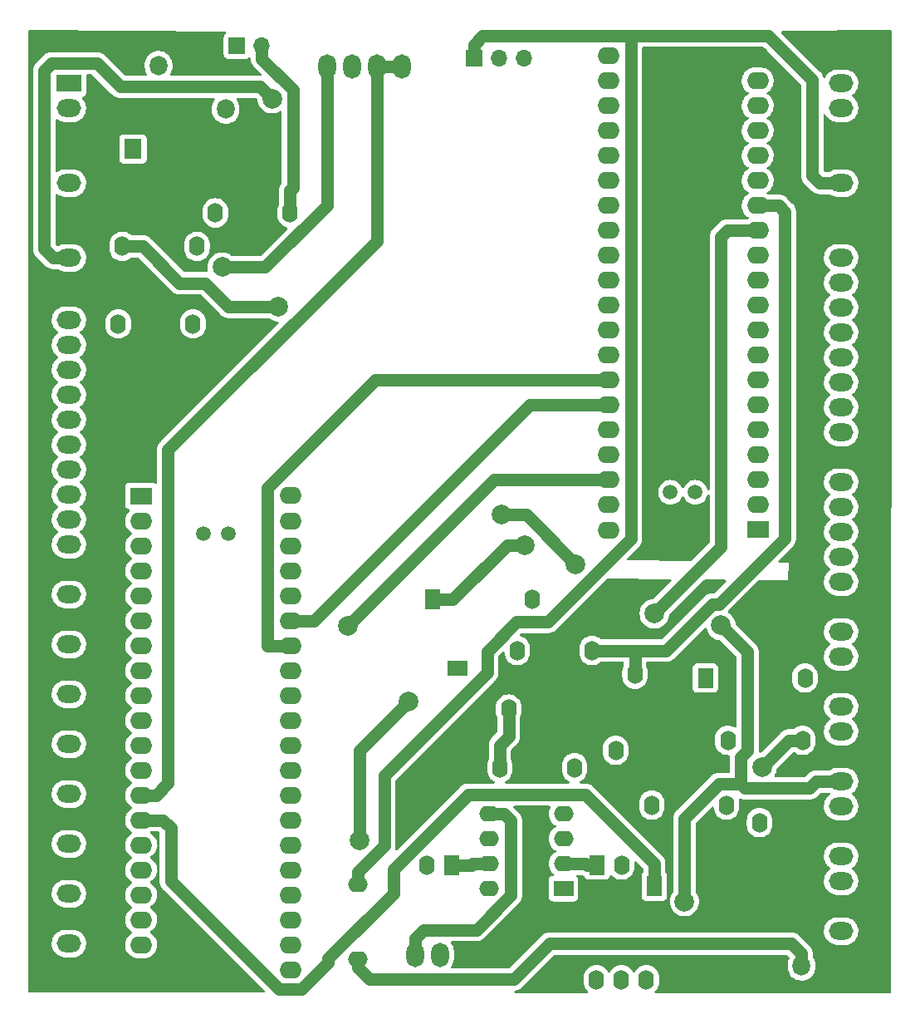
<source format=gbl>
G04 #@! TF.GenerationSoftware,KiCad,Pcbnew,7.0.10-7.0.10~ubuntu20.04.1*
G04 #@! TF.CreationDate,2024-05-27T18:54:22-03:00*
G04 #@! TF.ProjectId,condicionamento_BIA_v03,636f6e64-6963-4696-9f6e-616d656e746f,v03*
G04 #@! TF.SameCoordinates,Original*
G04 #@! TF.FileFunction,Copper,L2,Bot*
G04 #@! TF.FilePolarity,Positive*
%FSLAX46Y46*%
G04 Gerber Fmt 4.6, Leading zero omitted, Abs format (unit mm)*
G04 Created by KiCad (PCBNEW 7.0.10-7.0.10~ubuntu20.04.1) date 2024-05-27 18:54:22*
%MOMM*%
%LPD*%
G01*
G04 APERTURE LIST*
G04 #@! TA.AperFunction,ComponentPad*
%ADD10O,1.600000X2.000000*%
G04 #@! TD*
G04 #@! TA.AperFunction,ComponentPad*
%ADD11R,1.600000X2.000000*%
G04 #@! TD*
G04 #@! TA.AperFunction,ComponentPad*
%ADD12R,2.500000X1.800000*%
G04 #@! TD*
G04 #@! TA.AperFunction,ComponentPad*
%ADD13O,2.500000X1.800000*%
G04 #@! TD*
G04 #@! TA.AperFunction,ComponentPad*
%ADD14O,2.000000X1.600000*%
G04 #@! TD*
G04 #@! TA.AperFunction,ComponentPad*
%ADD15O,1.800000X2.500000*%
G04 #@! TD*
G04 #@! TA.AperFunction,ComponentPad*
%ADD16R,1.800000X2.000000*%
G04 #@! TD*
G04 #@! TA.AperFunction,ComponentPad*
%ADD17O,1.800000X2.000000*%
G04 #@! TD*
G04 #@! TA.AperFunction,ComponentPad*
%ADD18R,1.700000X1.700000*%
G04 #@! TD*
G04 #@! TA.AperFunction,ComponentPad*
%ADD19O,1.700000X1.700000*%
G04 #@! TD*
G04 #@! TA.AperFunction,ComponentPad*
%ADD20R,2.000000X1.600000*%
G04 #@! TD*
G04 #@! TA.AperFunction,ComponentPad*
%ADD21R,2.250000X1.727200*%
G04 #@! TD*
G04 #@! TA.AperFunction,ComponentPad*
%ADD22O,2.250000X1.727200*%
G04 #@! TD*
G04 #@! TA.AperFunction,ComponentPad*
%ADD23C,1.500000*%
G04 #@! TD*
G04 #@! TA.AperFunction,ViaPad*
%ADD24C,2.000000*%
G04 #@! TD*
G04 #@! TA.AperFunction,Conductor*
%ADD25C,1.270000*%
G04 #@! TD*
G04 APERTURE END LIST*
D10*
X148647000Y-121019000D03*
D11*
X151147000Y-121019000D03*
D12*
X112158000Y-41390000D03*
D13*
X112158000Y-43930000D03*
X112158000Y-46470000D03*
X112158000Y-49010000D03*
X112158000Y-51550000D03*
X112158000Y-54090000D03*
X112158000Y-56630000D03*
X112158000Y-59170000D03*
D14*
X141600000Y-122990000D03*
X141600000Y-130610000D03*
D10*
X156989000Y-105144000D03*
X164609000Y-105144000D03*
D15*
X150004000Y-130163000D03*
X147464000Y-130163000D03*
D16*
X118700000Y-48100000D03*
D17*
X121240000Y-48100000D03*
D18*
X129298000Y-37580000D03*
D19*
X131838000Y-37580000D03*
D18*
X153433000Y-38850000D03*
D19*
X155973000Y-38850000D03*
X158513000Y-38850000D03*
D20*
X151782000Y-100953000D03*
D14*
X151782000Y-111113000D03*
D10*
X169880900Y-101588000D03*
D11*
X172380900Y-101588000D03*
D10*
X163420000Y-132703000D03*
X165960000Y-132703000D03*
X168500000Y-132703000D03*
X171040000Y-132703000D03*
X179214000Y-114923000D03*
X171594000Y-114923000D03*
X168506000Y-121019000D03*
D11*
X166006000Y-121019000D03*
D21*
X182389000Y-86856000D03*
D22*
X182389000Y-84316000D03*
X182389000Y-81776000D03*
X182389000Y-79236000D03*
X182389000Y-76696000D03*
X182389000Y-74156000D03*
X182389000Y-71616000D03*
X182389000Y-69076000D03*
X182389000Y-66536000D03*
X182389000Y-63996000D03*
X182389000Y-61456000D03*
X182389000Y-58916000D03*
X182389000Y-56376000D03*
X182389000Y-53836000D03*
X182389000Y-51296000D03*
X182389000Y-48756000D03*
X182389000Y-46216000D03*
X182389000Y-43676000D03*
X182389000Y-41136000D03*
X182389000Y-38596000D03*
X167149000Y-38596000D03*
X167149000Y-41136000D03*
X167149000Y-43676000D03*
X167149000Y-46216000D03*
X167149000Y-48756000D03*
X167149000Y-51296000D03*
X167149000Y-53836000D03*
X167149000Y-56376000D03*
X167149000Y-58916000D03*
X167149000Y-61456000D03*
X167149000Y-63996000D03*
X167149000Y-66536000D03*
X167149000Y-69076000D03*
X167149000Y-71616000D03*
X167149000Y-74156000D03*
X167149000Y-76696000D03*
X167149000Y-79236000D03*
X167149000Y-81776000D03*
X167149000Y-84316000D03*
X167149000Y-86906800D03*
D23*
X173489000Y-83046000D03*
X176029000Y-83046000D03*
D11*
X171848000Y-123178000D03*
D10*
X182008000Y-123178000D03*
X179341000Y-108319000D03*
X186961000Y-108319000D03*
D16*
X184325000Y-131300000D03*
D17*
X186865000Y-131300000D03*
D10*
X157878000Y-99175000D03*
X165498000Y-99175000D03*
X182580900Y-116701000D03*
D11*
X185080900Y-116701000D03*
D20*
X162577000Y-123432000D03*
D14*
X162577000Y-120892000D03*
X162577000Y-118352000D03*
X162577000Y-115812000D03*
X154957000Y-115812000D03*
X154957000Y-118352000D03*
X154957000Y-120892000D03*
X154957000Y-123432000D03*
D10*
X117190000Y-65900000D03*
X124810000Y-65900000D03*
X163720000Y-111113000D03*
X156100000Y-111113000D03*
X117600000Y-58000000D03*
X125220000Y-58000000D03*
D13*
X190898000Y-41390000D03*
X190898000Y-43930000D03*
X190898000Y-46470000D03*
X190898000Y-49010000D03*
X190898000Y-51550000D03*
X190898000Y-54090000D03*
X190898000Y-56630000D03*
X190898000Y-59170000D03*
X190898000Y-61710000D03*
X190898000Y-64250000D03*
X190898000Y-66790000D03*
X190898000Y-69330000D03*
X190898000Y-71870000D03*
X190898000Y-74410000D03*
X190898000Y-76950000D03*
X190898000Y-79490000D03*
X190898000Y-82030000D03*
X190898000Y-84570000D03*
X190898000Y-87110000D03*
X190898000Y-89650000D03*
X190898000Y-92190000D03*
X190898000Y-94730000D03*
X190898000Y-97270000D03*
X190898000Y-99810000D03*
X190898000Y-102350000D03*
X190898000Y-104890000D03*
X190898000Y-107430000D03*
X190898000Y-109970000D03*
X190898000Y-112510000D03*
X190898000Y-115050000D03*
X190898000Y-117590000D03*
X190898000Y-120130000D03*
X190898000Y-122670000D03*
X190898000Y-125210000D03*
X190898000Y-127750000D03*
D10*
X134710000Y-54600000D03*
X127090000Y-54600000D03*
D15*
X138457000Y-39669000D03*
X140997000Y-39669000D03*
X143537000Y-39669000D03*
X146077000Y-39669000D03*
D21*
X119524000Y-83427000D03*
D22*
X119524000Y-85967000D03*
X119524000Y-88507000D03*
X119524000Y-91047000D03*
X119524000Y-93587000D03*
X119524000Y-96127000D03*
X119524000Y-98667000D03*
X119524000Y-101207000D03*
X119524000Y-103747000D03*
X119524000Y-106287000D03*
X119524000Y-108827000D03*
X119524000Y-111367000D03*
X119524000Y-113907000D03*
X119524000Y-116447000D03*
X119524000Y-118987000D03*
X119524000Y-121527000D03*
X119524000Y-124067000D03*
X119524000Y-126607000D03*
X119524000Y-129147000D03*
X119524000Y-131687000D03*
X134764000Y-131687000D03*
X134764000Y-129147000D03*
X134764000Y-126607000D03*
X134764000Y-124067000D03*
X134764000Y-121527000D03*
X134764000Y-118987000D03*
X134764000Y-116447000D03*
X134764000Y-113907000D03*
X134764000Y-111367000D03*
X134764000Y-108827000D03*
X134764000Y-106287000D03*
X134764000Y-103747000D03*
X134764000Y-101207000D03*
X134764000Y-98667000D03*
X134764000Y-96127000D03*
X134764000Y-93587000D03*
X134764000Y-91047000D03*
X134764000Y-88507000D03*
X134764000Y-85967000D03*
X134764000Y-83376200D03*
D23*
X128424000Y-87237000D03*
X125884000Y-87237000D03*
D10*
X167911000Y-109335000D03*
X175531000Y-109335000D03*
D11*
X177055000Y-101969000D03*
D10*
X187215000Y-101969000D03*
D16*
X125600000Y-44000000D03*
D17*
X128140000Y-44000000D03*
D11*
X149242000Y-93968000D03*
D10*
X159402000Y-93968000D03*
D16*
X118760000Y-39600000D03*
D17*
X121300000Y-39600000D03*
D13*
X112158000Y-65520000D03*
X112158000Y-68060000D03*
X112158000Y-70600000D03*
X112158000Y-73140000D03*
X112158000Y-75680000D03*
X112158000Y-78220000D03*
X112158000Y-80760000D03*
X112158000Y-83300000D03*
X112158000Y-85840000D03*
X112158000Y-88380000D03*
X112158000Y-90920000D03*
X112158000Y-93460000D03*
X112158000Y-96000000D03*
X112158000Y-98540000D03*
X112158000Y-101080000D03*
X112158000Y-103620000D03*
X112158000Y-106160000D03*
X112158000Y-108700000D03*
X112158000Y-111240000D03*
X112158000Y-113780000D03*
X112158000Y-116320000D03*
X112158000Y-118860000D03*
X112158000Y-121400000D03*
X112158000Y-123940000D03*
X112158000Y-126480000D03*
X112158000Y-129020000D03*
X112158000Y-131560000D03*
D24*
X133521000Y-64160600D03*
X132867600Y-42945400D03*
X146781600Y-104343800D03*
X141748800Y-118547400D03*
X140639300Y-96656300D03*
X178650800Y-96617100D03*
X174931900Y-124735900D03*
X182840000Y-111064800D03*
X127785100Y-60120200D03*
X158678800Y-88460500D03*
X163832600Y-90386600D03*
X171854200Y-95423300D03*
X156238000Y-85350500D03*
D25*
X133521000Y-64160600D02*
X128443500Y-64160600D01*
X117600000Y-58000000D02*
X119670000Y-58000000D01*
X126027900Y-61745000D02*
X123415000Y-61745000D01*
X123415000Y-61745000D02*
X119670000Y-58000000D01*
X128443500Y-64160600D02*
X126027900Y-61745000D01*
X117389200Y-41736900D02*
X131659100Y-41736900D01*
X115001200Y-39348900D02*
X117389200Y-41736900D01*
X110570000Y-59170000D02*
X109638000Y-58238000D01*
X131659100Y-41736900D02*
X132867600Y-42945400D01*
X109638000Y-40109600D02*
X110398700Y-39348900D01*
X110398700Y-39348900D02*
X115001200Y-39348900D01*
X109638000Y-58238000D02*
X109638000Y-40109600D01*
X112158000Y-59170000D02*
X110570000Y-59170000D01*
X141748900Y-109376500D02*
X141748900Y-118547400D01*
X146781600Y-104343800D02*
X141748900Y-109376500D01*
X167149000Y-81776000D02*
X155519600Y-81776000D01*
X155519600Y-81776000D02*
X140639300Y-96656300D01*
X141748900Y-118547400D02*
X141748800Y-118547400D01*
X131838000Y-38888400D02*
X135004600Y-42055000D01*
X131838000Y-37580000D02*
X131838000Y-38888400D01*
X135004600Y-52035400D02*
X134710000Y-52330000D01*
X134710000Y-52330000D02*
X134710000Y-54600000D01*
X135004600Y-42055000D02*
X135004600Y-52035400D01*
X188730000Y-51550000D02*
X187950000Y-50770000D01*
X160994600Y-96264000D02*
X169466100Y-87792500D01*
X153433000Y-38850000D02*
X153433000Y-37467000D01*
X153433000Y-37467000D02*
X154354500Y-36545500D01*
X190898000Y-51550000D02*
X188730000Y-51550000D01*
X144327500Y-119002300D02*
X144327500Y-111899300D01*
X154798800Y-99278800D02*
X157813600Y-96264000D01*
X154798800Y-101428000D02*
X154798800Y-99278800D01*
X141600000Y-121729800D02*
X144327500Y-119002300D01*
X183480600Y-36545500D02*
X169466100Y-36545500D01*
X169466100Y-87792500D02*
X169466100Y-36545500D01*
X154354500Y-36545500D02*
X169466100Y-36545500D01*
X157813600Y-96264000D02*
X160994600Y-96264000D01*
X144327500Y-111899300D02*
X154798800Y-101428000D01*
X187950000Y-41014900D02*
X183480600Y-36545500D01*
X187950000Y-50770000D02*
X187950000Y-41014900D01*
X141600000Y-122990000D02*
X141600000Y-121729800D01*
X181351500Y-99317800D02*
X178650800Y-96617100D01*
X143376300Y-71616000D02*
X167149000Y-71616000D01*
X180669700Y-110071300D02*
X181351500Y-109389500D01*
X132369000Y-98667000D02*
X132369000Y-82623300D01*
X181102000Y-113201700D02*
X180669700Y-112769400D01*
X190898000Y-112510000D02*
X188378000Y-112510000D01*
X180669700Y-112769400D02*
X178428300Y-112769400D01*
X134764000Y-98667000D02*
X132369000Y-98667000D01*
X181351500Y-109389500D02*
X181351500Y-99317800D01*
X178428300Y-112769400D02*
X174931900Y-116265800D01*
X174931900Y-116265800D02*
X174931900Y-124735900D01*
X180669700Y-112769400D02*
X180669700Y-110071300D01*
X132369000Y-82623300D02*
X143376300Y-71616000D01*
X188378000Y-112510000D02*
X187686300Y-113201700D01*
X187686300Y-113201700D02*
X181102000Y-113201700D01*
X159130000Y-74156000D02*
X137159000Y-96127000D01*
X134764000Y-96127000D02*
X137159000Y-96127000D01*
X167149000Y-74156000D02*
X159130000Y-74156000D01*
X164974000Y-121019000D02*
X166006000Y-121019000D01*
X162577000Y-120892000D02*
X164847000Y-120892000D01*
X164847000Y-120892000D02*
X164974000Y-121019000D01*
X122530000Y-122632600D02*
X122530000Y-117280000D01*
X145226700Y-123946000D02*
X138599400Y-130573300D01*
X138457000Y-53830900D02*
X132167700Y-60120200D01*
X145226700Y-121486900D02*
X145226700Y-123946000D01*
X135859900Y-133701900D02*
X133599300Y-133701900D01*
X185585800Y-108319000D02*
X182840000Y-111064800D01*
X171848000Y-120908000D02*
X164793000Y-113853000D01*
X121697000Y-116447000D02*
X119524000Y-116447000D01*
X171848000Y-123178000D02*
X171848000Y-120908000D01*
X138457000Y-39669000D02*
X138457000Y-53830900D01*
X132167700Y-60120200D02*
X127785100Y-60120200D01*
X133599300Y-133701900D02*
X122530000Y-122632600D01*
X138599400Y-130573300D02*
X138599400Y-130962400D01*
X164793000Y-113853000D02*
X152860600Y-113853000D01*
X138599400Y-130962400D02*
X135859900Y-133701900D01*
X122530000Y-117280000D02*
X121697000Y-116447000D01*
X186961000Y-108319000D02*
X185585800Y-108319000D01*
X152860600Y-113853000D02*
X145226700Y-121486900D01*
X151147000Y-121019000D02*
X153217000Y-121019000D01*
X153344000Y-120892000D02*
X153217000Y-121019000D01*
X154957000Y-120892000D02*
X153344000Y-120892000D01*
X156100000Y-111113000D02*
X156100000Y-108843000D01*
X156989000Y-107954000D02*
X156989000Y-105144000D01*
X156100000Y-108843000D02*
X156989000Y-107954000D01*
X185160000Y-87748400D02*
X178428200Y-94480200D01*
X169880900Y-99175000D02*
X169880900Y-99434800D01*
X169621100Y-99175000D02*
X169880900Y-99434800D01*
X184516000Y-53836000D02*
X185160000Y-54480000D01*
X182389000Y-53836000D02*
X184516000Y-53836000D01*
X178428200Y-94480200D02*
X177765800Y-94480200D01*
X173071000Y-99175000D02*
X169880900Y-99175000D01*
X169880900Y-101588000D02*
X169880900Y-99434800D01*
X177765800Y-94480200D02*
X173071000Y-99175000D01*
X165498000Y-99175000D02*
X169621100Y-99175000D01*
X185160000Y-54480000D02*
X185160000Y-87748400D01*
X156819500Y-88460500D02*
X158678800Y-88460500D01*
X149242000Y-93968000D02*
X151312000Y-93968000D01*
X151312000Y-93968000D02*
X156819500Y-88460500D01*
X178620000Y-88657500D02*
X171854200Y-95423300D01*
X178620000Y-57060000D02*
X178620000Y-88657500D01*
X143537000Y-57453100D02*
X143537000Y-39669000D01*
X121053000Y-113907000D02*
X122270000Y-112690000D01*
X143537000Y-39669000D02*
X146077000Y-39669000D01*
X122270000Y-112690000D02*
X122270000Y-78720100D01*
X182389000Y-56376000D02*
X179304000Y-56376000D01*
X179304000Y-56376000D02*
X178620000Y-57060000D01*
X158796500Y-85350500D02*
X156238000Y-85350500D01*
X119524000Y-113907000D02*
X121053000Y-113907000D01*
X122270000Y-78720100D02*
X143537000Y-57453100D01*
X163832600Y-90386600D02*
X158796500Y-85350500D01*
X147464000Y-130163000D02*
X147464000Y-128506000D01*
X147464000Y-128506000D02*
X148327000Y-127643000D01*
X157227000Y-124104700D02*
X157227000Y-116517000D01*
X156522000Y-115812000D02*
X154957000Y-115812000D01*
X157227000Y-116517000D02*
X156522000Y-115812000D01*
X148327000Y-127643000D02*
X153688700Y-127643000D01*
X153688700Y-127643000D02*
X157227000Y-124104700D01*
X185800000Y-129000000D02*
X186865000Y-130065000D01*
X141600000Y-131500000D02*
X142780000Y-132680000D01*
X157510200Y-132680000D02*
X161160200Y-129030000D01*
X186865000Y-130065000D02*
X186865000Y-131300000D01*
X141600000Y-130610000D02*
X141600000Y-131500000D01*
X142780000Y-132680000D02*
X157510200Y-132680000D01*
X161160200Y-129030000D02*
X185770000Y-129030000D01*
X185770000Y-129030000D02*
X185800000Y-129000000D01*
G04 #@! TA.AperFunction,Conductor*
G36*
X196042307Y-36020018D02*
G01*
X196088367Y-36072556D01*
X196099872Y-36124845D01*
X196000126Y-133975985D01*
X195980373Y-134043005D01*
X195927522Y-134088706D01*
X195875985Y-134099859D01*
X172008671Y-134072736D01*
X171941654Y-134052975D01*
X171895959Y-134000119D01*
X171886094Y-133930949D01*
X171915191Y-133867427D01*
X171921117Y-133861068D01*
X172040047Y-133742139D01*
X172170568Y-133555734D01*
X172266739Y-133349496D01*
X172325635Y-133129692D01*
X172340500Y-132959784D01*
X172340500Y-132446216D01*
X172325635Y-132276308D01*
X172266739Y-132056504D01*
X172170568Y-131850266D01*
X172042604Y-131667513D01*
X172040045Y-131663858D01*
X171879141Y-131502954D01*
X171692734Y-131372432D01*
X171692732Y-131372431D01*
X171486497Y-131276261D01*
X171486488Y-131276258D01*
X171266697Y-131217366D01*
X171266693Y-131217365D01*
X171266692Y-131217365D01*
X171266691Y-131217364D01*
X171266686Y-131217364D01*
X171040002Y-131197532D01*
X171039998Y-131197532D01*
X170813313Y-131217364D01*
X170813302Y-131217366D01*
X170593511Y-131276258D01*
X170593502Y-131276261D01*
X170387267Y-131372431D01*
X170387265Y-131372432D01*
X170200858Y-131502954D01*
X170039954Y-131663858D01*
X169909432Y-131850265D01*
X169909431Y-131850267D01*
X169882382Y-131908275D01*
X169836209Y-131960714D01*
X169769016Y-131979866D01*
X169702135Y-131959650D01*
X169657618Y-131908275D01*
X169630568Y-131850266D01*
X169502604Y-131667513D01*
X169500045Y-131663858D01*
X169339141Y-131502954D01*
X169152734Y-131372432D01*
X169152732Y-131372431D01*
X168946497Y-131276261D01*
X168946488Y-131276258D01*
X168726697Y-131217366D01*
X168726693Y-131217365D01*
X168726692Y-131217365D01*
X168726691Y-131217364D01*
X168726686Y-131217364D01*
X168500002Y-131197532D01*
X168499998Y-131197532D01*
X168273313Y-131217364D01*
X168273302Y-131217366D01*
X168053511Y-131276258D01*
X168053502Y-131276261D01*
X167847267Y-131372431D01*
X167847265Y-131372432D01*
X167660858Y-131502954D01*
X167499954Y-131663858D01*
X167369432Y-131850265D01*
X167369431Y-131850267D01*
X167342382Y-131908275D01*
X167296209Y-131960714D01*
X167229016Y-131979866D01*
X167162135Y-131959650D01*
X167117618Y-131908275D01*
X167090568Y-131850266D01*
X166962604Y-131667513D01*
X166960045Y-131663858D01*
X166799141Y-131502954D01*
X166612734Y-131372432D01*
X166612732Y-131372431D01*
X166406497Y-131276261D01*
X166406488Y-131276258D01*
X166186697Y-131217366D01*
X166186693Y-131217365D01*
X166186692Y-131217365D01*
X166186691Y-131217364D01*
X166186686Y-131217364D01*
X165960002Y-131197532D01*
X165959998Y-131197532D01*
X165733313Y-131217364D01*
X165733302Y-131217366D01*
X165513511Y-131276258D01*
X165513502Y-131276261D01*
X165307267Y-131372431D01*
X165307265Y-131372432D01*
X165120858Y-131502954D01*
X164959954Y-131663858D01*
X164829432Y-131850265D01*
X164829431Y-131850267D01*
X164733261Y-132056502D01*
X164733258Y-132056511D01*
X164674366Y-132276302D01*
X164674364Y-132276312D01*
X164659500Y-132446214D01*
X164659500Y-132959785D01*
X164674364Y-133129687D01*
X164674366Y-133129697D01*
X164733258Y-133349488D01*
X164733261Y-133349497D01*
X164829431Y-133555732D01*
X164829432Y-133555734D01*
X164959954Y-133742141D01*
X165070884Y-133853071D01*
X165104369Y-133914394D01*
X165099385Y-133984086D01*
X165057513Y-134040019D01*
X164992049Y-134064436D01*
X164983062Y-134064752D01*
X157677871Y-134056451D01*
X157610854Y-134036690D01*
X157565159Y-133983834D01*
X157555294Y-133914665D01*
X157584391Y-133851142D01*
X157643212Y-133813434D01*
X157651655Y-133811285D01*
X157678249Y-133805500D01*
X157692818Y-133803228D01*
X157711371Y-133801455D01*
X157726072Y-133800052D01*
X157786974Y-133782168D01*
X157795503Y-133779992D01*
X157857517Y-133766502D01*
X157888212Y-133753356D01*
X157902084Y-133748369D01*
X157934142Y-133738957D01*
X157990543Y-133709878D01*
X157998550Y-133706107D01*
X158056863Y-133681137D01*
X158084522Y-133662416D01*
X158097203Y-133654891D01*
X158126890Y-133639588D01*
X158176775Y-133600356D01*
X158183887Y-133595163D01*
X158236450Y-133559589D01*
X158260074Y-133535963D01*
X158271099Y-133526180D01*
X158297346Y-133505540D01*
X158297349Y-133505538D01*
X158338904Y-133457579D01*
X158344923Y-133451114D01*
X161594220Y-130201819D01*
X161655543Y-130168334D01*
X161681901Y-130165500D01*
X185308299Y-130165500D01*
X185375338Y-130185185D01*
X185395980Y-130201819D01*
X185600701Y-130406540D01*
X185634186Y-130467863D01*
X185629202Y-130537555D01*
X185621275Y-130554693D01*
X185584212Y-130621041D01*
X185504788Y-130845829D01*
X185464500Y-131080790D01*
X185464500Y-131459515D01*
X185479652Y-131637536D01*
X185539724Y-131868248D01*
X185637919Y-132085480D01*
X185637924Y-132085488D01*
X185771413Y-132282993D01*
X185771418Y-132282998D01*
X185771421Y-132283003D01*
X185936379Y-132455118D01*
X186128053Y-132596879D01*
X186340926Y-132704207D01*
X186568877Y-132774016D01*
X186805346Y-132804298D01*
X187043532Y-132794180D01*
X187276581Y-132743954D01*
X187497790Y-132655064D01*
X187700795Y-132530069D01*
X187879755Y-132372564D01*
X188029523Y-132187080D01*
X188145790Y-131978954D01*
X188225211Y-131754171D01*
X188238740Y-131675269D01*
X188265499Y-131519209D01*
X188265500Y-131519198D01*
X188265500Y-131140503D01*
X188265499Y-131140484D01*
X188250347Y-130962463D01*
X188190275Y-130731751D01*
X188092080Y-130514519D01*
X188092075Y-130514511D01*
X188021765Y-130410483D01*
X188000533Y-130343917D01*
X188000500Y-130341046D01*
X188000500Y-130170162D01*
X188002218Y-130149595D01*
X188002757Y-130146385D01*
X188002759Y-130146374D01*
X188000535Y-130052954D01*
X188000500Y-130050004D01*
X188000500Y-130010918D01*
X188000500Y-130010909D01*
X187999633Y-130001837D01*
X187999107Y-129993015D01*
X187997597Y-129929581D01*
X187990499Y-129896954D01*
X187988228Y-129882395D01*
X187985052Y-129849128D01*
X187967168Y-129788224D01*
X187964987Y-129779681D01*
X187951502Y-129717683D01*
X187951500Y-129717678D01*
X187951500Y-129717676D01*
X187938356Y-129686984D01*
X187933368Y-129673112D01*
X187923957Y-129641058D01*
X187894871Y-129584640D01*
X187891120Y-129576680D01*
X187866137Y-129518337D01*
X187847410Y-129490668D01*
X187839893Y-129477998D01*
X187830011Y-129458829D01*
X187824588Y-129448310D01*
X187785376Y-129398447D01*
X187780158Y-129391301D01*
X187744592Y-129338753D01*
X187744586Y-129338746D01*
X187720971Y-129315131D01*
X187711181Y-129304101D01*
X187699946Y-129289815D01*
X187690538Y-129277851D01*
X187642587Y-129236301D01*
X187636109Y-129230269D01*
X186666612Y-128260772D01*
X186655026Y-128247401D01*
X186651368Y-128242515D01*
X186644036Y-128232720D01*
X186585992Y-128179954D01*
X186581740Y-128175900D01*
X186564672Y-128158832D01*
X186564416Y-128158621D01*
X186546080Y-128143481D01*
X186541618Y-128139615D01*
X186483576Y-128086851D01*
X186483571Y-128086847D01*
X186467907Y-128077299D01*
X186453505Y-128067044D01*
X186439352Y-128055359D01*
X186370487Y-128017755D01*
X186365382Y-128014808D01*
X186298411Y-127973988D01*
X186298402Y-127973984D01*
X186281218Y-127967574D01*
X186265130Y-127960227D01*
X186263890Y-127959550D01*
X186249023Y-127951432D01*
X186249017Y-127951429D01*
X186174298Y-127927545D01*
X186168720Y-127925615D01*
X186095229Y-127898204D01*
X186095228Y-127898203D01*
X186095226Y-127898203D01*
X186095222Y-127898202D01*
X186095217Y-127898201D01*
X186077130Y-127895159D01*
X186059945Y-127890990D01*
X186050903Y-127888100D01*
X186042464Y-127885402D01*
X185964570Y-127876088D01*
X185958731Y-127875248D01*
X185881386Y-127862242D01*
X185881375Y-127862241D01*
X185881374Y-127862241D01*
X185881371Y-127862241D01*
X185863022Y-127862677D01*
X185845367Y-127861836D01*
X185827145Y-127859658D01*
X185827143Y-127859658D01*
X185827142Y-127859658D01*
X185748889Y-127865254D01*
X185742999Y-127865535D01*
X185682817Y-127866968D01*
X185664581Y-127867403D01*
X185664580Y-127867403D01*
X185664569Y-127867404D01*
X185646663Y-127871300D01*
X185629153Y-127873818D01*
X185610845Y-127875127D01*
X185554316Y-127890275D01*
X185522222Y-127894500D01*
X161265362Y-127894500D01*
X161244797Y-127892783D01*
X161241576Y-127892241D01*
X161241574Y-127892241D01*
X161180708Y-127893690D01*
X161148153Y-127894465D01*
X161145203Y-127894500D01*
X161106109Y-127894500D01*
X161097031Y-127895366D01*
X161088216Y-127895891D01*
X161024777Y-127897402D01*
X160992140Y-127904501D01*
X160977577Y-127906772D01*
X160944330Y-127909947D01*
X160944328Y-127909947D01*
X160883434Y-127927826D01*
X160874865Y-127930013D01*
X160812888Y-127943497D01*
X160812886Y-127943497D01*
X160812884Y-127943498D01*
X160812880Y-127943499D01*
X160812876Y-127943501D01*
X160782179Y-127956645D01*
X160768312Y-127961630D01*
X160758618Y-127964477D01*
X160736257Y-127971043D01*
X160679868Y-128000113D01*
X160671865Y-128003883D01*
X160613538Y-128028861D01*
X160585872Y-128047585D01*
X160573199Y-128055105D01*
X160543510Y-128070412D01*
X160543507Y-128070413D01*
X160493648Y-128109623D01*
X160486502Y-128114841D01*
X160433955Y-128150405D01*
X160433950Y-128150410D01*
X160410321Y-128174037D01*
X160399299Y-128183819D01*
X160373052Y-128204460D01*
X160373051Y-128204461D01*
X160331501Y-128252411D01*
X160325471Y-128258887D01*
X157076179Y-131508181D01*
X157014856Y-131541666D01*
X156988498Y-131544500D01*
X151230666Y-131544500D01*
X151163627Y-131524815D01*
X151117872Y-131472011D01*
X151107928Y-131402853D01*
X151134188Y-131342602D01*
X151168523Y-131300080D01*
X151284790Y-131091954D01*
X151364211Y-130867171D01*
X151378726Y-130782516D01*
X151404499Y-130632209D01*
X151404500Y-130632198D01*
X151404500Y-129753503D01*
X151404499Y-129753484D01*
X151389347Y-129575463D01*
X151351883Y-129431581D01*
X151329275Y-129344751D01*
X151320060Y-129324365D01*
X151231080Y-129127519D01*
X151231075Y-129127511D01*
X151125926Y-128971937D01*
X151104694Y-128905371D01*
X151122821Y-128837894D01*
X151174552Y-128790929D01*
X151228661Y-128778500D01*
X153583538Y-128778500D01*
X153604102Y-128780216D01*
X153607326Y-128780759D01*
X153700748Y-128778535D01*
X153703698Y-128778500D01*
X153742782Y-128778500D01*
X153742791Y-128778500D01*
X153751856Y-128777634D01*
X153760672Y-128777108D01*
X153824119Y-128775598D01*
X153856748Y-128768499D01*
X153871318Y-128766228D01*
X153889871Y-128764455D01*
X153904572Y-128763052D01*
X153965474Y-128745168D01*
X153974003Y-128742992D01*
X154036017Y-128729502D01*
X154066712Y-128716356D01*
X154080584Y-128711369D01*
X154112642Y-128701957D01*
X154169043Y-128672878D01*
X154177050Y-128669107D01*
X154235363Y-128644137D01*
X154263022Y-128625416D01*
X154275703Y-128617891D01*
X154305390Y-128602588D01*
X154355275Y-128563356D01*
X154362387Y-128558163D01*
X154414950Y-128522589D01*
X154438574Y-128498963D01*
X154449599Y-128489180D01*
X154452437Y-128486949D01*
X154475849Y-128468538D01*
X154517417Y-128420564D01*
X154523422Y-128414115D01*
X155247191Y-127690346D01*
X189143702Y-127690346D01*
X189153819Y-127928528D01*
X189153819Y-127928532D01*
X189204045Y-128161580D01*
X189292935Y-128382788D01*
X189292936Y-128382790D01*
X189404126Y-128563375D01*
X189417932Y-128585796D01*
X189559031Y-128746116D01*
X189575436Y-128764755D01*
X189760920Y-128914523D01*
X189969046Y-129030790D01*
X190133505Y-129088897D01*
X190193829Y-129110211D01*
X190428790Y-129150499D01*
X190428798Y-129150499D01*
X190428800Y-129150500D01*
X190428801Y-129150500D01*
X191307496Y-129150500D01*
X191307497Y-129150500D01*
X191307498Y-129150499D01*
X191307515Y-129150499D01*
X191485536Y-129135347D01*
X191485539Y-129135346D01*
X191485541Y-129135346D01*
X191716249Y-129075275D01*
X191853567Y-129013203D01*
X191933480Y-128977080D01*
X191933481Y-128977078D01*
X191933486Y-128977077D01*
X192131003Y-128843579D01*
X192303118Y-128678621D01*
X192444879Y-128486947D01*
X192552207Y-128274074D01*
X192622016Y-128046123D01*
X192652298Y-127809654D01*
X192651968Y-127801896D01*
X192642180Y-127571471D01*
X192642180Y-127571467D01*
X192591954Y-127338419D01*
X192545712Y-127223343D01*
X192503064Y-127117210D01*
X192378069Y-126914205D01*
X192220564Y-126735245D01*
X192035080Y-126585477D01*
X191921130Y-126521820D01*
X191826955Y-126469210D01*
X191602170Y-126389788D01*
X191367209Y-126349500D01*
X191367200Y-126349500D01*
X190488503Y-126349500D01*
X190488484Y-126349500D01*
X190310463Y-126364652D01*
X190079751Y-126424724D01*
X189862519Y-126522919D01*
X189862511Y-126522924D01*
X189665006Y-126656413D01*
X189664997Y-126656421D01*
X189492881Y-126821379D01*
X189351123Y-127013050D01*
X189351120Y-127013054D01*
X189243796Y-127225920D01*
X189243793Y-127225926D01*
X189173983Y-127453878D01*
X189143702Y-127690346D01*
X155247191Y-127690346D01*
X157955564Y-124981974D01*
X157971317Y-124968650D01*
X157973977Y-124966757D01*
X158038478Y-124899108D01*
X158040501Y-124897038D01*
X158068163Y-124869377D01*
X158068163Y-124869376D01*
X158068168Y-124869372D01*
X158073973Y-124862339D01*
X158079835Y-124855734D01*
X158123623Y-124809812D01*
X158141684Y-124781707D01*
X158150371Y-124769812D01*
X158171639Y-124744054D01*
X158171641Y-124744052D01*
X158174773Y-124738317D01*
X158193697Y-124703659D01*
X158202054Y-124688352D01*
X158206557Y-124680761D01*
X158240863Y-124627383D01*
X158253277Y-124596372D01*
X158259553Y-124583051D01*
X158275568Y-124553723D01*
X158294889Y-124493278D01*
X158297883Y-124484952D01*
X158321456Y-124426073D01*
X158321456Y-124426070D01*
X158321460Y-124426062D01*
X158327784Y-124393247D01*
X158331423Y-124378990D01*
X158341597Y-124347165D01*
X158342516Y-124339483D01*
X158344097Y-124326252D01*
X158349129Y-124284161D01*
X158350485Y-124275459D01*
X158362500Y-124213127D01*
X158362500Y-124179726D01*
X158363377Y-124165005D01*
X158367342Y-124131845D01*
X158362816Y-124068561D01*
X158362500Y-124059716D01*
X158362500Y-116622162D01*
X158364218Y-116601595D01*
X158364757Y-116598385D01*
X158364759Y-116598374D01*
X158362539Y-116505103D01*
X158362535Y-116504951D01*
X158362500Y-116502001D01*
X158362500Y-116462919D01*
X158362500Y-116462909D01*
X158361631Y-116453816D01*
X158361108Y-116445026D01*
X158359598Y-116381582D01*
X158352498Y-116348947D01*
X158350228Y-116334394D01*
X158347052Y-116301128D01*
X158329171Y-116240234D01*
X158326989Y-116231686D01*
X158313502Y-116169684D01*
X158308229Y-116157370D01*
X158300355Y-116138981D01*
X158295367Y-116125104D01*
X158285957Y-116093059D01*
X158285957Y-116093058D01*
X158256878Y-116036655D01*
X158253120Y-116028680D01*
X158234196Y-115984485D01*
X158228139Y-115970338D01*
X158209412Y-115942670D01*
X158201890Y-115929993D01*
X158186588Y-115900310D01*
X158186583Y-115900304D01*
X158186583Y-115900303D01*
X158147378Y-115850451D01*
X158142156Y-115843300D01*
X158124204Y-115816776D01*
X158106590Y-115790750D01*
X158082971Y-115767131D01*
X158073181Y-115756101D01*
X158052538Y-115729851D01*
X158004587Y-115688301D01*
X157998109Y-115682269D01*
X157516021Y-115200181D01*
X157482536Y-115138858D01*
X157487520Y-115069166D01*
X157529392Y-115013233D01*
X157594856Y-114988816D01*
X157603702Y-114988500D01*
X161131420Y-114988500D01*
X161198459Y-115008185D01*
X161244214Y-115060989D01*
X161254158Y-115130147D01*
X161243802Y-115164905D01*
X161150262Y-115365502D01*
X161150258Y-115365511D01*
X161091366Y-115585302D01*
X161091364Y-115585313D01*
X161071532Y-115811998D01*
X161071532Y-115812001D01*
X161091364Y-116038686D01*
X161091366Y-116038697D01*
X161150258Y-116258488D01*
X161150261Y-116258497D01*
X161246431Y-116464732D01*
X161246432Y-116464734D01*
X161376954Y-116651141D01*
X161537858Y-116812045D01*
X161537861Y-116812047D01*
X161724266Y-116942568D01*
X161777057Y-116967185D01*
X161782275Y-116969618D01*
X161834714Y-117015791D01*
X161853866Y-117082984D01*
X161833650Y-117149865D01*
X161782275Y-117194382D01*
X161724267Y-117221431D01*
X161724265Y-117221432D01*
X161537858Y-117351954D01*
X161376954Y-117512858D01*
X161246432Y-117699265D01*
X161246431Y-117699267D01*
X161150261Y-117905502D01*
X161150258Y-117905511D01*
X161091366Y-118125302D01*
X161091364Y-118125313D01*
X161071532Y-118351998D01*
X161071532Y-118352001D01*
X161091364Y-118578686D01*
X161091366Y-118578697D01*
X161150258Y-118798488D01*
X161150261Y-118798497D01*
X161246431Y-119004732D01*
X161246432Y-119004734D01*
X161376954Y-119191141D01*
X161537858Y-119352045D01*
X161537861Y-119352047D01*
X161724266Y-119482568D01*
X161782275Y-119509618D01*
X161834714Y-119555791D01*
X161853866Y-119622984D01*
X161833650Y-119689865D01*
X161782275Y-119734382D01*
X161724267Y-119761431D01*
X161724265Y-119761432D01*
X161537858Y-119891954D01*
X161376954Y-120052858D01*
X161246432Y-120239265D01*
X161246431Y-120239267D01*
X161150261Y-120445502D01*
X161150258Y-120445511D01*
X161091366Y-120665302D01*
X161091364Y-120665313D01*
X161071532Y-120891998D01*
X161071532Y-120892001D01*
X161091364Y-121118686D01*
X161091366Y-121118697D01*
X161150258Y-121338488D01*
X161150261Y-121338497D01*
X161246431Y-121544732D01*
X161246432Y-121544734D01*
X161376954Y-121731141D01*
X161537858Y-121892045D01*
X161562462Y-121909273D01*
X161606087Y-121963849D01*
X161613281Y-122033348D01*
X161581758Y-122095703D01*
X161521529Y-122131117D01*
X161504593Y-122134138D01*
X161469516Y-122137908D01*
X161334671Y-122188202D01*
X161334664Y-122188206D01*
X161219455Y-122274452D01*
X161219452Y-122274455D01*
X161133206Y-122389664D01*
X161133202Y-122389671D01*
X161082908Y-122524517D01*
X161076966Y-122579789D01*
X161076501Y-122584123D01*
X161076500Y-122584135D01*
X161076500Y-124279870D01*
X161076501Y-124279876D01*
X161082908Y-124339483D01*
X161133202Y-124474328D01*
X161133206Y-124474335D01*
X161219452Y-124589544D01*
X161219455Y-124589547D01*
X161334664Y-124675793D01*
X161334671Y-124675797D01*
X161469517Y-124726091D01*
X161469516Y-124726091D01*
X161476444Y-124726835D01*
X161529127Y-124732500D01*
X163624872Y-124732499D01*
X163684483Y-124726091D01*
X163819331Y-124675796D01*
X163934546Y-124589546D01*
X164020796Y-124474331D01*
X164071091Y-124339483D01*
X164077500Y-124279873D01*
X164077499Y-122584128D01*
X164071091Y-122524517D01*
X164069219Y-122519499D01*
X164020797Y-122389671D01*
X164020793Y-122389664D01*
X163934547Y-122274455D01*
X163934449Y-122274382D01*
X163902903Y-122250766D01*
X163861033Y-122194832D01*
X163856049Y-122125140D01*
X163889535Y-122063818D01*
X163950859Y-122030333D01*
X163977215Y-122027500D01*
X164414022Y-122027500D01*
X164460103Y-122036380D01*
X164482327Y-122045277D01*
X164495656Y-122051558D01*
X164524972Y-122067566D01*
X164524976Y-122067567D01*
X164524977Y-122067568D01*
X164585430Y-122086892D01*
X164593731Y-122089877D01*
X164652638Y-122113460D01*
X164652640Y-122113460D01*
X164654190Y-122113916D01*
X164654872Y-122114354D01*
X164658123Y-122115656D01*
X164657872Y-122116282D01*
X164712967Y-122151692D01*
X164735433Y-122189557D01*
X164762204Y-122261333D01*
X164762205Y-122261334D01*
X164848452Y-122376544D01*
X164848455Y-122376547D01*
X164963664Y-122462793D01*
X164963671Y-122462797D01*
X165098517Y-122513091D01*
X165098516Y-122513091D01*
X165105444Y-122513835D01*
X165158127Y-122519500D01*
X166853872Y-122519499D01*
X166913483Y-122513091D01*
X167048331Y-122462796D01*
X167163546Y-122376546D01*
X167249796Y-122261331D01*
X167300091Y-122126483D01*
X167300092Y-122126472D01*
X167301365Y-122121088D01*
X167335933Y-122060369D01*
X167397841Y-122027978D01*
X167467433Y-122034199D01*
X167509725Y-122061912D01*
X167666858Y-122219045D01*
X167666861Y-122219047D01*
X167853266Y-122349568D01*
X168059504Y-122445739D01*
X168279308Y-122504635D01*
X168441230Y-122518801D01*
X168505998Y-122524468D01*
X168506000Y-122524468D01*
X168506002Y-122524468D01*
X168562807Y-122519498D01*
X168732692Y-122504635D01*
X168952496Y-122445739D01*
X169158734Y-122349568D01*
X169345139Y-122219047D01*
X169506047Y-122058139D01*
X169636568Y-121871734D01*
X169732739Y-121665496D01*
X169791635Y-121445692D01*
X169806500Y-121275784D01*
X169806500Y-120771701D01*
X169826185Y-120704662D01*
X169878989Y-120658907D01*
X169948147Y-120648963D01*
X170011703Y-120677988D01*
X170018181Y-120684020D01*
X170676181Y-121342020D01*
X170709666Y-121403343D01*
X170712500Y-121429701D01*
X170712500Y-121749733D01*
X170692815Y-121816772D01*
X170687766Y-121824044D01*
X170604206Y-121935664D01*
X170604202Y-121935671D01*
X170553908Y-122070517D01*
X170548462Y-122121178D01*
X170547501Y-122130123D01*
X170547500Y-122130135D01*
X170547500Y-124225870D01*
X170547501Y-124225876D01*
X170553908Y-124285483D01*
X170604202Y-124420328D01*
X170604206Y-124420335D01*
X170690452Y-124535544D01*
X170690455Y-124535547D01*
X170805664Y-124621793D01*
X170805671Y-124621797D01*
X170940517Y-124672091D01*
X170940516Y-124672091D01*
X170947444Y-124672835D01*
X171000127Y-124678500D01*
X172695872Y-124678499D01*
X172755483Y-124672091D01*
X172890331Y-124621796D01*
X173005546Y-124535546D01*
X173091796Y-124420331D01*
X173142091Y-124285483D01*
X173148500Y-124225873D01*
X173148499Y-122130128D01*
X173142091Y-122070517D01*
X173141266Y-122068306D01*
X173091797Y-121935671D01*
X173091793Y-121935664D01*
X173008234Y-121824044D01*
X172983816Y-121758580D01*
X172983500Y-121749733D01*
X172983500Y-121013162D01*
X172985218Y-120992595D01*
X172985757Y-120989385D01*
X172985759Y-120989374D01*
X172983535Y-120895951D01*
X172983500Y-120893001D01*
X172983500Y-120853917D01*
X172983500Y-120853909D01*
X172982631Y-120844820D01*
X172982108Y-120836024D01*
X172980598Y-120772581D01*
X172973500Y-120739952D01*
X172971228Y-120725381D01*
X172968052Y-120692133D01*
X172968052Y-120692128D01*
X172950173Y-120631239D01*
X172947989Y-120622687D01*
X172934502Y-120560684D01*
X172926322Y-120541581D01*
X172921355Y-120529981D01*
X172916367Y-120516104D01*
X172906957Y-120484059D01*
X172906957Y-120484058D01*
X172877878Y-120427655D01*
X172874120Y-120419680D01*
X172849138Y-120361337D01*
X172830415Y-120333674D01*
X172822893Y-120320997D01*
X172807588Y-120291310D01*
X172768362Y-120241429D01*
X172763154Y-120234296D01*
X172727589Y-120181750D01*
X172721382Y-120175543D01*
X172703967Y-120158128D01*
X172694183Y-120147104D01*
X172673538Y-120120851D01*
X172673537Y-120120850D01*
X172625580Y-120079295D01*
X172619102Y-120073263D01*
X167725625Y-115179785D01*
X170293500Y-115179785D01*
X170308364Y-115349687D01*
X170308366Y-115349697D01*
X170367258Y-115569488D01*
X170367261Y-115569497D01*
X170463431Y-115775732D01*
X170463432Y-115775734D01*
X170593954Y-115962141D01*
X170754858Y-116123045D01*
X170754861Y-116123047D01*
X170941266Y-116253568D01*
X171147504Y-116349739D01*
X171367308Y-116408635D01*
X171529230Y-116422801D01*
X171593998Y-116428468D01*
X171594000Y-116428468D01*
X171594002Y-116428468D01*
X171650673Y-116423509D01*
X171820692Y-116408635D01*
X172040496Y-116349739D01*
X172246734Y-116253568D01*
X172433139Y-116123047D01*
X172594047Y-115962139D01*
X172724568Y-115775734D01*
X172820739Y-115569496D01*
X172879635Y-115349692D01*
X172894500Y-115179784D01*
X172894500Y-114666216D01*
X172879635Y-114496308D01*
X172831401Y-114316297D01*
X172820741Y-114276511D01*
X172820738Y-114276502D01*
X172798031Y-114227807D01*
X172724568Y-114070266D01*
X172594047Y-113883861D01*
X172594045Y-113883858D01*
X172433141Y-113722954D01*
X172246734Y-113592432D01*
X172246732Y-113592431D01*
X172040497Y-113496261D01*
X172040488Y-113496258D01*
X171820697Y-113437366D01*
X171820693Y-113437365D01*
X171820692Y-113437365D01*
X171820691Y-113437364D01*
X171820686Y-113437364D01*
X171594002Y-113417532D01*
X171593998Y-113417532D01*
X171367313Y-113437364D01*
X171367302Y-113437366D01*
X171147511Y-113496258D01*
X171147502Y-113496261D01*
X170941267Y-113592431D01*
X170941265Y-113592432D01*
X170754858Y-113722954D01*
X170593954Y-113883858D01*
X170463432Y-114070265D01*
X170463431Y-114070267D01*
X170367261Y-114276502D01*
X170367258Y-114276511D01*
X170308366Y-114496302D01*
X170308364Y-114496312D01*
X170293500Y-114666214D01*
X170293500Y-115179785D01*
X167725625Y-115179785D01*
X165670278Y-113124438D01*
X165656951Y-113108683D01*
X165655057Y-113106023D01*
X165655053Y-113106019D01*
X165655050Y-113106015D01*
X165587433Y-113041543D01*
X165585360Y-113039520D01*
X165557672Y-113011832D01*
X165550644Y-113006029D01*
X165544024Y-113000154D01*
X165498115Y-112956380D01*
X165498112Y-112956377D01*
X165498110Y-112956375D01*
X165498108Y-112956374D01*
X165470018Y-112938321D01*
X165458114Y-112929629D01*
X165432354Y-112908361D01*
X165432355Y-112908361D01*
X165432352Y-112908359D01*
X165376653Y-112877944D01*
X165369052Y-112873434D01*
X165315683Y-112839137D01*
X165315677Y-112839133D01*
X165284674Y-112826721D01*
X165271338Y-112820438D01*
X165242029Y-112804435D01*
X165242026Y-112804433D01*
X165242023Y-112804432D01*
X165242020Y-112804431D01*
X165181583Y-112785110D01*
X165173257Y-112782117D01*
X165114362Y-112758540D01*
X165114364Y-112758540D01*
X165081562Y-112752218D01*
X165067275Y-112748571D01*
X165035466Y-112738402D01*
X164972467Y-112730870D01*
X164963722Y-112729506D01*
X164901428Y-112717500D01*
X164901427Y-112717500D01*
X164868028Y-112717500D01*
X164853308Y-112716623D01*
X164820146Y-112712658D01*
X164820145Y-112712658D01*
X164776451Y-112715783D01*
X164756862Y-112717184D01*
X164748017Y-112717500D01*
X164344613Y-112717500D01*
X164277574Y-112697815D01*
X164231819Y-112645011D01*
X164221875Y-112575853D01*
X164250900Y-112512297D01*
X164292208Y-112481118D01*
X164372734Y-112443568D01*
X164559139Y-112313047D01*
X164720047Y-112152139D01*
X164850568Y-111965734D01*
X164946739Y-111759496D01*
X165005635Y-111539692D01*
X165020500Y-111369784D01*
X165020500Y-110856216D01*
X165005635Y-110686308D01*
X164946739Y-110466504D01*
X164850568Y-110260266D01*
X164720047Y-110073861D01*
X164720045Y-110073858D01*
X164559141Y-109912954D01*
X164372734Y-109782432D01*
X164372732Y-109782431D01*
X164166497Y-109686261D01*
X164166488Y-109686258D01*
X163946697Y-109627366D01*
X163946693Y-109627365D01*
X163946692Y-109627365D01*
X163946691Y-109627364D01*
X163946686Y-109627364D01*
X163720002Y-109607532D01*
X163719998Y-109607532D01*
X163493313Y-109627364D01*
X163493302Y-109627366D01*
X163273511Y-109686258D01*
X163273502Y-109686261D01*
X163067267Y-109782431D01*
X163067265Y-109782432D01*
X162880858Y-109912954D01*
X162719954Y-110073858D01*
X162589432Y-110260265D01*
X162589431Y-110260267D01*
X162493261Y-110466502D01*
X162493258Y-110466511D01*
X162434366Y-110686302D01*
X162434364Y-110686312D01*
X162419500Y-110856214D01*
X162419500Y-111369785D01*
X162434364Y-111539687D01*
X162434366Y-111539697D01*
X162493258Y-111759488D01*
X162493261Y-111759497D01*
X162589431Y-111965732D01*
X162589432Y-111965734D01*
X162719954Y-112152141D01*
X162880858Y-112313045D01*
X162880861Y-112313047D01*
X163067266Y-112443568D01*
X163147792Y-112481118D01*
X163200231Y-112527291D01*
X163219383Y-112594484D01*
X163199167Y-112661365D01*
X163146002Y-112706700D01*
X163095387Y-112717500D01*
X156724613Y-112717500D01*
X156657574Y-112697815D01*
X156611819Y-112645011D01*
X156601875Y-112575853D01*
X156630900Y-112512297D01*
X156672208Y-112481118D01*
X156752734Y-112443568D01*
X156939139Y-112313047D01*
X157100047Y-112152139D01*
X157230568Y-111965734D01*
X157326739Y-111759496D01*
X157385635Y-111539692D01*
X157400500Y-111369784D01*
X157400500Y-110856216D01*
X157385635Y-110686308D01*
X157326739Y-110466504D01*
X157247118Y-110295756D01*
X157235500Y-110243351D01*
X157235500Y-109591785D01*
X166610500Y-109591785D01*
X166625364Y-109761687D01*
X166625366Y-109761697D01*
X166684258Y-109981488D01*
X166684261Y-109981497D01*
X166780431Y-110187732D01*
X166780432Y-110187734D01*
X166910954Y-110374141D01*
X167071858Y-110535045D01*
X167071861Y-110535047D01*
X167258266Y-110665568D01*
X167464504Y-110761739D01*
X167684308Y-110820635D01*
X167846230Y-110834801D01*
X167910998Y-110840468D01*
X167911000Y-110840468D01*
X167911002Y-110840468D01*
X167967673Y-110835509D01*
X168137692Y-110820635D01*
X168357496Y-110761739D01*
X168563734Y-110665568D01*
X168750139Y-110535047D01*
X168911047Y-110374139D01*
X169041568Y-110187734D01*
X169137739Y-109981496D01*
X169196635Y-109761692D01*
X169211500Y-109591784D01*
X169211500Y-109078216D01*
X169196635Y-108908308D01*
X169145824Y-108718677D01*
X169137741Y-108688511D01*
X169137738Y-108688502D01*
X169101980Y-108611819D01*
X169041568Y-108482266D01*
X168911047Y-108295861D01*
X168911045Y-108295858D01*
X168750141Y-108134954D01*
X168563734Y-108004432D01*
X168563732Y-108004431D01*
X168357497Y-107908261D01*
X168357488Y-107908258D01*
X168137697Y-107849366D01*
X168137693Y-107849365D01*
X168137692Y-107849365D01*
X168137691Y-107849364D01*
X168137686Y-107849364D01*
X167911002Y-107829532D01*
X167910998Y-107829532D01*
X167684313Y-107849364D01*
X167684302Y-107849366D01*
X167464511Y-107908258D01*
X167464502Y-107908261D01*
X167258267Y-108004431D01*
X167258265Y-108004432D01*
X167071858Y-108134954D01*
X166910954Y-108295858D01*
X166780432Y-108482265D01*
X166780431Y-108482267D01*
X166684261Y-108688502D01*
X166684258Y-108688511D01*
X166625366Y-108908302D01*
X166625364Y-108908312D01*
X166610500Y-109078214D01*
X166610500Y-109591785D01*
X157235500Y-109591785D01*
X157235500Y-109364701D01*
X157255185Y-109297662D01*
X157271819Y-109277020D01*
X157493706Y-109055133D01*
X157717564Y-108831274D01*
X157733317Y-108817950D01*
X157735977Y-108816057D01*
X157800478Y-108748408D01*
X157802501Y-108746338D01*
X157830163Y-108718677D01*
X157830163Y-108718676D01*
X157830168Y-108718672D01*
X157835973Y-108711639D01*
X157841835Y-108705034D01*
X157885623Y-108659112D01*
X157903684Y-108631007D01*
X157912371Y-108619112D01*
X157918181Y-108612076D01*
X157933641Y-108593352D01*
X157938664Y-108584154D01*
X157964052Y-108537657D01*
X157968557Y-108530061D01*
X158002863Y-108476683D01*
X158015277Y-108445672D01*
X158021553Y-108432351D01*
X158037568Y-108403023D01*
X158056889Y-108342578D01*
X158059883Y-108334252D01*
X158083456Y-108275373D01*
X158083456Y-108275370D01*
X158083460Y-108275362D01*
X158089784Y-108242547D01*
X158093423Y-108228290D01*
X158103597Y-108196465D01*
X158111129Y-108133461D01*
X158112485Y-108124759D01*
X158124500Y-108062427D01*
X158124500Y-108029026D01*
X158125377Y-108014305D01*
X158125542Y-108012926D01*
X158129342Y-107981145D01*
X158124816Y-107917861D01*
X158124500Y-107909016D01*
X158124500Y-106013647D01*
X158136118Y-105961242D01*
X158215739Y-105790496D01*
X158274635Y-105570692D01*
X158289500Y-105400784D01*
X158289500Y-104887216D01*
X158274635Y-104717308D01*
X158229435Y-104548620D01*
X158215741Y-104497511D01*
X158215738Y-104497502D01*
X158200487Y-104464797D01*
X158119568Y-104291266D01*
X158019172Y-104147884D01*
X157989045Y-104104858D01*
X157828141Y-103943954D01*
X157641734Y-103813432D01*
X157641732Y-103813431D01*
X157435497Y-103717261D01*
X157435488Y-103717258D01*
X157215697Y-103658366D01*
X157215693Y-103658365D01*
X157215692Y-103658365D01*
X157215691Y-103658364D01*
X157215686Y-103658364D01*
X156989002Y-103638532D01*
X156988998Y-103638532D01*
X156762313Y-103658364D01*
X156762302Y-103658366D01*
X156542511Y-103717258D01*
X156542502Y-103717261D01*
X156336267Y-103813431D01*
X156336265Y-103813432D01*
X156149858Y-103943954D01*
X155988954Y-104104858D01*
X155858432Y-104291265D01*
X155858431Y-104291267D01*
X155762261Y-104497502D01*
X155762258Y-104497511D01*
X155703366Y-104717302D01*
X155703364Y-104717312D01*
X155688500Y-104887214D01*
X155688500Y-105400785D01*
X155703364Y-105570687D01*
X155703366Y-105570697D01*
X155762258Y-105790488D01*
X155762261Y-105790497D01*
X155841882Y-105961242D01*
X155853500Y-106013647D01*
X155853500Y-107432297D01*
X155833815Y-107499336D01*
X155817181Y-107519978D01*
X155371437Y-107965721D01*
X155355695Y-107979039D01*
X155353025Y-107980940D01*
X155353023Y-107980942D01*
X155288561Y-108048547D01*
X155286503Y-108050654D01*
X155258844Y-108078314D01*
X155258839Y-108078319D01*
X155253022Y-108085364D01*
X155247157Y-108091971D01*
X155203378Y-108137886D01*
X155203376Y-108137889D01*
X155185320Y-108165983D01*
X155176629Y-108177885D01*
X155155358Y-108203648D01*
X155124948Y-108259339D01*
X155120434Y-108266947D01*
X155086137Y-108320316D01*
X155073725Y-108351318D01*
X155067444Y-108364651D01*
X155051432Y-108393976D01*
X155051432Y-108393977D01*
X155032109Y-108454420D01*
X155029116Y-108462744D01*
X155005541Y-108521633D01*
X155005539Y-108521641D01*
X154999217Y-108554436D01*
X154995573Y-108568716D01*
X154985402Y-108600536D01*
X154977870Y-108663531D01*
X154976506Y-108672275D01*
X154964500Y-108734570D01*
X154964500Y-108767972D01*
X154963623Y-108782692D01*
X154959658Y-108815850D01*
X154959658Y-108815856D01*
X154964184Y-108879137D01*
X154964500Y-108887982D01*
X154964500Y-110243351D01*
X154952882Y-110295756D01*
X154873262Y-110466502D01*
X154873258Y-110466511D01*
X154814366Y-110686302D01*
X154814364Y-110686312D01*
X154799500Y-110856214D01*
X154799500Y-111369785D01*
X154814364Y-111539687D01*
X154814366Y-111539697D01*
X154873258Y-111759488D01*
X154873261Y-111759497D01*
X154969431Y-111965732D01*
X154969432Y-111965734D01*
X155099954Y-112152141D01*
X155260858Y-112313045D01*
X155260861Y-112313047D01*
X155447266Y-112443568D01*
X155527792Y-112481118D01*
X155580231Y-112527291D01*
X155599383Y-112594484D01*
X155579167Y-112661365D01*
X155526002Y-112706700D01*
X155475387Y-112717500D01*
X152965762Y-112717500D01*
X152945197Y-112715783D01*
X152941976Y-112715241D01*
X152941974Y-112715241D01*
X152862078Y-112717143D01*
X152848552Y-112717465D01*
X152845602Y-112717500D01*
X152806509Y-112717500D01*
X152797431Y-112718366D01*
X152788616Y-112718891D01*
X152725178Y-112720402D01*
X152692542Y-112727501D01*
X152677977Y-112729772D01*
X152644735Y-112732946D01*
X152644725Y-112732948D01*
X152583841Y-112750824D01*
X152575272Y-112753011D01*
X152513286Y-112766497D01*
X152513273Y-112766501D01*
X152482585Y-112779642D01*
X152468713Y-112784629D01*
X152436663Y-112794040D01*
X152380255Y-112823120D01*
X152372249Y-112826891D01*
X152313937Y-112851863D01*
X152300842Y-112860726D01*
X152286276Y-112870584D01*
X152273598Y-112878106D01*
X152243911Y-112893410D01*
X152194035Y-112932633D01*
X152186888Y-112937851D01*
X152134359Y-112973403D01*
X152134350Y-112973411D01*
X152110726Y-112997033D01*
X152099702Y-113006817D01*
X152073453Y-113027459D01*
X152031895Y-113075418D01*
X152025865Y-113081894D01*
X145607685Y-119500073D01*
X145546362Y-119533558D01*
X145476670Y-119528574D01*
X145420737Y-119486702D01*
X145396320Y-119421238D01*
X145404887Y-119366306D01*
X145421960Y-119323662D01*
X145428281Y-119290859D01*
X145431930Y-119276568D01*
X145432295Y-119275427D01*
X145442097Y-119244766D01*
X145449628Y-119181768D01*
X145450987Y-119173050D01*
X145463000Y-119110727D01*
X145463000Y-119077326D01*
X145463877Y-119062605D01*
X145467842Y-119029445D01*
X145463316Y-118966166D01*
X145463000Y-118957320D01*
X145463000Y-112421001D01*
X145482685Y-112353962D01*
X145499319Y-112333320D01*
X150496053Y-107336586D01*
X155527363Y-102305275D01*
X155543119Y-102291949D01*
X155545777Y-102290057D01*
X155610278Y-102222408D01*
X155612301Y-102220338D01*
X155639963Y-102192677D01*
X155639963Y-102192676D01*
X155639968Y-102192672D01*
X155645773Y-102185639D01*
X155651635Y-102179034D01*
X155695423Y-102133112D01*
X155713484Y-102105007D01*
X155722171Y-102093112D01*
X155743439Y-102067354D01*
X155743441Y-102067352D01*
X155773855Y-102011650D01*
X155778372Y-102004039D01*
X155783969Y-101995331D01*
X155812663Y-101950683D01*
X155825077Y-101919671D01*
X155831359Y-101906340D01*
X155847368Y-101877024D01*
X155852656Y-101860483D01*
X155857673Y-101844785D01*
X155866691Y-101816571D01*
X155869676Y-101808269D01*
X155893260Y-101749362D01*
X155899581Y-101716559D01*
X155903230Y-101702268D01*
X155913397Y-101670466D01*
X155920928Y-101607468D01*
X155922287Y-101598750D01*
X155934300Y-101536427D01*
X155934300Y-101503026D01*
X155935177Y-101488305D01*
X155939142Y-101455145D01*
X155934616Y-101391866D01*
X155934300Y-101383020D01*
X155934300Y-99800501D01*
X155953985Y-99733462D01*
X155970619Y-99712820D01*
X156365819Y-99317620D01*
X156427142Y-99284135D01*
X156496834Y-99289119D01*
X156552767Y-99330991D01*
X156577184Y-99396455D01*
X156577500Y-99405301D01*
X156577500Y-99431785D01*
X156592364Y-99601687D01*
X156592366Y-99601697D01*
X156651258Y-99821488D01*
X156651261Y-99821497D01*
X156747431Y-100027732D01*
X156747432Y-100027734D01*
X156877954Y-100214141D01*
X157038858Y-100375045D01*
X157038861Y-100375047D01*
X157225266Y-100505568D01*
X157431504Y-100601739D01*
X157431509Y-100601740D01*
X157431511Y-100601741D01*
X157467761Y-100611454D01*
X157651308Y-100660635D01*
X157813230Y-100674801D01*
X157877998Y-100680468D01*
X157878000Y-100680468D01*
X157878002Y-100680468D01*
X157934673Y-100675509D01*
X158104692Y-100660635D01*
X158324496Y-100601739D01*
X158530734Y-100505568D01*
X158717139Y-100375047D01*
X158878047Y-100214139D01*
X159008568Y-100027734D01*
X159104739Y-99821496D01*
X159163635Y-99601692D01*
X159178500Y-99431784D01*
X159178500Y-98918216D01*
X159163635Y-98748308D01*
X159112348Y-98556901D01*
X159104741Y-98528511D01*
X159104738Y-98528502D01*
X159086365Y-98489101D01*
X159008568Y-98322266D01*
X158878047Y-98135861D01*
X158878045Y-98135858D01*
X158717141Y-97974954D01*
X158530734Y-97844432D01*
X158530732Y-97844431D01*
X158324497Y-97748261D01*
X158324488Y-97748258D01*
X158224907Y-97721576D01*
X158165246Y-97685211D01*
X158134717Y-97622364D01*
X158143012Y-97552989D01*
X158169320Y-97514119D01*
X158247623Y-97435818D01*
X158308946Y-97402333D01*
X158335303Y-97399500D01*
X160889438Y-97399500D01*
X160910002Y-97401216D01*
X160913226Y-97401759D01*
X161006648Y-97399535D01*
X161009598Y-97399500D01*
X161048682Y-97399500D01*
X161048691Y-97399500D01*
X161057756Y-97398634D01*
X161066572Y-97398108D01*
X161130019Y-97396598D01*
X161162648Y-97389499D01*
X161177218Y-97387228D01*
X161195771Y-97385455D01*
X161210472Y-97384052D01*
X161271374Y-97366168D01*
X161279903Y-97363992D01*
X161341917Y-97350502D01*
X161372612Y-97337356D01*
X161386484Y-97332369D01*
X161418542Y-97322957D01*
X161474943Y-97293878D01*
X161482950Y-97290107D01*
X161486507Y-97288584D01*
X161541263Y-97265137D01*
X161568922Y-97246416D01*
X161581603Y-97238891D01*
X161611290Y-97223588D01*
X161661175Y-97184356D01*
X161668287Y-97179163D01*
X161720850Y-97143589D01*
X161744474Y-97119963D01*
X161755499Y-97110180D01*
X161761736Y-97105276D01*
X161781749Y-97089538D01*
X161823317Y-97041564D01*
X161829322Y-97035115D01*
X166970528Y-91893909D01*
X167031846Y-91860428D01*
X167059146Y-91857599D01*
X173466186Y-91907074D01*
X173533069Y-91927275D01*
X173578415Y-91980431D01*
X173587824Y-92049664D01*
X173558309Y-92112994D01*
X173552907Y-92118751D01*
X171780754Y-93890905D01*
X171719431Y-93924390D01*
X171713483Y-93925533D01*
X171484582Y-93963729D01*
X171249397Y-94044469D01*
X171249388Y-94044472D01*
X171030693Y-94162824D01*
X170834457Y-94315561D01*
X170666033Y-94498517D01*
X170530026Y-94706693D01*
X170430136Y-94934418D01*
X170369092Y-95175475D01*
X170369090Y-95175487D01*
X170348557Y-95423294D01*
X170348557Y-95423305D01*
X170369090Y-95671112D01*
X170369092Y-95671124D01*
X170430136Y-95912181D01*
X170530026Y-96139906D01*
X170666033Y-96348082D01*
X170666036Y-96348085D01*
X170834456Y-96531038D01*
X171030691Y-96683774D01*
X171249390Y-96802128D01*
X171484586Y-96882871D01*
X171729865Y-96923800D01*
X171978535Y-96923800D01*
X172223814Y-96882871D01*
X172459010Y-96802128D01*
X172677709Y-96683774D01*
X172873944Y-96531038D01*
X173042364Y-96348085D01*
X173178373Y-96139907D01*
X173278263Y-95912181D01*
X173339308Y-95671121D01*
X173347036Y-95577845D01*
X173372190Y-95512662D01*
X173382924Y-95500413D01*
X176912655Y-91970682D01*
X176973973Y-91937201D01*
X177001272Y-91934372D01*
X179053936Y-91950223D01*
X179120820Y-91970424D01*
X179166166Y-92023580D01*
X179175575Y-92092813D01*
X179146060Y-92156143D01*
X179140658Y-92161900D01*
X177994179Y-93308381D01*
X177932856Y-93341866D01*
X177906498Y-93344700D01*
X177870962Y-93344700D01*
X177850397Y-93342983D01*
X177847176Y-93342441D01*
X177847174Y-93342441D01*
X177762892Y-93344447D01*
X177753752Y-93344665D01*
X177750802Y-93344700D01*
X177711709Y-93344700D01*
X177702631Y-93345566D01*
X177693816Y-93346091D01*
X177630378Y-93347602D01*
X177597742Y-93354701D01*
X177583177Y-93356972D01*
X177549935Y-93360146D01*
X177549925Y-93360148D01*
X177489041Y-93378024D01*
X177480472Y-93380211D01*
X177418486Y-93393697D01*
X177418473Y-93393701D01*
X177387785Y-93406842D01*
X177373913Y-93411829D01*
X177341863Y-93421240D01*
X177285455Y-93450320D01*
X177277449Y-93454091D01*
X177219137Y-93479063D01*
X177204057Y-93489269D01*
X177191476Y-93497784D01*
X177178798Y-93505306D01*
X177149111Y-93520610D01*
X177099235Y-93559833D01*
X177092088Y-93565051D01*
X177039559Y-93600603D01*
X177039550Y-93600611D01*
X177015926Y-93624233D01*
X177004902Y-93634017D01*
X176978653Y-93654659D01*
X176937095Y-93702618D01*
X176931065Y-93709094D01*
X172636979Y-98003181D01*
X172575656Y-98036666D01*
X172549298Y-98039500D01*
X169970981Y-98039500D01*
X169953336Y-98038238D01*
X169942401Y-98036666D01*
X169935175Y-98035627D01*
X169935174Y-98035627D01*
X169856807Y-98039360D01*
X169850907Y-98039500D01*
X169826806Y-98039500D01*
X169802793Y-98041791D01*
X169796921Y-98042211D01*
X169768981Y-98043543D01*
X169739609Y-98041443D01*
X169729528Y-98039500D01*
X169729527Y-98039500D01*
X169696128Y-98039500D01*
X169681408Y-98038623D01*
X169648246Y-98034658D01*
X169648245Y-98034658D01*
X169620169Y-98036666D01*
X169584962Y-98039184D01*
X169576117Y-98039500D01*
X166453049Y-98039500D01*
X166386010Y-98019815D01*
X166365368Y-98003181D01*
X166337141Y-97974954D01*
X166150734Y-97844432D01*
X166150732Y-97844431D01*
X165944497Y-97748261D01*
X165944488Y-97748258D01*
X165724697Y-97689366D01*
X165724693Y-97689365D01*
X165724692Y-97689365D01*
X165724691Y-97689364D01*
X165724686Y-97689364D01*
X165498002Y-97669532D01*
X165497998Y-97669532D01*
X165271313Y-97689364D01*
X165271302Y-97689366D01*
X165051511Y-97748258D01*
X165051502Y-97748261D01*
X164845267Y-97844431D01*
X164845265Y-97844432D01*
X164658858Y-97974954D01*
X164497954Y-98135858D01*
X164367432Y-98322265D01*
X164367431Y-98322267D01*
X164271261Y-98528502D01*
X164271258Y-98528511D01*
X164212366Y-98748302D01*
X164212364Y-98748312D01*
X164197500Y-98918214D01*
X164197500Y-99431785D01*
X164212364Y-99601687D01*
X164212366Y-99601697D01*
X164271258Y-99821488D01*
X164271261Y-99821497D01*
X164367431Y-100027732D01*
X164367432Y-100027734D01*
X164497954Y-100214141D01*
X164658858Y-100375045D01*
X164658861Y-100375047D01*
X164845266Y-100505568D01*
X165051504Y-100601739D01*
X165051509Y-100601740D01*
X165051511Y-100601741D01*
X165087761Y-100611454D01*
X165271308Y-100660635D01*
X165433230Y-100674801D01*
X165497998Y-100680468D01*
X165498000Y-100680468D01*
X165498002Y-100680468D01*
X165554673Y-100675509D01*
X165724692Y-100660635D01*
X165944496Y-100601739D01*
X166150734Y-100505568D01*
X166337139Y-100375047D01*
X166344725Y-100367461D01*
X166365368Y-100346819D01*
X166426691Y-100313334D01*
X166453049Y-100310500D01*
X168621400Y-100310500D01*
X168688439Y-100330185D01*
X168734194Y-100382989D01*
X168745400Y-100434500D01*
X168745400Y-100718351D01*
X168733782Y-100770756D01*
X168654162Y-100941502D01*
X168654158Y-100941511D01*
X168595266Y-101161302D01*
X168595264Y-101161312D01*
X168580400Y-101331214D01*
X168580400Y-101844785D01*
X168595264Y-102014687D01*
X168595266Y-102014697D01*
X168654158Y-102234488D01*
X168654161Y-102234497D01*
X168750331Y-102440732D01*
X168750332Y-102440734D01*
X168880854Y-102627141D01*
X169041758Y-102788045D01*
X169041761Y-102788047D01*
X169228166Y-102918568D01*
X169434404Y-103014739D01*
X169434409Y-103014740D01*
X169434411Y-103014741D01*
X169487315Y-103028916D01*
X169654208Y-103073635D01*
X169816130Y-103087801D01*
X169880898Y-103093468D01*
X169880900Y-103093468D01*
X169880902Y-103093468D01*
X169937573Y-103088509D01*
X170107592Y-103073635D01*
X170319443Y-103016870D01*
X175754500Y-103016870D01*
X175754501Y-103016876D01*
X175760908Y-103076483D01*
X175811202Y-103211328D01*
X175811206Y-103211335D01*
X175897452Y-103326544D01*
X175897455Y-103326547D01*
X176012664Y-103412793D01*
X176012671Y-103412797D01*
X176147517Y-103463091D01*
X176147516Y-103463091D01*
X176154444Y-103463835D01*
X176207127Y-103469500D01*
X177902872Y-103469499D01*
X177962483Y-103463091D01*
X178097331Y-103412796D01*
X178212546Y-103326546D01*
X178298796Y-103211331D01*
X178349091Y-103076483D01*
X178355500Y-103016873D01*
X178355499Y-100921128D01*
X178349091Y-100861517D01*
X178335379Y-100824754D01*
X178298797Y-100726671D01*
X178298793Y-100726664D01*
X178212547Y-100611455D01*
X178212544Y-100611452D01*
X178097335Y-100525206D01*
X178097328Y-100525202D01*
X177962482Y-100474908D01*
X177962483Y-100474908D01*
X177902883Y-100468501D01*
X177902881Y-100468500D01*
X177902873Y-100468500D01*
X177902864Y-100468500D01*
X176207129Y-100468500D01*
X176207123Y-100468501D01*
X176147516Y-100474908D01*
X176012671Y-100525202D01*
X176012664Y-100525206D01*
X175897455Y-100611452D01*
X175897452Y-100611455D01*
X175811206Y-100726664D01*
X175811202Y-100726671D01*
X175760908Y-100861517D01*
X175754774Y-100918576D01*
X175754501Y-100921123D01*
X175754500Y-100921135D01*
X175754500Y-103016870D01*
X170319443Y-103016870D01*
X170327396Y-103014739D01*
X170533634Y-102918568D01*
X170720039Y-102788047D01*
X170880947Y-102627139D01*
X171011468Y-102440734D01*
X171107639Y-102234496D01*
X171166535Y-102014692D01*
X171181400Y-101844784D01*
X171181400Y-101331216D01*
X171166535Y-101161308D01*
X171107639Y-100941504D01*
X171028018Y-100770756D01*
X171016400Y-100718351D01*
X171016400Y-100434500D01*
X171036085Y-100367461D01*
X171088889Y-100321706D01*
X171140400Y-100310500D01*
X172965838Y-100310500D01*
X172986402Y-100312216D01*
X172989626Y-100312759D01*
X173083048Y-100310535D01*
X173085998Y-100310500D01*
X173125082Y-100310500D01*
X173125091Y-100310500D01*
X173134156Y-100309634D01*
X173142972Y-100309108D01*
X173206419Y-100307598D01*
X173239048Y-100300499D01*
X173253618Y-100298228D01*
X173272171Y-100296455D01*
X173286872Y-100295052D01*
X173347774Y-100277168D01*
X173356303Y-100274992D01*
X173418317Y-100261502D01*
X173449012Y-100248356D01*
X173462884Y-100243369D01*
X173494942Y-100233957D01*
X173551343Y-100204878D01*
X173559350Y-100201107D01*
X173617663Y-100176137D01*
X173645322Y-100157416D01*
X173658003Y-100149891D01*
X173687690Y-100134588D01*
X173737575Y-100095356D01*
X173744687Y-100090163D01*
X173797250Y-100054589D01*
X173820874Y-100030963D01*
X173831899Y-100021180D01*
X173843444Y-100012102D01*
X173858149Y-100000538D01*
X173899717Y-99952564D01*
X173905722Y-99946115D01*
X176975256Y-96876582D01*
X177036577Y-96843099D01*
X177106269Y-96848083D01*
X177162202Y-96889955D01*
X177183141Y-96933825D01*
X177226736Y-97105981D01*
X177326626Y-97333706D01*
X177462633Y-97541882D01*
X177462636Y-97541885D01*
X177631056Y-97724838D01*
X177827291Y-97877574D01*
X178045990Y-97995928D01*
X178281186Y-98076671D01*
X178510084Y-98114866D01*
X178572968Y-98145316D01*
X178577355Y-98149494D01*
X180179681Y-99751820D01*
X180213166Y-99813143D01*
X180216000Y-99839501D01*
X180216000Y-106905862D01*
X180196315Y-106972901D01*
X180143511Y-107018656D01*
X180074353Y-107028600D01*
X180020879Y-107007439D01*
X180017100Y-107004793D01*
X179993734Y-106988432D01*
X179898643Y-106944090D01*
X179787497Y-106892261D01*
X179787488Y-106892258D01*
X179567697Y-106833366D01*
X179567693Y-106833365D01*
X179567692Y-106833365D01*
X179567691Y-106833364D01*
X179567686Y-106833364D01*
X179341002Y-106813532D01*
X179340998Y-106813532D01*
X179114313Y-106833364D01*
X179114302Y-106833366D01*
X178894511Y-106892258D01*
X178894502Y-106892261D01*
X178688267Y-106988431D01*
X178688265Y-106988432D01*
X178501858Y-107118954D01*
X178340954Y-107279858D01*
X178210432Y-107466265D01*
X178210431Y-107466267D01*
X178114261Y-107672502D01*
X178114258Y-107672511D01*
X178055366Y-107892302D01*
X178055364Y-107892312D01*
X178040500Y-108062214D01*
X178040500Y-108575785D01*
X178055364Y-108745687D01*
X178055366Y-108745697D01*
X178114258Y-108965488D01*
X178114261Y-108965497D01*
X178210431Y-109171732D01*
X178210432Y-109171734D01*
X178340954Y-109358141D01*
X178501858Y-109519045D01*
X178501861Y-109519047D01*
X178688266Y-109649568D01*
X178894504Y-109745739D01*
X179114308Y-109804635D01*
X179276230Y-109818801D01*
X179340998Y-109824468D01*
X179340999Y-109824468D01*
X179340999Y-109824467D01*
X179341000Y-109824468D01*
X179400988Y-109819219D01*
X179469487Y-109832985D01*
X179519671Y-109881600D01*
X179535605Y-109949628D01*
X179534696Y-109956987D01*
X179534761Y-109956994D01*
X179534200Y-109962868D01*
X179534200Y-109996272D01*
X179533323Y-110010992D01*
X179529358Y-110044150D01*
X179529358Y-110044156D01*
X179533884Y-110107437D01*
X179534200Y-110116282D01*
X179534200Y-111509900D01*
X179514515Y-111576939D01*
X179461711Y-111622694D01*
X179410200Y-111633900D01*
X178533462Y-111633900D01*
X178512895Y-111632182D01*
X178509685Y-111631642D01*
X178509676Y-111631641D01*
X178509674Y-111631641D01*
X178445754Y-111633162D01*
X178416270Y-111633865D01*
X178413319Y-111633900D01*
X178374209Y-111633900D01*
X178365119Y-111634767D01*
X178356306Y-111635292D01*
X178298709Y-111636664D01*
X178292881Y-111636803D01*
X178292880Y-111636803D01*
X178292871Y-111636804D01*
X178260244Y-111643901D01*
X178245679Y-111646172D01*
X178212433Y-111649347D01*
X178212430Y-111649347D01*
X178212428Y-111649348D01*
X178178698Y-111659252D01*
X178151540Y-111667226D01*
X178142966Y-111669414D01*
X178080989Y-111682896D01*
X178080980Y-111682899D01*
X178050284Y-111696043D01*
X178036413Y-111701029D01*
X178004363Y-111710440D01*
X177947955Y-111739520D01*
X177939951Y-111743291D01*
X177882513Y-111767888D01*
X177881637Y-111768263D01*
X177866557Y-111778469D01*
X177853976Y-111786984D01*
X177841298Y-111794506D01*
X177811611Y-111809810D01*
X177761735Y-111849033D01*
X177754588Y-111854251D01*
X177702059Y-111889803D01*
X177702050Y-111889811D01*
X177678426Y-111913433D01*
X177667402Y-111923217D01*
X177641153Y-111943859D01*
X177599595Y-111991818D01*
X177593565Y-111998294D01*
X174203337Y-115388521D01*
X174187595Y-115401839D01*
X174184925Y-115403740D01*
X174184923Y-115403742D01*
X174120461Y-115471347D01*
X174118403Y-115473454D01*
X174090744Y-115501114D01*
X174090739Y-115501119D01*
X174084922Y-115508164D01*
X174079057Y-115514771D01*
X174035278Y-115560686D01*
X174035276Y-115560689D01*
X174017220Y-115588783D01*
X174008529Y-115600685D01*
X173987258Y-115626448D01*
X173956848Y-115682139D01*
X173952334Y-115689747D01*
X173918037Y-115743116D01*
X173905625Y-115774118D01*
X173899344Y-115787451D01*
X173883332Y-115816776D01*
X173883332Y-115816777D01*
X173864009Y-115877220D01*
X173861016Y-115885544D01*
X173837441Y-115944433D01*
X173837439Y-115944441D01*
X173831117Y-115977236D01*
X173827473Y-115991516D01*
X173817302Y-116023336D01*
X173809770Y-116086331D01*
X173808406Y-116095075D01*
X173796400Y-116157370D01*
X173796400Y-116190772D01*
X173795523Y-116205492D01*
X173791558Y-116238650D01*
X173791558Y-116238656D01*
X173796084Y-116301937D01*
X173796400Y-116310782D01*
X173796400Y-123705521D01*
X173776715Y-123772560D01*
X173763631Y-123789503D01*
X173743734Y-123811117D01*
X173607726Y-124019293D01*
X173507836Y-124247018D01*
X173446792Y-124488075D01*
X173446790Y-124488087D01*
X173426257Y-124735894D01*
X173426257Y-124735905D01*
X173446790Y-124983712D01*
X173446792Y-124983724D01*
X173507836Y-125224781D01*
X173607726Y-125452506D01*
X173743733Y-125660682D01*
X173743736Y-125660685D01*
X173912156Y-125843638D01*
X174108391Y-125996374D01*
X174327090Y-126114728D01*
X174562286Y-126195471D01*
X174807565Y-126236400D01*
X175056235Y-126236400D01*
X175301514Y-126195471D01*
X175536710Y-126114728D01*
X175755409Y-125996374D01*
X175951644Y-125843638D01*
X176120064Y-125660685D01*
X176256073Y-125452507D01*
X176355963Y-125224781D01*
X176417008Y-124983721D01*
X176417009Y-124983712D01*
X176437543Y-124735905D01*
X176437543Y-124735894D01*
X176417009Y-124488087D01*
X176417007Y-124488075D01*
X176355963Y-124247018D01*
X176256073Y-124019293D01*
X176178799Y-123901016D01*
X176120064Y-123811115D01*
X176100169Y-123789503D01*
X176069248Y-123726848D01*
X176067400Y-123705521D01*
X176067400Y-122610346D01*
X189143702Y-122610346D01*
X189153819Y-122848528D01*
X189153819Y-122848532D01*
X189204045Y-123081580D01*
X189291474Y-123299151D01*
X189292936Y-123302790D01*
X189409028Y-123491336D01*
X189417932Y-123505796D01*
X189559031Y-123666116D01*
X189575436Y-123684755D01*
X189760920Y-123834523D01*
X189969046Y-123950790D01*
X190162928Y-124019293D01*
X190193829Y-124030211D01*
X190428790Y-124070499D01*
X190428798Y-124070499D01*
X190428800Y-124070500D01*
X190428801Y-124070500D01*
X191307496Y-124070500D01*
X191307497Y-124070500D01*
X191307498Y-124070499D01*
X191307515Y-124070499D01*
X191485536Y-124055347D01*
X191485539Y-124055346D01*
X191485541Y-124055346D01*
X191716249Y-123995275D01*
X191905205Y-123909861D01*
X191933480Y-123897080D01*
X191933481Y-123897078D01*
X191933486Y-123897077D01*
X192131003Y-123763579D01*
X192303118Y-123598621D01*
X192444879Y-123406947D01*
X192552207Y-123194074D01*
X192622016Y-122966123D01*
X192652298Y-122729654D01*
X192651968Y-122721896D01*
X192643196Y-122515376D01*
X192642180Y-122491468D01*
X192632324Y-122445738D01*
X192591954Y-122258419D01*
X192550322Y-122154816D01*
X192503064Y-122037210D01*
X192378069Y-121834205D01*
X192220564Y-121655245D01*
X192035080Y-121505477D01*
X192035074Y-121505474D01*
X192035071Y-121505471D01*
X192035057Y-121505463D01*
X192035051Y-121505457D01*
X192030709Y-121502522D01*
X192031306Y-121501638D01*
X191986134Y-121455580D01*
X191971947Y-121387165D01*
X191996999Y-121321942D01*
X192026099Y-121294481D01*
X192131003Y-121223579D01*
X192303118Y-121058621D01*
X192444879Y-120866947D01*
X192552207Y-120654074D01*
X192622016Y-120426123D01*
X192652298Y-120189654D01*
X192651968Y-120181896D01*
X192642180Y-119951471D01*
X192642180Y-119951467D01*
X192591954Y-119718419D01*
X192580480Y-119689865D01*
X192503064Y-119497210D01*
X192378069Y-119294205D01*
X192220564Y-119115245D01*
X192035080Y-118965477D01*
X191890643Y-118884789D01*
X191826955Y-118849210D01*
X191602170Y-118769788D01*
X191367209Y-118729500D01*
X191367200Y-118729500D01*
X190488503Y-118729500D01*
X190488484Y-118729500D01*
X190310463Y-118744652D01*
X190079751Y-118804724D01*
X189862519Y-118902919D01*
X189862511Y-118902924D01*
X189665006Y-119036413D01*
X189664997Y-119036421D01*
X189492881Y-119201379D01*
X189351123Y-119393050D01*
X189351120Y-119393054D01*
X189243796Y-119605920D01*
X189243793Y-119605926D01*
X189173983Y-119833878D01*
X189143702Y-120070346D01*
X189153819Y-120308528D01*
X189153819Y-120308532D01*
X189204045Y-120541580D01*
X189280833Y-120732672D01*
X189292936Y-120762790D01*
X189417931Y-120965795D01*
X189469764Y-121024689D01*
X189559031Y-121126116D01*
X189575436Y-121144755D01*
X189760920Y-121294523D01*
X189760935Y-121294531D01*
X189760942Y-121294538D01*
X189765291Y-121297478D01*
X189764693Y-121298362D01*
X189809861Y-121344411D01*
X189824053Y-121412824D01*
X189799005Y-121478050D01*
X189769897Y-121505520D01*
X189665007Y-121576413D01*
X189664997Y-121576421D01*
X189492881Y-121741379D01*
X189351123Y-121933050D01*
X189351120Y-121933054D01*
X189243796Y-122145920D01*
X189243793Y-122145926D01*
X189173983Y-122373878D01*
X189143702Y-122610346D01*
X176067400Y-122610346D01*
X176067400Y-116957785D01*
X181280400Y-116957785D01*
X181295264Y-117127687D01*
X181295266Y-117127697D01*
X181354158Y-117347488D01*
X181354161Y-117347497D01*
X181450331Y-117553732D01*
X181450332Y-117553734D01*
X181580854Y-117740141D01*
X181741758Y-117901045D01*
X181741761Y-117901047D01*
X181928166Y-118031568D01*
X182134404Y-118127739D01*
X182354208Y-118186635D01*
X182516130Y-118200801D01*
X182580898Y-118206468D01*
X182580900Y-118206468D01*
X182580902Y-118206468D01*
X182637573Y-118201509D01*
X182807592Y-118186635D01*
X183027396Y-118127739D01*
X183233634Y-118031568D01*
X183420039Y-117901047D01*
X183580947Y-117740139D01*
X183711468Y-117553734D01*
X183807639Y-117347496D01*
X183866535Y-117127692D01*
X183881400Y-116957784D01*
X183881400Y-116444216D01*
X183866535Y-116274308D01*
X183810386Y-116064755D01*
X183807641Y-116054511D01*
X183807638Y-116054502D01*
X183756314Y-115944438D01*
X183711468Y-115848266D01*
X183580947Y-115661861D01*
X183580945Y-115661858D01*
X183420041Y-115500954D01*
X183233634Y-115370432D01*
X183233632Y-115370431D01*
X183027397Y-115274261D01*
X183027388Y-115274258D01*
X182807597Y-115215366D01*
X182807593Y-115215365D01*
X182807592Y-115215365D01*
X182807591Y-115215364D01*
X182807586Y-115215364D01*
X182580902Y-115195532D01*
X182580898Y-115195532D01*
X182354213Y-115215364D01*
X182354202Y-115215366D01*
X182134411Y-115274258D01*
X182134402Y-115274261D01*
X181928167Y-115370431D01*
X181928165Y-115370432D01*
X181741758Y-115500954D01*
X181580854Y-115661858D01*
X181450332Y-115848265D01*
X181450331Y-115848267D01*
X181354161Y-116054502D01*
X181354158Y-116054511D01*
X181295266Y-116274302D01*
X181295264Y-116274312D01*
X181280400Y-116444214D01*
X181280400Y-116957785D01*
X176067400Y-116957785D01*
X176067400Y-116787501D01*
X176087085Y-116720462D01*
X176103719Y-116699820D01*
X176873553Y-115929986D01*
X177702159Y-115101379D01*
X177763480Y-115067896D01*
X177833172Y-115072880D01*
X177889105Y-115114752D01*
X177913366Y-115178254D01*
X177928364Y-115349687D01*
X177928366Y-115349697D01*
X177987258Y-115569488D01*
X177987261Y-115569497D01*
X178083431Y-115775732D01*
X178083432Y-115775734D01*
X178213954Y-115962141D01*
X178374858Y-116123045D01*
X178374861Y-116123047D01*
X178561266Y-116253568D01*
X178767504Y-116349739D01*
X178987308Y-116408635D01*
X179149230Y-116422801D01*
X179213998Y-116428468D01*
X179214000Y-116428468D01*
X179214002Y-116428468D01*
X179270673Y-116423509D01*
X179440692Y-116408635D01*
X179660496Y-116349739D01*
X179866734Y-116253568D01*
X180053139Y-116123047D01*
X180214047Y-115962139D01*
X180344568Y-115775734D01*
X180440739Y-115569496D01*
X180499635Y-115349692D01*
X180514500Y-115179784D01*
X180514500Y-114666216D01*
X180499635Y-114496308D01*
X180471074Y-114389716D01*
X180472737Y-114319869D01*
X180511899Y-114262006D01*
X180576128Y-114234502D01*
X180645030Y-114246088D01*
X180650281Y-114248796D01*
X180652977Y-114250268D01*
X180713423Y-114269590D01*
X180721727Y-114272575D01*
X180780638Y-114296160D01*
X180813439Y-114302482D01*
X180827721Y-114306127D01*
X180833229Y-114307888D01*
X180859534Y-114316297D01*
X180922524Y-114323828D01*
X180931272Y-114325192D01*
X180993567Y-114337199D01*
X180993568Y-114337199D01*
X180993573Y-114337200D01*
X181026973Y-114337200D01*
X181041693Y-114338076D01*
X181074855Y-114342042D01*
X181138138Y-114337516D01*
X181146983Y-114337200D01*
X187581138Y-114337200D01*
X187601702Y-114338916D01*
X187604926Y-114339459D01*
X187698348Y-114337235D01*
X187701298Y-114337200D01*
X187740382Y-114337200D01*
X187740391Y-114337200D01*
X187749456Y-114336334D01*
X187758272Y-114335808D01*
X187821719Y-114334298D01*
X187854348Y-114327199D01*
X187868918Y-114324928D01*
X187887471Y-114323155D01*
X187902172Y-114321752D01*
X187963074Y-114303868D01*
X187971603Y-114301692D01*
X188033617Y-114288202D01*
X188064312Y-114275056D01*
X188078184Y-114270069D01*
X188110242Y-114260657D01*
X188166643Y-114231578D01*
X188174650Y-114227807D01*
X188232963Y-114202837D01*
X188260622Y-114184116D01*
X188273303Y-114176591D01*
X188302990Y-114161288D01*
X188352875Y-114122056D01*
X188359987Y-114116863D01*
X188412550Y-114081289D01*
X188436174Y-114057663D01*
X188447199Y-114047880D01*
X188463267Y-114035245D01*
X188473449Y-114027238D01*
X188515004Y-113979279D01*
X188521009Y-113972828D01*
X188812021Y-113681816D01*
X188873343Y-113648334D01*
X188899701Y-113645500D01*
X189681164Y-113645500D01*
X189748203Y-113665185D01*
X189759058Y-113673019D01*
X189760920Y-113674523D01*
X189760935Y-113674531D01*
X189760942Y-113674538D01*
X189765291Y-113677478D01*
X189764693Y-113678362D01*
X189809861Y-113724411D01*
X189824053Y-113792824D01*
X189799005Y-113858050D01*
X189769897Y-113885520D01*
X189665007Y-113956413D01*
X189664997Y-113956421D01*
X189492881Y-114121379D01*
X189351123Y-114313050D01*
X189351120Y-114313054D01*
X189243796Y-114525920D01*
X189243793Y-114525926D01*
X189173983Y-114753878D01*
X189143702Y-114990346D01*
X189153819Y-115228528D01*
X189153819Y-115228532D01*
X189204045Y-115461580D01*
X189292935Y-115682788D01*
X189292936Y-115682790D01*
X189417931Y-115885795D01*
X189469546Y-115944441D01*
X189559031Y-116046116D01*
X189575436Y-116064755D01*
X189760920Y-116214523D01*
X189969046Y-116330790D01*
X190193829Y-116410211D01*
X190428790Y-116450499D01*
X190428798Y-116450499D01*
X190428800Y-116450500D01*
X190428801Y-116450500D01*
X191307496Y-116450500D01*
X191307497Y-116450500D01*
X191307498Y-116450499D01*
X191307515Y-116450499D01*
X191485536Y-116435347D01*
X191485539Y-116435346D01*
X191485541Y-116435346D01*
X191716249Y-116375275D01*
X191878490Y-116301937D01*
X191933480Y-116277080D01*
X191933481Y-116277078D01*
X191933486Y-116277077D01*
X192131003Y-116143579D01*
X192303118Y-115978621D01*
X192444879Y-115786947D01*
X192552207Y-115574074D01*
X192622016Y-115346123D01*
X192652298Y-115109654D01*
X192651968Y-115101896D01*
X192642942Y-114889416D01*
X192642180Y-114871468D01*
X192631551Y-114822151D01*
X192591954Y-114638419D01*
X192545712Y-114523343D01*
X192503064Y-114417210D01*
X192378069Y-114214205D01*
X192220564Y-114035245D01*
X192035080Y-113885477D01*
X192035074Y-113885474D01*
X192035071Y-113885471D01*
X192035057Y-113885463D01*
X192035051Y-113885457D01*
X192030709Y-113882522D01*
X192031306Y-113881638D01*
X191986134Y-113835580D01*
X191971947Y-113767165D01*
X191996999Y-113701942D01*
X192026099Y-113674481D01*
X192131003Y-113603579D01*
X192303118Y-113438621D01*
X192444879Y-113246947D01*
X192552207Y-113034074D01*
X192622016Y-112806123D01*
X192652298Y-112569654D01*
X192651968Y-112561896D01*
X192643196Y-112355376D01*
X192642180Y-112331468D01*
X192629252Y-112271484D01*
X192591954Y-112098419D01*
X192545712Y-111983343D01*
X192503064Y-111877210D01*
X192378069Y-111674205D01*
X192220564Y-111495245D01*
X192035080Y-111345477D01*
X191921130Y-111281820D01*
X191826955Y-111229210D01*
X191602170Y-111149788D01*
X191367209Y-111109500D01*
X191367200Y-111109500D01*
X190488503Y-111109500D01*
X190488484Y-111109500D01*
X190310463Y-111124652D01*
X190079751Y-111184724D01*
X189862519Y-111282919D01*
X189862511Y-111282924D01*
X189758484Y-111353235D01*
X189691919Y-111374467D01*
X189689047Y-111374500D01*
X188483162Y-111374500D01*
X188462597Y-111372783D01*
X188459376Y-111372241D01*
X188459374Y-111372241D01*
X188374500Y-111374261D01*
X188365953Y-111374465D01*
X188363003Y-111374500D01*
X188323909Y-111374500D01*
X188314831Y-111375366D01*
X188306016Y-111375891D01*
X188242577Y-111377402D01*
X188209940Y-111384501D01*
X188195377Y-111386772D01*
X188162130Y-111389947D01*
X188162128Y-111389947D01*
X188101234Y-111407826D01*
X188092665Y-111410013D01*
X188030688Y-111423497D01*
X188030686Y-111423497D01*
X188030684Y-111423498D01*
X188030680Y-111423499D01*
X188030676Y-111423501D01*
X187999979Y-111436645D01*
X187986112Y-111441630D01*
X187974217Y-111445123D01*
X187954057Y-111451043D01*
X187897668Y-111480113D01*
X187889665Y-111483883D01*
X187831338Y-111508861D01*
X187803672Y-111527585D01*
X187790999Y-111535105D01*
X187761310Y-111550412D01*
X187761307Y-111550413D01*
X187711448Y-111589623D01*
X187704302Y-111594841D01*
X187651755Y-111630405D01*
X187651750Y-111630410D01*
X187628121Y-111654037D01*
X187617099Y-111663819D01*
X187590852Y-111684460D01*
X187590851Y-111684461D01*
X187549301Y-111732411D01*
X187543271Y-111738887D01*
X187252277Y-112029882D01*
X187190957Y-112063366D01*
X187164598Y-112066200D01*
X184207241Y-112066200D01*
X184140202Y-112046515D01*
X184094447Y-111993711D01*
X184084503Y-111924553D01*
X184103432Y-111874379D01*
X184157825Y-111791123D01*
X184164173Y-111781407D01*
X184264063Y-111553681D01*
X184325108Y-111312621D01*
X184332836Y-111219345D01*
X184357990Y-111154162D01*
X184368724Y-111141913D01*
X185971670Y-109538968D01*
X186032991Y-109505485D01*
X186102683Y-109510469D01*
X186130469Y-109525074D01*
X186308266Y-109649568D01*
X186514504Y-109745739D01*
X186734308Y-109804635D01*
X186896230Y-109818801D01*
X186960998Y-109824468D01*
X186961000Y-109824468D01*
X186961002Y-109824468D01*
X187020996Y-109819219D01*
X187187692Y-109804635D01*
X187407496Y-109745739D01*
X187613734Y-109649568D01*
X187800139Y-109519047D01*
X187961047Y-109358139D01*
X188091568Y-109171734D01*
X188187739Y-108965496D01*
X188246635Y-108745692D01*
X188261500Y-108575784D01*
X188261500Y-108062216D01*
X188246635Y-107892308D01*
X188187739Y-107672504D01*
X188091568Y-107466266D01*
X188024405Y-107370346D01*
X189143702Y-107370346D01*
X189153819Y-107608528D01*
X189153819Y-107608532D01*
X189204045Y-107841580D01*
X189292705Y-108062215D01*
X189292936Y-108062790D01*
X189417931Y-108265795D01*
X189462594Y-108316542D01*
X189559031Y-108426116D01*
X189575436Y-108444755D01*
X189760920Y-108594523D01*
X189969046Y-108710790D01*
X190130887Y-108767972D01*
X190193829Y-108790211D01*
X190428790Y-108830499D01*
X190428798Y-108830499D01*
X190428800Y-108830500D01*
X190428801Y-108830500D01*
X191307496Y-108830500D01*
X191307497Y-108830500D01*
X191307498Y-108830499D01*
X191307515Y-108830499D01*
X191485536Y-108815347D01*
X191485539Y-108815346D01*
X191485541Y-108815346D01*
X191716249Y-108755275D01*
X191863967Y-108688502D01*
X191933480Y-108657080D01*
X191933481Y-108657078D01*
X191933486Y-108657077D01*
X192110174Y-108537657D01*
X192130993Y-108523586D01*
X192130994Y-108523584D01*
X192131003Y-108523579D01*
X192303118Y-108358621D01*
X192444879Y-108166947D01*
X192552207Y-107954074D01*
X192622016Y-107726123D01*
X192652298Y-107489654D01*
X192652043Y-107483660D01*
X192642180Y-107251471D01*
X192642180Y-107251467D01*
X192591954Y-107018419D01*
X192545712Y-106903343D01*
X192503064Y-106797210D01*
X192378069Y-106594205D01*
X192220564Y-106415245D01*
X192035080Y-106265477D01*
X192035074Y-106265474D01*
X192035071Y-106265471D01*
X192035057Y-106265463D01*
X192035051Y-106265457D01*
X192030709Y-106262522D01*
X192031306Y-106261638D01*
X191986134Y-106215580D01*
X191971947Y-106147165D01*
X191996999Y-106081942D01*
X192026099Y-106054481D01*
X192131003Y-105983579D01*
X192303118Y-105818621D01*
X192444879Y-105626947D01*
X192552207Y-105414074D01*
X192622016Y-105186123D01*
X192652298Y-104949654D01*
X192651968Y-104941896D01*
X192642180Y-104711471D01*
X192642180Y-104711467D01*
X192591954Y-104478419D01*
X192545712Y-104363343D01*
X192503064Y-104257210D01*
X192378069Y-104054205D01*
X192220564Y-103875245D01*
X192035080Y-103725477D01*
X191914943Y-103658364D01*
X191826955Y-103609210D01*
X191602170Y-103529788D01*
X191367209Y-103489500D01*
X191367200Y-103489500D01*
X190488503Y-103489500D01*
X190488484Y-103489500D01*
X190310463Y-103504652D01*
X190079751Y-103564724D01*
X189862519Y-103662919D01*
X189862511Y-103662924D01*
X189665006Y-103796413D01*
X189664997Y-103796421D01*
X189492881Y-103961379D01*
X189351123Y-104153050D01*
X189351120Y-104153054D01*
X189243796Y-104365920D01*
X189243793Y-104365926D01*
X189173983Y-104593878D01*
X189143702Y-104830346D01*
X189153819Y-105068528D01*
X189153819Y-105068532D01*
X189204045Y-105301580D01*
X189292935Y-105522788D01*
X189292936Y-105522790D01*
X189415982Y-105722630D01*
X189417932Y-105725796D01*
X189559031Y-105886116D01*
X189575436Y-105904755D01*
X189760920Y-106054523D01*
X189760935Y-106054531D01*
X189760942Y-106054538D01*
X189765291Y-106057478D01*
X189764693Y-106058362D01*
X189809861Y-106104411D01*
X189824053Y-106172824D01*
X189799005Y-106238050D01*
X189769897Y-106265520D01*
X189665007Y-106336413D01*
X189664997Y-106336421D01*
X189492881Y-106501379D01*
X189351123Y-106693050D01*
X189351120Y-106693054D01*
X189243796Y-106905920D01*
X189243793Y-106905926D01*
X189173983Y-107133878D01*
X189143702Y-107370346D01*
X188024405Y-107370346D01*
X187968947Y-107291143D01*
X187961045Y-107279858D01*
X187800141Y-107118954D01*
X187613734Y-106988432D01*
X187613732Y-106988431D01*
X187407497Y-106892261D01*
X187407488Y-106892258D01*
X187187697Y-106833366D01*
X187187693Y-106833365D01*
X187187692Y-106833365D01*
X187187691Y-106833364D01*
X187187686Y-106833364D01*
X186961002Y-106813532D01*
X186960998Y-106813532D01*
X186734313Y-106833364D01*
X186734302Y-106833366D01*
X186514511Y-106892258D01*
X186514502Y-106892261D01*
X186308267Y-106988431D01*
X186308265Y-106988432D01*
X186121858Y-107118954D01*
X186093632Y-107147181D01*
X186032309Y-107180666D01*
X186005951Y-107183500D01*
X185690962Y-107183500D01*
X185670397Y-107181783D01*
X185667176Y-107181241D01*
X185667174Y-107181241D01*
X185582300Y-107183261D01*
X185573753Y-107183465D01*
X185570803Y-107183500D01*
X185531709Y-107183500D01*
X185522631Y-107184366D01*
X185513816Y-107184891D01*
X185450377Y-107186402D01*
X185417740Y-107193501D01*
X185403177Y-107195772D01*
X185369930Y-107198947D01*
X185369928Y-107198947D01*
X185309034Y-107216826D01*
X185300465Y-107219013D01*
X185238488Y-107232497D01*
X185238486Y-107232497D01*
X185238484Y-107232498D01*
X185238480Y-107232499D01*
X185238476Y-107232501D01*
X185207779Y-107245645D01*
X185193912Y-107250630D01*
X185191049Y-107251471D01*
X185161857Y-107260043D01*
X185105456Y-107289119D01*
X185097452Y-107292890D01*
X185039132Y-107317864D01*
X185039131Y-107317864D01*
X185011471Y-107336586D01*
X184998790Y-107344110D01*
X184969114Y-107359409D01*
X184919242Y-107398627D01*
X184912098Y-107403843D01*
X184859552Y-107439408D01*
X184835921Y-107463037D01*
X184824899Y-107472819D01*
X184798652Y-107493460D01*
X184798651Y-107493461D01*
X184757101Y-107541411D01*
X184751071Y-107547887D01*
X182766554Y-109532405D01*
X182705231Y-109565890D01*
X182699284Y-109567033D01*
X182660130Y-109573566D01*
X182632443Y-109578186D01*
X182563080Y-109569805D01*
X182509257Y-109525253D01*
X182488066Y-109458675D01*
X182488911Y-109441157D01*
X182489414Y-109436949D01*
X182491842Y-109416645D01*
X182487316Y-109353361D01*
X182487000Y-109344516D01*
X182487000Y-102225785D01*
X185914500Y-102225785D01*
X185929364Y-102395687D01*
X185929366Y-102395697D01*
X185988258Y-102615488D01*
X185988261Y-102615497D01*
X186084431Y-102821732D01*
X186084432Y-102821734D01*
X186214954Y-103008141D01*
X186375858Y-103169045D01*
X186375861Y-103169047D01*
X186562266Y-103299568D01*
X186768504Y-103395739D01*
X186988308Y-103454635D01*
X187150230Y-103468801D01*
X187214998Y-103474468D01*
X187215000Y-103474468D01*
X187215002Y-103474468D01*
X187271807Y-103469498D01*
X187441692Y-103454635D01*
X187661496Y-103395739D01*
X187867734Y-103299568D01*
X188054139Y-103169047D01*
X188215047Y-103008139D01*
X188345568Y-102821734D01*
X188441739Y-102615496D01*
X188500635Y-102395692D01*
X188515500Y-102225784D01*
X188515500Y-101712216D01*
X188500635Y-101542308D01*
X188441739Y-101322504D01*
X188345568Y-101116266D01*
X188223204Y-100941511D01*
X188215045Y-100929858D01*
X188054141Y-100768954D01*
X187867734Y-100638432D01*
X187867732Y-100638431D01*
X187661497Y-100542261D01*
X187661488Y-100542258D01*
X187441697Y-100483366D01*
X187441693Y-100483365D01*
X187441692Y-100483365D01*
X187441691Y-100483364D01*
X187441686Y-100483364D01*
X187215002Y-100463532D01*
X187214998Y-100463532D01*
X186988313Y-100483364D01*
X186988302Y-100483366D01*
X186768511Y-100542258D01*
X186768502Y-100542261D01*
X186562267Y-100638431D01*
X186562265Y-100638432D01*
X186375858Y-100768954D01*
X186214954Y-100929858D01*
X186084432Y-101116265D01*
X186084431Y-101116267D01*
X185988261Y-101322502D01*
X185988258Y-101322511D01*
X185929366Y-101542302D01*
X185929364Y-101542312D01*
X185914500Y-101712214D01*
X185914500Y-102225785D01*
X182487000Y-102225785D01*
X182487000Y-99750346D01*
X189143702Y-99750346D01*
X189153819Y-99988528D01*
X189153819Y-99988532D01*
X189204045Y-100221580D01*
X189289605Y-100434500D01*
X189292936Y-100442790D01*
X189413397Y-100638432D01*
X189417932Y-100645796D01*
X189559031Y-100806116D01*
X189575436Y-100824755D01*
X189760920Y-100974523D01*
X189969046Y-101090790D01*
X190193829Y-101170211D01*
X190428790Y-101210499D01*
X190428798Y-101210499D01*
X190428800Y-101210500D01*
X190428801Y-101210500D01*
X191307496Y-101210500D01*
X191307497Y-101210500D01*
X191307498Y-101210499D01*
X191307515Y-101210499D01*
X191485536Y-101195347D01*
X191485539Y-101195346D01*
X191485541Y-101195346D01*
X191716249Y-101135275D01*
X191909446Y-101047944D01*
X191933480Y-101037080D01*
X191933481Y-101037078D01*
X191933486Y-101037077D01*
X192077434Y-100939784D01*
X192130993Y-100903586D01*
X192130994Y-100903584D01*
X192131003Y-100903579D01*
X192303118Y-100738621D01*
X192444879Y-100546947D01*
X192552207Y-100334074D01*
X192622016Y-100106123D01*
X192652298Y-99869654D01*
X192651968Y-99861896D01*
X192642180Y-99631471D01*
X192642180Y-99631467D01*
X192591954Y-99398419D01*
X192582863Y-99375795D01*
X192503064Y-99177210D01*
X192378069Y-98974205D01*
X192220564Y-98795245D01*
X192035080Y-98645477D01*
X192035074Y-98645474D01*
X192035071Y-98645471D01*
X192035057Y-98645463D01*
X192035051Y-98645457D01*
X192030709Y-98642522D01*
X192031306Y-98641638D01*
X191986134Y-98595580D01*
X191971947Y-98527165D01*
X191996999Y-98461942D01*
X192026099Y-98434481D01*
X192131003Y-98363579D01*
X192303118Y-98198621D01*
X192444879Y-98006947D01*
X192552207Y-97794074D01*
X192622016Y-97566123D01*
X192652298Y-97329654D01*
X192652013Y-97322955D01*
X192642942Y-97109416D01*
X192642180Y-97091468D01*
X192641764Y-97089540D01*
X192591954Y-96858419D01*
X192545712Y-96743343D01*
X192503064Y-96637210D01*
X192378069Y-96434205D01*
X192220564Y-96255245D01*
X192035080Y-96105477D01*
X191921130Y-96041820D01*
X191826955Y-95989210D01*
X191602170Y-95909788D01*
X191367209Y-95869500D01*
X191367200Y-95869500D01*
X190488503Y-95869500D01*
X190488484Y-95869500D01*
X190310463Y-95884652D01*
X190079751Y-95944724D01*
X189862519Y-96042919D01*
X189862511Y-96042924D01*
X189665006Y-96176413D01*
X189664997Y-96176421D01*
X189492881Y-96341379D01*
X189351123Y-96533050D01*
X189351120Y-96533054D01*
X189243796Y-96745920D01*
X189243793Y-96745926D01*
X189173983Y-96973878D01*
X189143702Y-97210346D01*
X189153819Y-97448528D01*
X189153819Y-97448532D01*
X189204045Y-97681580D01*
X189292935Y-97902788D01*
X189292936Y-97902790D01*
X189417931Y-98105795D01*
X189452714Y-98145316D01*
X189559031Y-98266116D01*
X189575436Y-98284755D01*
X189760920Y-98434523D01*
X189760935Y-98434531D01*
X189760942Y-98434538D01*
X189765291Y-98437478D01*
X189764693Y-98438362D01*
X189809861Y-98484411D01*
X189824053Y-98552824D01*
X189799005Y-98618050D01*
X189769897Y-98645520D01*
X189665007Y-98716413D01*
X189664997Y-98716421D01*
X189492881Y-98881379D01*
X189351123Y-99073050D01*
X189351120Y-99073054D01*
X189243796Y-99285920D01*
X189243793Y-99285926D01*
X189173983Y-99513878D01*
X189143702Y-99750346D01*
X182487000Y-99750346D01*
X182487000Y-99422962D01*
X182488718Y-99402395D01*
X182489257Y-99399185D01*
X182489259Y-99399174D01*
X182487035Y-99305751D01*
X182487000Y-99302801D01*
X182487000Y-99263719D01*
X182487000Y-99263709D01*
X182486131Y-99254616D01*
X182485608Y-99245826D01*
X182484098Y-99182382D01*
X182476998Y-99149747D01*
X182474728Y-99135194D01*
X182471552Y-99101928D01*
X182453671Y-99041034D01*
X182451489Y-99032486D01*
X182438002Y-98970484D01*
X182432417Y-98957441D01*
X182424855Y-98939781D01*
X182419867Y-98925904D01*
X182411833Y-98898544D01*
X182410457Y-98893858D01*
X182381378Y-98837455D01*
X182377620Y-98829480D01*
X182359481Y-98787118D01*
X182352639Y-98771138D01*
X182333912Y-98743470D01*
X182326390Y-98730793D01*
X182311088Y-98701110D01*
X182311083Y-98701104D01*
X182311083Y-98701103D01*
X182271878Y-98651251D01*
X182266656Y-98644100D01*
X182242830Y-98608897D01*
X182231090Y-98591550D01*
X182207471Y-98567931D01*
X182197681Y-98556901D01*
X182177038Y-98530651D01*
X182129087Y-98489101D01*
X182122609Y-98483069D01*
X180179532Y-96539992D01*
X180146047Y-96478669D01*
X180143637Y-96462558D01*
X180135908Y-96369279D01*
X180107031Y-96255245D01*
X180074863Y-96128218D01*
X179974973Y-95900493D01*
X179838966Y-95692317D01*
X179818660Y-95670259D01*
X179670544Y-95509362D01*
X179545193Y-95411797D01*
X179474311Y-95356627D01*
X179415069Y-95324567D01*
X179365479Y-95275347D01*
X179350371Y-95207130D01*
X179374542Y-95141575D01*
X179386399Y-95127838D01*
X182383892Y-92130346D01*
X189143702Y-92130346D01*
X189153819Y-92368528D01*
X189153819Y-92368532D01*
X189204045Y-92601580D01*
X189292935Y-92822788D01*
X189292936Y-92822790D01*
X189383981Y-92970657D01*
X189417932Y-93025796D01*
X189559031Y-93186116D01*
X189575436Y-93204755D01*
X189760920Y-93354523D01*
X189969046Y-93470790D01*
X190193829Y-93550211D01*
X190428790Y-93590499D01*
X190428798Y-93590499D01*
X190428800Y-93590500D01*
X190428801Y-93590500D01*
X191307496Y-93590500D01*
X191307497Y-93590500D01*
X191307498Y-93590499D01*
X191307515Y-93590499D01*
X191485536Y-93575347D01*
X191485539Y-93575346D01*
X191485541Y-93575346D01*
X191716249Y-93515275D01*
X191924270Y-93421243D01*
X191933480Y-93417080D01*
X191933481Y-93417078D01*
X191933486Y-93417077D01*
X192131003Y-93283579D01*
X192303118Y-93118621D01*
X192444879Y-92926947D01*
X192552207Y-92714074D01*
X192622016Y-92486123D01*
X192652298Y-92249654D01*
X192651968Y-92241896D01*
X192644864Y-92074652D01*
X192642180Y-92011468D01*
X192639708Y-92000000D01*
X192591954Y-91778419D01*
X192545712Y-91663343D01*
X192503064Y-91557210D01*
X192378069Y-91354205D01*
X192220564Y-91175245D01*
X192035080Y-91025477D01*
X192035074Y-91025474D01*
X192035071Y-91025471D01*
X192035057Y-91025463D01*
X192035051Y-91025457D01*
X192030709Y-91022522D01*
X192031306Y-91021638D01*
X191986134Y-90975580D01*
X191971947Y-90907165D01*
X191996999Y-90841942D01*
X192026099Y-90814481D01*
X192131003Y-90743579D01*
X192303118Y-90578621D01*
X192444879Y-90386947D01*
X192552207Y-90174074D01*
X192622016Y-89946123D01*
X192652298Y-89709654D01*
X192651968Y-89701896D01*
X192642180Y-89471471D01*
X192642180Y-89471467D01*
X192591954Y-89238419D01*
X192568553Y-89180183D01*
X192503064Y-89017210D01*
X192378069Y-88814205D01*
X192220564Y-88635245D01*
X192035080Y-88485477D01*
X192035074Y-88485474D01*
X192035071Y-88485471D01*
X192035057Y-88485463D01*
X192035051Y-88485457D01*
X192030709Y-88482522D01*
X192031306Y-88481638D01*
X191986134Y-88435580D01*
X191971947Y-88367165D01*
X191996999Y-88301942D01*
X192026099Y-88274481D01*
X192131003Y-88203579D01*
X192303118Y-88038621D01*
X192444879Y-87846947D01*
X192552207Y-87634074D01*
X192622016Y-87406123D01*
X192652298Y-87169654D01*
X192651968Y-87161896D01*
X192642180Y-86931471D01*
X192642180Y-86931467D01*
X192591954Y-86698419D01*
X192559790Y-86618376D01*
X192503064Y-86477210D01*
X192378069Y-86274205D01*
X192220564Y-86095245D01*
X192035080Y-85945477D01*
X192035074Y-85945474D01*
X192035071Y-85945471D01*
X192035057Y-85945463D01*
X192035051Y-85945457D01*
X192030709Y-85942522D01*
X192031306Y-85941638D01*
X191986134Y-85895580D01*
X191971947Y-85827165D01*
X191996999Y-85761942D01*
X192026099Y-85734481D01*
X192131003Y-85663579D01*
X192303118Y-85498621D01*
X192444879Y-85306947D01*
X192552207Y-85094074D01*
X192622016Y-84866123D01*
X192652298Y-84629654D01*
X192651226Y-84604427D01*
X192644066Y-84435858D01*
X192642180Y-84391468D01*
X192636385Y-84364581D01*
X192591954Y-84158419D01*
X192539375Y-84027573D01*
X192503064Y-83937210D01*
X192378069Y-83734205D01*
X192220564Y-83555245D01*
X192035080Y-83405477D01*
X192035074Y-83405474D01*
X192035071Y-83405471D01*
X192035057Y-83405463D01*
X192035051Y-83405457D01*
X192030709Y-83402522D01*
X192031306Y-83401638D01*
X191986134Y-83355580D01*
X191971947Y-83287165D01*
X191996999Y-83221942D01*
X192026099Y-83194481D01*
X192131003Y-83123579D01*
X192303118Y-82958621D01*
X192444879Y-82766947D01*
X192552207Y-82554074D01*
X192622016Y-82326123D01*
X192652298Y-82089654D01*
X192651226Y-82064427D01*
X192642484Y-81858619D01*
X192642180Y-81851468D01*
X192633198Y-81809793D01*
X192591954Y-81618419D01*
X192503064Y-81397211D01*
X192503064Y-81397210D01*
X192378069Y-81194205D01*
X192220564Y-81015245D01*
X192035080Y-80865477D01*
X191895716Y-80787623D01*
X191826955Y-80749210D01*
X191602170Y-80669788D01*
X191367209Y-80629500D01*
X191367200Y-80629500D01*
X190488503Y-80629500D01*
X190488484Y-80629500D01*
X190310463Y-80644652D01*
X190079751Y-80704724D01*
X189862519Y-80802919D01*
X189862511Y-80802924D01*
X189665006Y-80936413D01*
X189664997Y-80936421D01*
X189492881Y-81101379D01*
X189351123Y-81293050D01*
X189351120Y-81293054D01*
X189243796Y-81505920D01*
X189243793Y-81505926D01*
X189173983Y-81733878D01*
X189143702Y-81970346D01*
X189153819Y-82208528D01*
X189153819Y-82208532D01*
X189204045Y-82441580D01*
X189292935Y-82662788D01*
X189292936Y-82662790D01*
X189417931Y-82865795D01*
X189575436Y-83044755D01*
X189760920Y-83194523D01*
X189760935Y-83194531D01*
X189760942Y-83194538D01*
X189765291Y-83197478D01*
X189764693Y-83198362D01*
X189809861Y-83244411D01*
X189824053Y-83312824D01*
X189799005Y-83378050D01*
X189769897Y-83405520D01*
X189665007Y-83476413D01*
X189664997Y-83476421D01*
X189492881Y-83641379D01*
X189351123Y-83833050D01*
X189351120Y-83833054D01*
X189243796Y-84045920D01*
X189243793Y-84045926D01*
X189173983Y-84273878D01*
X189143702Y-84510346D01*
X189153819Y-84748528D01*
X189153819Y-84748532D01*
X189204045Y-84981580D01*
X189292935Y-85202788D01*
X189292936Y-85202790D01*
X189402760Y-85381156D01*
X189417932Y-85405796D01*
X189559031Y-85566116D01*
X189575436Y-85584755D01*
X189760920Y-85734523D01*
X189760935Y-85734531D01*
X189760942Y-85734538D01*
X189765291Y-85737478D01*
X189764693Y-85738362D01*
X189809861Y-85784411D01*
X189824053Y-85852824D01*
X189799005Y-85918050D01*
X189769897Y-85945520D01*
X189665007Y-86016413D01*
X189664997Y-86016421D01*
X189492881Y-86181379D01*
X189351123Y-86373050D01*
X189351120Y-86373054D01*
X189243796Y-86585920D01*
X189243793Y-86585926D01*
X189173983Y-86813878D01*
X189143702Y-87050346D01*
X189153819Y-87288528D01*
X189153819Y-87288532D01*
X189204045Y-87521580D01*
X189292935Y-87742788D01*
X189292936Y-87742790D01*
X189401510Y-87919126D01*
X189417932Y-87945796D01*
X189559031Y-88106116D01*
X189575436Y-88124755D01*
X189760920Y-88274523D01*
X189760935Y-88274531D01*
X189760942Y-88274538D01*
X189765291Y-88277478D01*
X189764693Y-88278362D01*
X189809861Y-88324411D01*
X189824053Y-88392824D01*
X189799005Y-88458050D01*
X189769897Y-88485520D01*
X189665007Y-88556413D01*
X189664997Y-88556421D01*
X189492881Y-88721379D01*
X189351123Y-88913050D01*
X189351120Y-88913054D01*
X189243796Y-89125920D01*
X189243793Y-89125926D01*
X189173983Y-89353878D01*
X189143702Y-89590346D01*
X189153819Y-89828528D01*
X189153819Y-89828532D01*
X189204045Y-90061580D01*
X189292935Y-90282788D01*
X189292936Y-90282790D01*
X189383981Y-90430657D01*
X189417932Y-90485796D01*
X189559031Y-90646116D01*
X189575436Y-90664755D01*
X189760920Y-90814523D01*
X189760935Y-90814531D01*
X189760942Y-90814538D01*
X189765291Y-90817478D01*
X189764693Y-90818362D01*
X189809861Y-90864411D01*
X189824053Y-90932824D01*
X189799005Y-90998050D01*
X189769897Y-91025520D01*
X189665007Y-91096413D01*
X189664997Y-91096421D01*
X189492881Y-91261379D01*
X189351123Y-91453050D01*
X189351120Y-91453054D01*
X189243796Y-91665920D01*
X189243793Y-91665926D01*
X189173983Y-91893878D01*
X189143702Y-92130346D01*
X182383892Y-92130346D01*
X182500406Y-92013832D01*
X182561724Y-91980350D01*
X182589026Y-91977521D01*
X185485516Y-91999888D01*
X185499999Y-92000000D01*
X185500000Y-92000000D01*
X185600000Y-90200000D01*
X185587325Y-90199843D01*
X184624107Y-90187951D01*
X184557316Y-90167440D01*
X184512216Y-90114075D01*
X184503127Y-90044799D01*
X184532935Y-89981606D01*
X184537910Y-89976327D01*
X185888563Y-88625675D01*
X185904319Y-88612349D01*
X185906977Y-88610457D01*
X185971478Y-88542808D01*
X185973501Y-88540738D01*
X186001163Y-88513077D01*
X186001163Y-88513076D01*
X186001168Y-88513072D01*
X186006973Y-88506039D01*
X186012835Y-88499434D01*
X186056623Y-88453512D01*
X186074684Y-88425407D01*
X186083371Y-88413512D01*
X186104639Y-88387754D01*
X186104641Y-88387752D01*
X186135054Y-88332052D01*
X186139557Y-88324461D01*
X186173863Y-88271083D01*
X186186277Y-88240072D01*
X186192553Y-88226751D01*
X186208568Y-88197423D01*
X186227889Y-88136978D01*
X186230883Y-88128652D01*
X186254456Y-88069773D01*
X186254456Y-88069770D01*
X186254460Y-88069762D01*
X186260784Y-88036947D01*
X186264423Y-88022690D01*
X186274597Y-87990865D01*
X186282129Y-87927861D01*
X186283485Y-87919159D01*
X186295500Y-87856827D01*
X186295500Y-87823426D01*
X186296377Y-87808705D01*
X186299665Y-87781205D01*
X186300342Y-87775545D01*
X186295816Y-87712261D01*
X186295500Y-87703416D01*
X186295500Y-76890346D01*
X189143702Y-76890346D01*
X189153819Y-77128528D01*
X189153819Y-77128532D01*
X189204045Y-77361580D01*
X189292935Y-77582788D01*
X189292936Y-77582790D01*
X189402761Y-77761158D01*
X189417932Y-77785796D01*
X189541016Y-77925647D01*
X189575436Y-77964755D01*
X189760920Y-78114523D01*
X189969046Y-78230790D01*
X190193829Y-78310211D01*
X190428790Y-78350499D01*
X190428798Y-78350499D01*
X190428800Y-78350500D01*
X190428801Y-78350500D01*
X191307496Y-78350500D01*
X191307497Y-78350500D01*
X191307498Y-78350499D01*
X191307515Y-78350499D01*
X191485536Y-78335347D01*
X191485539Y-78335346D01*
X191485541Y-78335346D01*
X191716249Y-78275275D01*
X191888489Y-78197417D01*
X191933480Y-78177080D01*
X191933481Y-78177078D01*
X191933486Y-78177077D01*
X192114127Y-78054985D01*
X192130993Y-78043586D01*
X192130994Y-78043584D01*
X192131003Y-78043579D01*
X192303118Y-77878621D01*
X192444879Y-77686947D01*
X192552207Y-77474074D01*
X192622016Y-77246123D01*
X192652298Y-77009654D01*
X192651226Y-76984427D01*
X192642180Y-76771471D01*
X192642180Y-76771467D01*
X192591954Y-76538419D01*
X192503064Y-76317211D01*
X192503064Y-76317210D01*
X192378069Y-76114205D01*
X192220564Y-75935245D01*
X192035080Y-75785477D01*
X192035074Y-75785474D01*
X192035071Y-75785471D01*
X192035057Y-75785463D01*
X192035051Y-75785457D01*
X192030709Y-75782522D01*
X192031306Y-75781638D01*
X191986134Y-75735580D01*
X191971947Y-75667165D01*
X191996999Y-75601942D01*
X192026099Y-75574481D01*
X192131003Y-75503579D01*
X192303118Y-75338621D01*
X192444879Y-75146947D01*
X192552207Y-74934074D01*
X192622016Y-74706123D01*
X192652298Y-74469654D01*
X192651226Y-74444427D01*
X192642180Y-74231471D01*
X192642180Y-74231467D01*
X192591954Y-73998419D01*
X192503064Y-73777211D01*
X192503064Y-73777210D01*
X192378069Y-73574205D01*
X192220564Y-73395245D01*
X192035080Y-73245477D01*
X192035074Y-73245474D01*
X192035071Y-73245471D01*
X192035057Y-73245463D01*
X192035051Y-73245457D01*
X192030709Y-73242522D01*
X192031306Y-73241638D01*
X191986134Y-73195580D01*
X191971947Y-73127165D01*
X191996999Y-73061942D01*
X192026099Y-73034481D01*
X192131003Y-72963579D01*
X192303118Y-72798621D01*
X192444879Y-72606947D01*
X192552207Y-72394074D01*
X192622016Y-72166123D01*
X192652298Y-71929654D01*
X192651226Y-71904427D01*
X192642180Y-71691471D01*
X192642180Y-71691467D01*
X192591954Y-71458419D01*
X192503064Y-71237211D01*
X192503064Y-71237210D01*
X192378069Y-71034205D01*
X192220564Y-70855245D01*
X192035080Y-70705477D01*
X192035074Y-70705474D01*
X192035071Y-70705471D01*
X192035057Y-70705463D01*
X192035051Y-70705457D01*
X192030709Y-70702522D01*
X192031306Y-70701638D01*
X191986134Y-70655580D01*
X191971947Y-70587165D01*
X191996999Y-70521942D01*
X192026099Y-70494481D01*
X192131003Y-70423579D01*
X192303118Y-70258621D01*
X192444879Y-70066947D01*
X192552207Y-69854074D01*
X192622016Y-69626123D01*
X192652298Y-69389654D01*
X192651226Y-69364427D01*
X192642180Y-69151471D01*
X192642180Y-69151467D01*
X192591954Y-68918419D01*
X192503064Y-68697211D01*
X192503064Y-68697210D01*
X192378069Y-68494205D01*
X192220564Y-68315245D01*
X192035080Y-68165477D01*
X192035074Y-68165474D01*
X192035071Y-68165471D01*
X192035057Y-68165463D01*
X192035051Y-68165457D01*
X192030709Y-68162522D01*
X192031306Y-68161638D01*
X191986134Y-68115580D01*
X191971947Y-68047165D01*
X191996999Y-67981942D01*
X192026099Y-67954481D01*
X192131003Y-67883579D01*
X192303118Y-67718621D01*
X192444879Y-67526947D01*
X192552207Y-67314074D01*
X192622016Y-67086123D01*
X192652298Y-66849654D01*
X192651226Y-66824427D01*
X192642180Y-66611471D01*
X192642180Y-66611467D01*
X192591954Y-66378419D01*
X192503064Y-66157211D01*
X192503064Y-66157210D01*
X192378069Y-65954205D01*
X192220564Y-65775245D01*
X192035080Y-65625477D01*
X192035074Y-65625474D01*
X192035071Y-65625471D01*
X192035057Y-65625463D01*
X192035051Y-65625457D01*
X192030709Y-65622522D01*
X192031306Y-65621638D01*
X191986134Y-65575580D01*
X191971947Y-65507165D01*
X191996999Y-65441942D01*
X192026099Y-65414481D01*
X192131003Y-65343579D01*
X192303118Y-65178621D01*
X192444879Y-64986947D01*
X192552207Y-64774074D01*
X192622016Y-64546123D01*
X192652298Y-64309654D01*
X192651226Y-64284427D01*
X192642180Y-64071471D01*
X192642180Y-64071467D01*
X192591954Y-63838419D01*
X192539375Y-63707573D01*
X192503064Y-63617210D01*
X192378069Y-63414205D01*
X192220564Y-63235245D01*
X192035080Y-63085477D01*
X192035074Y-63085474D01*
X192035071Y-63085471D01*
X192035057Y-63085463D01*
X192035051Y-63085457D01*
X192030709Y-63082522D01*
X192031306Y-63081638D01*
X191986134Y-63035580D01*
X191971947Y-62967165D01*
X191996999Y-62901942D01*
X192026099Y-62874481D01*
X192131003Y-62803579D01*
X192303118Y-62638621D01*
X192444879Y-62446947D01*
X192552207Y-62234074D01*
X192622016Y-62006123D01*
X192652298Y-61769654D01*
X192651226Y-61744427D01*
X192642180Y-61531471D01*
X192642180Y-61531467D01*
X192591954Y-61298419D01*
X192573621Y-61252796D01*
X192503064Y-61077210D01*
X192378069Y-60874205D01*
X192220564Y-60695245D01*
X192035080Y-60545477D01*
X192035074Y-60545474D01*
X192035071Y-60545471D01*
X192035057Y-60545463D01*
X192035051Y-60545457D01*
X192030709Y-60542522D01*
X192031306Y-60541638D01*
X191986134Y-60495580D01*
X191971947Y-60427165D01*
X191996999Y-60361942D01*
X192026099Y-60334481D01*
X192131003Y-60263579D01*
X192303118Y-60098621D01*
X192444879Y-59906947D01*
X192552207Y-59694074D01*
X192622016Y-59466123D01*
X192652298Y-59229654D01*
X192651226Y-59204427D01*
X192642180Y-58991471D01*
X192642180Y-58991467D01*
X192591954Y-58758419D01*
X192552658Y-58660629D01*
X192503064Y-58537210D01*
X192378069Y-58334205D01*
X192220564Y-58155245D01*
X192035080Y-58005477D01*
X191895716Y-57927623D01*
X191826955Y-57889210D01*
X191602170Y-57809788D01*
X191367209Y-57769500D01*
X191367200Y-57769500D01*
X190488503Y-57769500D01*
X190488484Y-57769500D01*
X190310463Y-57784652D01*
X190079751Y-57844724D01*
X189862519Y-57942919D01*
X189862511Y-57942924D01*
X189665006Y-58076413D01*
X189664997Y-58076421D01*
X189492881Y-58241379D01*
X189351123Y-58433050D01*
X189351120Y-58433054D01*
X189243796Y-58645920D01*
X189243793Y-58645926D01*
X189173983Y-58873878D01*
X189143702Y-59110346D01*
X189153819Y-59348528D01*
X189153819Y-59348532D01*
X189204045Y-59581580D01*
X189292935Y-59802788D01*
X189292936Y-59802790D01*
X189417931Y-60005795D01*
X189575436Y-60184755D01*
X189760920Y-60334523D01*
X189760935Y-60334531D01*
X189760942Y-60334538D01*
X189765291Y-60337478D01*
X189764693Y-60338362D01*
X189809861Y-60384411D01*
X189824053Y-60452824D01*
X189799005Y-60518050D01*
X189769897Y-60545520D01*
X189665007Y-60616413D01*
X189664997Y-60616421D01*
X189492881Y-60781379D01*
X189351123Y-60973050D01*
X189351120Y-60973054D01*
X189243796Y-61185920D01*
X189243793Y-61185926D01*
X189173983Y-61413878D01*
X189143702Y-61650346D01*
X189153819Y-61888528D01*
X189153819Y-61888532D01*
X189204045Y-62121580D01*
X189292935Y-62342788D01*
X189292936Y-62342790D01*
X189417931Y-62545795D01*
X189481113Y-62617584D01*
X189573163Y-62722173D01*
X189575436Y-62724755D01*
X189760920Y-62874523D01*
X189760935Y-62874531D01*
X189760942Y-62874538D01*
X189765291Y-62877478D01*
X189764693Y-62878362D01*
X189809861Y-62924411D01*
X189824053Y-62992824D01*
X189799005Y-63058050D01*
X189769897Y-63085520D01*
X189665007Y-63156413D01*
X189664997Y-63156421D01*
X189492881Y-63321379D01*
X189351123Y-63513050D01*
X189351120Y-63513054D01*
X189243796Y-63725920D01*
X189243793Y-63725926D01*
X189173983Y-63953878D01*
X189143702Y-64190346D01*
X189153819Y-64428528D01*
X189153819Y-64428532D01*
X189204045Y-64661580D01*
X189284123Y-64860858D01*
X189292936Y-64882790D01*
X189417931Y-65085795D01*
X189575436Y-65264755D01*
X189760920Y-65414523D01*
X189760935Y-65414531D01*
X189760942Y-65414538D01*
X189765291Y-65417478D01*
X189764693Y-65418362D01*
X189809861Y-65464411D01*
X189824053Y-65532824D01*
X189799005Y-65598050D01*
X189769897Y-65625520D01*
X189665007Y-65696413D01*
X189664997Y-65696421D01*
X189492881Y-65861379D01*
X189351123Y-66053050D01*
X189351120Y-66053054D01*
X189243796Y-66265920D01*
X189243793Y-66265926D01*
X189173983Y-66493878D01*
X189143702Y-66730346D01*
X189153819Y-66968528D01*
X189153819Y-66968532D01*
X189204045Y-67201580D01*
X189285975Y-67405468D01*
X189292936Y-67422790D01*
X189417931Y-67625795D01*
X189575436Y-67804755D01*
X189760920Y-67954523D01*
X189760935Y-67954531D01*
X189760942Y-67954538D01*
X189765291Y-67957478D01*
X189764693Y-67958362D01*
X189809861Y-68004411D01*
X189824053Y-68072824D01*
X189799005Y-68138050D01*
X189769897Y-68165520D01*
X189665007Y-68236413D01*
X189664997Y-68236421D01*
X189492881Y-68401379D01*
X189351123Y-68593050D01*
X189351120Y-68593054D01*
X189243796Y-68805920D01*
X189243793Y-68805926D01*
X189173983Y-69033878D01*
X189143702Y-69270346D01*
X189153819Y-69508528D01*
X189153819Y-69508532D01*
X189204045Y-69741580D01*
X189292935Y-69962788D01*
X189292936Y-69962790D01*
X189417931Y-70165795D01*
X189575436Y-70344755D01*
X189760920Y-70494523D01*
X189760935Y-70494531D01*
X189760942Y-70494538D01*
X189765291Y-70497478D01*
X189764693Y-70498362D01*
X189809861Y-70544411D01*
X189824053Y-70612824D01*
X189799005Y-70678050D01*
X189769897Y-70705520D01*
X189665007Y-70776413D01*
X189664997Y-70776421D01*
X189492881Y-70941379D01*
X189351123Y-71133050D01*
X189351120Y-71133054D01*
X189243796Y-71345920D01*
X189243793Y-71345926D01*
X189173983Y-71573878D01*
X189143702Y-71810346D01*
X189153819Y-72048528D01*
X189153819Y-72048532D01*
X189204045Y-72281580D01*
X189292935Y-72502788D01*
X189292936Y-72502790D01*
X189417931Y-72705795D01*
X189575436Y-72884755D01*
X189760920Y-73034523D01*
X189760935Y-73034531D01*
X189760942Y-73034538D01*
X189765291Y-73037478D01*
X189764693Y-73038362D01*
X189809861Y-73084411D01*
X189824053Y-73152824D01*
X189799005Y-73218050D01*
X189769897Y-73245520D01*
X189665007Y-73316413D01*
X189664997Y-73316421D01*
X189492881Y-73481379D01*
X189351123Y-73673050D01*
X189351120Y-73673054D01*
X189243796Y-73885920D01*
X189243793Y-73885926D01*
X189173983Y-74113878D01*
X189143702Y-74350346D01*
X189153819Y-74588528D01*
X189153819Y-74588532D01*
X189204045Y-74821580D01*
X189292935Y-75042788D01*
X189292936Y-75042790D01*
X189417931Y-75245795D01*
X189575436Y-75424755D01*
X189760920Y-75574523D01*
X189760935Y-75574531D01*
X189760942Y-75574538D01*
X189765291Y-75577478D01*
X189764693Y-75578362D01*
X189809861Y-75624411D01*
X189824053Y-75692824D01*
X189799005Y-75758050D01*
X189769897Y-75785520D01*
X189665007Y-75856413D01*
X189664997Y-75856421D01*
X189492881Y-76021379D01*
X189351123Y-76213050D01*
X189351120Y-76213054D01*
X189243796Y-76425920D01*
X189243793Y-76425926D01*
X189173983Y-76653878D01*
X189143702Y-76890346D01*
X186295500Y-76890346D01*
X186295500Y-54585162D01*
X186297218Y-54564595D01*
X186297757Y-54561385D01*
X186297759Y-54561374D01*
X186295535Y-54467951D01*
X186295500Y-54465001D01*
X186295500Y-54425919D01*
X186295500Y-54425909D01*
X186294631Y-54416816D01*
X186294108Y-54408026D01*
X186292598Y-54344582D01*
X186285498Y-54311947D01*
X186283228Y-54297394D01*
X186280052Y-54264128D01*
X186262171Y-54203234D01*
X186259989Y-54194686D01*
X186246502Y-54132684D01*
X186240840Y-54119462D01*
X186233355Y-54101981D01*
X186228367Y-54088104D01*
X186218957Y-54056059D01*
X186218957Y-54056058D01*
X186189878Y-53999655D01*
X186186120Y-53991680D01*
X186163701Y-53939322D01*
X186161139Y-53933338D01*
X186142412Y-53905670D01*
X186134890Y-53892993D01*
X186119588Y-53863310D01*
X186119583Y-53863304D01*
X186119583Y-53863303D01*
X186080378Y-53813451D01*
X186075156Y-53806300D01*
X186039592Y-53753753D01*
X186039590Y-53753750D01*
X186015971Y-53730131D01*
X186006181Y-53719101D01*
X185985538Y-53692851D01*
X185937587Y-53651301D01*
X185931109Y-53645269D01*
X185393278Y-53107438D01*
X185379951Y-53091683D01*
X185378057Y-53089023D01*
X185378053Y-53089019D01*
X185378050Y-53089015D01*
X185310433Y-53024543D01*
X185308360Y-53022520D01*
X185280672Y-52994832D01*
X185273644Y-52989029D01*
X185267024Y-52983154D01*
X185221115Y-52939380D01*
X185221112Y-52939377D01*
X185221110Y-52939375D01*
X185221108Y-52939374D01*
X185193018Y-52921321D01*
X185181114Y-52912629D01*
X185155354Y-52891361D01*
X185155355Y-52891361D01*
X185155352Y-52891359D01*
X185099653Y-52860944D01*
X185092052Y-52856434D01*
X185038683Y-52822137D01*
X185038677Y-52822133D01*
X185007674Y-52809721D01*
X184994338Y-52803438D01*
X184965029Y-52787435D01*
X184965026Y-52787433D01*
X184965023Y-52787432D01*
X184965020Y-52787431D01*
X184904583Y-52768110D01*
X184896257Y-52765117D01*
X184837362Y-52741540D01*
X184837364Y-52741540D01*
X184804562Y-52735218D01*
X184790275Y-52731571D01*
X184758466Y-52721402D01*
X184695467Y-52713870D01*
X184686722Y-52712506D01*
X184624428Y-52700500D01*
X184624427Y-52700500D01*
X184591028Y-52700500D01*
X184576308Y-52699623D01*
X184543146Y-52695658D01*
X184543145Y-52695658D01*
X184495282Y-52699081D01*
X184479862Y-52700184D01*
X184471017Y-52700500D01*
X183447083Y-52700500D01*
X183386608Y-52684753D01*
X183368099Y-52674413D01*
X183319175Y-52624533D01*
X183304983Y-52556120D01*
X183330032Y-52490895D01*
X183359140Y-52463426D01*
X183510447Y-52361160D01*
X183510450Y-52361158D01*
X183510449Y-52361158D01*
X183510453Y-52361156D01*
X183678094Y-52200485D01*
X183816171Y-52013793D01*
X183920710Y-51806452D01*
X183988704Y-51584427D01*
X184018198Y-51354103D01*
X184017782Y-51344320D01*
X184009732Y-51154805D01*
X184008343Y-51122109D01*
X183959423Y-50895116D01*
X183872844Y-50679657D01*
X183751098Y-50481928D01*
X183597686Y-50307619D01*
X183417023Y-50161744D01*
X183417023Y-50161743D01*
X183368102Y-50134415D01*
X183319176Y-50084535D01*
X183304983Y-50016122D01*
X183330030Y-49950896D01*
X183359140Y-49923426D01*
X183510447Y-49821160D01*
X183510450Y-49821158D01*
X183510449Y-49821158D01*
X183510453Y-49821156D01*
X183678094Y-49660485D01*
X183816171Y-49473793D01*
X183920710Y-49266452D01*
X183988704Y-49044427D01*
X184018198Y-48814103D01*
X184008343Y-48582109D01*
X183959423Y-48355116D01*
X183872844Y-48139657D01*
X183751098Y-47941928D01*
X183597686Y-47767619D01*
X183417023Y-47621744D01*
X183417023Y-47621743D01*
X183368102Y-47594415D01*
X183319176Y-47544535D01*
X183304983Y-47476122D01*
X183330030Y-47410896D01*
X183359140Y-47383426D01*
X183510447Y-47281160D01*
X183510450Y-47281158D01*
X183510449Y-47281158D01*
X183510453Y-47281156D01*
X183678094Y-47120485D01*
X183816171Y-46933793D01*
X183920710Y-46726452D01*
X183988704Y-46504427D01*
X184018198Y-46274103D01*
X184008343Y-46042109D01*
X183959423Y-45815116D01*
X183872844Y-45599657D01*
X183751098Y-45401928D01*
X183597686Y-45227619D01*
X183417023Y-45081744D01*
X183417023Y-45081743D01*
X183368102Y-45054415D01*
X183319176Y-45004535D01*
X183304983Y-44936122D01*
X183330030Y-44870896D01*
X183359140Y-44843426D01*
X183510447Y-44741160D01*
X183510450Y-44741158D01*
X183510449Y-44741158D01*
X183510453Y-44741156D01*
X183678094Y-44580485D01*
X183816171Y-44393793D01*
X183920710Y-44186452D01*
X183988704Y-43964427D01*
X184018198Y-43734103D01*
X184008343Y-43502109D01*
X183959423Y-43275116D01*
X183872844Y-43059657D01*
X183751098Y-42861928D01*
X183597686Y-42687619D01*
X183417023Y-42541744D01*
X183417023Y-42541743D01*
X183368102Y-42514415D01*
X183319176Y-42464535D01*
X183304983Y-42396122D01*
X183330030Y-42330896D01*
X183359140Y-42303426D01*
X183510447Y-42201160D01*
X183510450Y-42201158D01*
X183510449Y-42201158D01*
X183510453Y-42201156D01*
X183678094Y-42040485D01*
X183816171Y-41853793D01*
X183920710Y-41646452D01*
X183988704Y-41424427D01*
X184018198Y-41194103D01*
X184008343Y-40962109D01*
X183995388Y-40901999D01*
X183986136Y-40859065D01*
X183959423Y-40735116D01*
X183872844Y-40519657D01*
X183751098Y-40321928D01*
X183597686Y-40147619D01*
X183417023Y-40001744D01*
X183417023Y-40001743D01*
X183214308Y-39888499D01*
X182995373Y-39811145D01*
X182995368Y-39811143D01*
X182995366Y-39811143D01*
X182995362Y-39811142D01*
X182995361Y-39811142D01*
X182766510Y-39771900D01*
X182766502Y-39771900D01*
X182069652Y-39771900D01*
X182069633Y-39771900D01*
X181896236Y-39786658D01*
X181671521Y-39845170D01*
X181671517Y-39845171D01*
X181459939Y-39940810D01*
X181459927Y-39940817D01*
X181267548Y-40070842D01*
X181099905Y-40231515D01*
X181099904Y-40231516D01*
X180961831Y-40418202D01*
X180857293Y-40625542D01*
X180857290Y-40625548D01*
X180789295Y-40847576D01*
X180759802Y-41077897D01*
X180769656Y-41309887D01*
X180769656Y-41309891D01*
X180818577Y-41536885D01*
X180818578Y-41536888D01*
X180905154Y-41752339D01*
X180905156Y-41752343D01*
X181026902Y-41950072D01*
X181180314Y-42124381D01*
X181360976Y-42270255D01*
X181360981Y-42270259D01*
X181409896Y-42297584D01*
X181458823Y-42347463D01*
X181473016Y-42415876D01*
X181447969Y-42481102D01*
X181418860Y-42508573D01*
X181267548Y-42610842D01*
X181099905Y-42771515D01*
X181099904Y-42771516D01*
X180961831Y-42958202D01*
X180857293Y-43165542D01*
X180857290Y-43165548D01*
X180789295Y-43387576D01*
X180759802Y-43617897D01*
X180769656Y-43849887D01*
X180769656Y-43849891D01*
X180818577Y-44076885D01*
X180818578Y-44076888D01*
X180878546Y-44226123D01*
X180905156Y-44292343D01*
X181026902Y-44490072D01*
X181180314Y-44664381D01*
X181360976Y-44810255D01*
X181360981Y-44810259D01*
X181409896Y-44837584D01*
X181458823Y-44887463D01*
X181473016Y-44955876D01*
X181447969Y-45021102D01*
X181418860Y-45048573D01*
X181267548Y-45150842D01*
X181099905Y-45311515D01*
X181099904Y-45311516D01*
X180961831Y-45498202D01*
X180857293Y-45705542D01*
X180857290Y-45705548D01*
X180789295Y-45927576D01*
X180759802Y-46157897D01*
X180769656Y-46389887D01*
X180769656Y-46389891D01*
X180818577Y-46616885D01*
X180818578Y-46616888D01*
X180905154Y-46832339D01*
X180905156Y-46832343D01*
X181026902Y-47030072D01*
X181180314Y-47204381D01*
X181360976Y-47350255D01*
X181360981Y-47350259D01*
X181409896Y-47377584D01*
X181458823Y-47427463D01*
X181473016Y-47495876D01*
X181447969Y-47561102D01*
X181418860Y-47588573D01*
X181267548Y-47690842D01*
X181099905Y-47851515D01*
X181099904Y-47851516D01*
X180961831Y-48038202D01*
X180857293Y-48245542D01*
X180857290Y-48245548D01*
X180789295Y-48467576D01*
X180759802Y-48697897D01*
X180769656Y-48929887D01*
X180769656Y-48929891D01*
X180818577Y-49156885D01*
X180818578Y-49156888D01*
X180905154Y-49372339D01*
X180905156Y-49372343D01*
X181026902Y-49570072D01*
X181180314Y-49744381D01*
X181360976Y-49890255D01*
X181360981Y-49890259D01*
X181409896Y-49917584D01*
X181458823Y-49967463D01*
X181473016Y-50035876D01*
X181447969Y-50101102D01*
X181418860Y-50128573D01*
X181267548Y-50230842D01*
X181099905Y-50391515D01*
X181099904Y-50391516D01*
X180961831Y-50578202D01*
X180857293Y-50785542D01*
X180857290Y-50785548D01*
X180789295Y-51007576D01*
X180759802Y-51237897D01*
X180769656Y-51469887D01*
X180769656Y-51469891D01*
X180818577Y-51696885D01*
X180818578Y-51696888D01*
X180892552Y-51880977D01*
X180905156Y-51912343D01*
X181026902Y-52110072D01*
X181180314Y-52284381D01*
X181319751Y-52396968D01*
X181360976Y-52430255D01*
X181360981Y-52430259D01*
X181409896Y-52457584D01*
X181458823Y-52507463D01*
X181473016Y-52575876D01*
X181447969Y-52641102D01*
X181418860Y-52668573D01*
X181267548Y-52770842D01*
X181099905Y-52931515D01*
X181099904Y-52931516D01*
X180961831Y-53118202D01*
X180857293Y-53325542D01*
X180857290Y-53325548D01*
X180789295Y-53547576D01*
X180759802Y-53777897D01*
X180769656Y-54009887D01*
X180769656Y-54009891D01*
X180818577Y-54236885D01*
X180818578Y-54236888D01*
X180902811Y-54446508D01*
X180905156Y-54452343D01*
X181026902Y-54650072D01*
X181180314Y-54824381D01*
X181360976Y-54970255D01*
X181360981Y-54970259D01*
X181409896Y-54997584D01*
X181458823Y-55047463D01*
X181473016Y-55115876D01*
X181447969Y-55181102D01*
X181418866Y-55208569D01*
X181403093Y-55219231D01*
X181336528Y-55240467D01*
X181333650Y-55240500D01*
X179409162Y-55240500D01*
X179388595Y-55238782D01*
X179385385Y-55238242D01*
X179385376Y-55238241D01*
X179385374Y-55238241D01*
X179301092Y-55240247D01*
X179291952Y-55240465D01*
X179289002Y-55240500D01*
X179249909Y-55240500D01*
X179240831Y-55241366D01*
X179232016Y-55241891D01*
X179168578Y-55243402D01*
X179135942Y-55250501D01*
X179121377Y-55252772D01*
X179088135Y-55255946D01*
X179088125Y-55255948D01*
X179027241Y-55273824D01*
X179018672Y-55276011D01*
X178956686Y-55289497D01*
X178956673Y-55289501D01*
X178925985Y-55302642D01*
X178912113Y-55307629D01*
X178880063Y-55317040D01*
X178823655Y-55346120D01*
X178815649Y-55349891D01*
X178757337Y-55374863D01*
X178742257Y-55385069D01*
X178729676Y-55393584D01*
X178716998Y-55401106D01*
X178687311Y-55416410D01*
X178637435Y-55455633D01*
X178630288Y-55460851D01*
X178577759Y-55496403D01*
X178577750Y-55496411D01*
X178554126Y-55520033D01*
X178543102Y-55529817D01*
X178516853Y-55550459D01*
X178475295Y-55598418D01*
X178469265Y-55604894D01*
X177891437Y-56182721D01*
X177875695Y-56196039D01*
X177873025Y-56197940D01*
X177873023Y-56197942D01*
X177808561Y-56265547D01*
X177806503Y-56267654D01*
X177778844Y-56295314D01*
X177778839Y-56295319D01*
X177773022Y-56302364D01*
X177767157Y-56308971D01*
X177723378Y-56354886D01*
X177723376Y-56354889D01*
X177705320Y-56382983D01*
X177696629Y-56394885D01*
X177675358Y-56420648D01*
X177644948Y-56476339D01*
X177640434Y-56483947D01*
X177606137Y-56537316D01*
X177593725Y-56568318D01*
X177587444Y-56581651D01*
X177571432Y-56610976D01*
X177571432Y-56610977D01*
X177552109Y-56671420D01*
X177549116Y-56679744D01*
X177525541Y-56738633D01*
X177525539Y-56738641D01*
X177519217Y-56771436D01*
X177515573Y-56785716D01*
X177505402Y-56817536D01*
X177497870Y-56880531D01*
X177496506Y-56889275D01*
X177484500Y-56951570D01*
X177484500Y-56984972D01*
X177483623Y-56999692D01*
X177479658Y-57032850D01*
X177479658Y-57032856D01*
X177484184Y-57096137D01*
X177484500Y-57104982D01*
X177484500Y-82704561D01*
X177464815Y-82771600D01*
X177412011Y-82817355D01*
X177342853Y-82827299D01*
X177279297Y-82798274D01*
X177241523Y-82739496D01*
X177240725Y-82736655D01*
X177208576Y-82616674D01*
X177208575Y-82616670D01*
X177116102Y-82418362D01*
X177116100Y-82418359D01*
X177116099Y-82418357D01*
X176990599Y-82239124D01*
X176918187Y-82166712D01*
X176835877Y-82084402D01*
X176678794Y-81974411D01*
X176656638Y-81958897D01*
X176557484Y-81912661D01*
X176458330Y-81866425D01*
X176458326Y-81866424D01*
X176458322Y-81866422D01*
X176246977Y-81809793D01*
X176029002Y-81790723D01*
X176028998Y-81790723D01*
X175918171Y-81800419D01*
X175811023Y-81809793D01*
X175811020Y-81809793D01*
X175599677Y-81866422D01*
X175599668Y-81866426D01*
X175401361Y-81958898D01*
X175401357Y-81958900D01*
X175222121Y-82084402D01*
X175067402Y-82239121D01*
X174941900Y-82418357D01*
X174941898Y-82418361D01*
X174871382Y-82569583D01*
X174825209Y-82622022D01*
X174758016Y-82641174D01*
X174691135Y-82620958D01*
X174646618Y-82569583D01*
X174620965Y-82514570D01*
X174576102Y-82418362D01*
X174576100Y-82418359D01*
X174576099Y-82418357D01*
X174450599Y-82239124D01*
X174378187Y-82166712D01*
X174295877Y-82084402D01*
X174138794Y-81974411D01*
X174116638Y-81958897D01*
X174017484Y-81912661D01*
X173918330Y-81866425D01*
X173918326Y-81866424D01*
X173918322Y-81866422D01*
X173706977Y-81809793D01*
X173489002Y-81790723D01*
X173488998Y-81790723D01*
X173378171Y-81800419D01*
X173271023Y-81809793D01*
X173271020Y-81809793D01*
X173059677Y-81866422D01*
X173059668Y-81866426D01*
X172861361Y-81958898D01*
X172861357Y-81958900D01*
X172682121Y-82084402D01*
X172527402Y-82239121D01*
X172401900Y-82418357D01*
X172401898Y-82418361D01*
X172309426Y-82616668D01*
X172309422Y-82616677D01*
X172252793Y-82828020D01*
X172252793Y-82828024D01*
X172233723Y-83045997D01*
X172233723Y-83046002D01*
X172242697Y-83148573D01*
X172252189Y-83257077D01*
X172252793Y-83263975D01*
X172252793Y-83263979D01*
X172309422Y-83475322D01*
X172309424Y-83475326D01*
X172309425Y-83475330D01*
X172321827Y-83501926D01*
X172401897Y-83673638D01*
X172401898Y-83673639D01*
X172527402Y-83852877D01*
X172682123Y-84007598D01*
X172861361Y-84133102D01*
X173059670Y-84225575D01*
X173059676Y-84225576D01*
X173059677Y-84225577D01*
X173070101Y-84228370D01*
X173271023Y-84282207D01*
X173453926Y-84298208D01*
X173488998Y-84301277D01*
X173489000Y-84301277D01*
X173489002Y-84301277D01*
X173517254Y-84298805D01*
X173706977Y-84282207D01*
X173918330Y-84225575D01*
X174116639Y-84133102D01*
X174295877Y-84007598D01*
X174450598Y-83852877D01*
X174576102Y-83673639D01*
X174646618Y-83522414D01*
X174692790Y-83469977D01*
X174759984Y-83450825D01*
X174826865Y-83471041D01*
X174871381Y-83522414D01*
X174941898Y-83673639D01*
X175067402Y-83852877D01*
X175222123Y-84007598D01*
X175401361Y-84133102D01*
X175599670Y-84225575D01*
X175599676Y-84225576D01*
X175599677Y-84225577D01*
X175610101Y-84228370D01*
X175811023Y-84282207D01*
X175993926Y-84298208D01*
X176028998Y-84301277D01*
X176029000Y-84301277D01*
X176029002Y-84301277D01*
X176057254Y-84298805D01*
X176246977Y-84282207D01*
X176458330Y-84225575D01*
X176656639Y-84133102D01*
X176835877Y-84007598D01*
X176990598Y-83852877D01*
X177116102Y-83673639D01*
X177208575Y-83475330D01*
X177240725Y-83355345D01*
X177277090Y-83295684D01*
X177339937Y-83265155D01*
X177409312Y-83273450D01*
X177463190Y-83317935D01*
X177484465Y-83384487D01*
X177484500Y-83387438D01*
X177484500Y-88135797D01*
X177464815Y-88202836D01*
X177448181Y-88223478D01*
X175632131Y-90039527D01*
X175570808Y-90073012D01*
X175542919Y-90075837D01*
X169165160Y-89997099D01*
X169098369Y-89976588D01*
X169053269Y-89923223D01*
X169044180Y-89853947D01*
X169073988Y-89790755D01*
X169078979Y-89785459D01*
X170194663Y-88669775D01*
X170210419Y-88656449D01*
X170213077Y-88654557D01*
X170277578Y-88586908D01*
X170279601Y-88584838D01*
X170307263Y-88557177D01*
X170307263Y-88557176D01*
X170307268Y-88557172D01*
X170313073Y-88550139D01*
X170318935Y-88543534D01*
X170362723Y-88497612D01*
X170380784Y-88469507D01*
X170389471Y-88457612D01*
X170410741Y-88431852D01*
X170414318Y-88425302D01*
X170441153Y-88376155D01*
X170445672Y-88368539D01*
X170461836Y-88343389D01*
X170479963Y-88315183D01*
X170492377Y-88284171D01*
X170498659Y-88270840D01*
X170514668Y-88241524D01*
X170515225Y-88239784D01*
X170523565Y-88213691D01*
X170533991Y-88181071D01*
X170536976Y-88172769D01*
X170560560Y-88113862D01*
X170566881Y-88081059D01*
X170570530Y-88066768D01*
X170580697Y-88034966D01*
X170588228Y-87971968D01*
X170589587Y-87963250D01*
X170601600Y-87900927D01*
X170601600Y-87867526D01*
X170602477Y-87852805D01*
X170603177Y-87846949D01*
X170606442Y-87819645D01*
X170601916Y-87756361D01*
X170601600Y-87747516D01*
X170601600Y-37805000D01*
X170621285Y-37737961D01*
X170674089Y-37692206D01*
X170725600Y-37681000D01*
X182958899Y-37681000D01*
X183025938Y-37700685D01*
X183046580Y-37717319D01*
X186778181Y-41448920D01*
X186811666Y-41510243D01*
X186814500Y-41536601D01*
X186814500Y-50664838D01*
X186812783Y-50685403D01*
X186812241Y-50688621D01*
X186812241Y-50688625D01*
X186814465Y-50782047D01*
X186814500Y-50784997D01*
X186814500Y-50824091D01*
X186815366Y-50833161D01*
X186815891Y-50841984D01*
X186817402Y-50905420D01*
X186824501Y-50938057D01*
X186826772Y-50952623D01*
X186829946Y-50985864D01*
X186829947Y-50985867D01*
X186847822Y-51046746D01*
X186850010Y-51055318D01*
X186863498Y-51117317D01*
X186863499Y-51117319D01*
X186876644Y-51148016D01*
X186881631Y-51161891D01*
X186891043Y-51193942D01*
X186913704Y-51237897D01*
X186920114Y-51250331D01*
X186923886Y-51258338D01*
X186948860Y-51316658D01*
X186948862Y-51316660D01*
X186948863Y-51316663D01*
X186964336Y-51339524D01*
X186967582Y-51344320D01*
X186975106Y-51357001D01*
X186982566Y-51371471D01*
X186990412Y-51386690D01*
X187029631Y-51436561D01*
X187034844Y-51443700D01*
X187070411Y-51496250D01*
X187070414Y-51496253D01*
X187094021Y-51519860D01*
X187103810Y-51530888D01*
X187124463Y-51557150D01*
X187172419Y-51598704D01*
X187178897Y-51604736D01*
X187852717Y-52278556D01*
X187866042Y-52294308D01*
X187867933Y-52296964D01*
X187867937Y-52296969D01*
X187867943Y-52296977D01*
X187935257Y-52361160D01*
X187935587Y-52361475D01*
X187937657Y-52363496D01*
X187965329Y-52391168D01*
X187965334Y-52391173D01*
X187965336Y-52391175D01*
X187972352Y-52396968D01*
X187978968Y-52402839D01*
X188024888Y-52446623D01*
X188052980Y-52464677D01*
X188064886Y-52473371D01*
X188086111Y-52490895D01*
X188090648Y-52494641D01*
X188146342Y-52525052D01*
X188153940Y-52529560D01*
X188207317Y-52563863D01*
X188238326Y-52576277D01*
X188251656Y-52582558D01*
X188280975Y-52598567D01*
X188280977Y-52598568D01*
X188341423Y-52617890D01*
X188349727Y-52620875D01*
X188408638Y-52644460D01*
X188441439Y-52650782D01*
X188455721Y-52654427D01*
X188472979Y-52659944D01*
X188487534Y-52664597D01*
X188550524Y-52672128D01*
X188559270Y-52673491D01*
X188571497Y-52675848D01*
X188621567Y-52685499D01*
X188621568Y-52685499D01*
X188621573Y-52685500D01*
X188654973Y-52685500D01*
X188669693Y-52686376D01*
X188702855Y-52690342D01*
X188766138Y-52685816D01*
X188774983Y-52685500D01*
X189681164Y-52685500D01*
X189748203Y-52705185D01*
X189759058Y-52713019D01*
X189760920Y-52714523D01*
X189914059Y-52800072D01*
X189953556Y-52822137D01*
X189969046Y-52830790D01*
X190193829Y-52910211D01*
X190428790Y-52950499D01*
X190428798Y-52950499D01*
X190428800Y-52950500D01*
X190428801Y-52950500D01*
X191307496Y-52950500D01*
X191307497Y-52950500D01*
X191307498Y-52950499D01*
X191307515Y-52950499D01*
X191485536Y-52935347D01*
X191485539Y-52935346D01*
X191485541Y-52935346D01*
X191716249Y-52875275D01*
X191882616Y-52800072D01*
X191933480Y-52777080D01*
X191933481Y-52777078D01*
X191933486Y-52777077D01*
X192099906Y-52664597D01*
X192130993Y-52643586D01*
X192130994Y-52643584D01*
X192131003Y-52643579D01*
X192303118Y-52478621D01*
X192444879Y-52286947D01*
X192552207Y-52074074D01*
X192622016Y-51846123D01*
X192652298Y-51609654D01*
X192651226Y-51584427D01*
X192642180Y-51371471D01*
X192642180Y-51371467D01*
X192591954Y-51138419D01*
X192530653Y-50985867D01*
X192503064Y-50917210D01*
X192378069Y-50714205D01*
X192220564Y-50535245D01*
X192035080Y-50385477D01*
X191895716Y-50307623D01*
X191826955Y-50269210D01*
X191602170Y-50189788D01*
X191367209Y-50149500D01*
X191367200Y-50149500D01*
X190488503Y-50149500D01*
X190488484Y-50149500D01*
X190310463Y-50164652D01*
X190079751Y-50224724D01*
X189862519Y-50322919D01*
X189862511Y-50322924D01*
X189758484Y-50393235D01*
X189691919Y-50414467D01*
X189689047Y-50414500D01*
X189251702Y-50414500D01*
X189184663Y-50394815D01*
X189164021Y-50378181D01*
X189121819Y-50335979D01*
X189088334Y-50274656D01*
X189085500Y-50248298D01*
X189085500Y-44663783D01*
X189105185Y-44596744D01*
X189157989Y-44550989D01*
X189227147Y-44541045D01*
X189290703Y-44570070D01*
X189315086Y-44598765D01*
X189417931Y-44765795D01*
X189575436Y-44944755D01*
X189760920Y-45094523D01*
X189969046Y-45210790D01*
X190023611Y-45230069D01*
X190193829Y-45290211D01*
X190428790Y-45330499D01*
X190428798Y-45330499D01*
X190428800Y-45330500D01*
X190428801Y-45330500D01*
X191307496Y-45330500D01*
X191307497Y-45330500D01*
X191307498Y-45330499D01*
X191307515Y-45330499D01*
X191485536Y-45315347D01*
X191485539Y-45315346D01*
X191485541Y-45315346D01*
X191716249Y-45255275D01*
X191848973Y-45195279D01*
X191933480Y-45157080D01*
X191933481Y-45157078D01*
X191933486Y-45157077D01*
X192094023Y-45048573D01*
X192130993Y-45023586D01*
X192130994Y-45023584D01*
X192131003Y-45023579D01*
X192303118Y-44858621D01*
X192444879Y-44666947D01*
X192552207Y-44454074D01*
X192622016Y-44226123D01*
X192652298Y-43989654D01*
X192651226Y-43964427D01*
X192643426Y-43780800D01*
X192642180Y-43751468D01*
X192622899Y-43662006D01*
X192591954Y-43518419D01*
X192558144Y-43434281D01*
X192503064Y-43297210D01*
X192378069Y-43094205D01*
X192220564Y-42915245D01*
X192035080Y-42765477D01*
X192035074Y-42765474D01*
X192035071Y-42765471D01*
X192035057Y-42765463D01*
X192035051Y-42765457D01*
X192030709Y-42762522D01*
X192031306Y-42761638D01*
X191986134Y-42715580D01*
X191971947Y-42647165D01*
X191996999Y-42581942D01*
X192026099Y-42554481D01*
X192131003Y-42483579D01*
X192303118Y-42318621D01*
X192444879Y-42126947D01*
X192552207Y-41914074D01*
X192622016Y-41686123D01*
X192652298Y-41449654D01*
X192651226Y-41424427D01*
X192642687Y-41223401D01*
X192642180Y-41211468D01*
X192591954Y-40978419D01*
X192503064Y-40757210D01*
X192378069Y-40554205D01*
X192220564Y-40375245D01*
X192035080Y-40225477D01*
X191908173Y-40154582D01*
X191826955Y-40109210D01*
X191602170Y-40029788D01*
X191367209Y-39989500D01*
X191367200Y-39989500D01*
X190488503Y-39989500D01*
X190488484Y-39989500D01*
X190310463Y-40004652D01*
X190079751Y-40064724D01*
X189862519Y-40162919D01*
X189862511Y-40162924D01*
X189665006Y-40296413D01*
X189664997Y-40296421D01*
X189492881Y-40461379D01*
X189351123Y-40653050D01*
X189351120Y-40653054D01*
X189287694Y-40778853D01*
X189239935Y-40829853D01*
X189172186Y-40846936D01*
X189105956Y-40824679D01*
X189062273Y-40770149D01*
X189057994Y-40757964D01*
X189057773Y-40757210D01*
X189052170Y-40738130D01*
X189049992Y-40729596D01*
X189036502Y-40667583D01*
X189023353Y-40636879D01*
X189018368Y-40623012D01*
X189008957Y-40590958D01*
X188979871Y-40534540D01*
X188976120Y-40526580D01*
X188951137Y-40468237D01*
X188932409Y-40440568D01*
X188924892Y-40427896D01*
X188919185Y-40416827D01*
X188909592Y-40398216D01*
X188909584Y-40398204D01*
X188870371Y-40348342D01*
X188865149Y-40341191D01*
X188829591Y-40288653D01*
X188829589Y-40288650D01*
X188805974Y-40265035D01*
X188796183Y-40254004D01*
X188775538Y-40227751D01*
X188775537Y-40227750D01*
X188727580Y-40186195D01*
X188721102Y-40180163D01*
X184817332Y-36276393D01*
X184783847Y-36215070D01*
X184788831Y-36145378D01*
X184830703Y-36089445D01*
X184896167Y-36065028D01*
X184904263Y-36064715D01*
X195975157Y-36000721D01*
X196042307Y-36020018D01*
G37*
G04 #@! TD.AperFunction*
G04 #@! TA.AperFunction,Conductor*
G36*
X128061543Y-36115739D02*
G01*
X128128466Y-36135810D01*
X128173916Y-36188877D01*
X128183460Y-36258092D01*
X128154069Y-36321479D01*
X128135138Y-36339003D01*
X128090452Y-36372455D01*
X128004206Y-36487664D01*
X128004202Y-36487671D01*
X127953908Y-36622517D01*
X127947501Y-36682116D01*
X127947500Y-36682135D01*
X127947500Y-38477870D01*
X127947501Y-38477876D01*
X127953908Y-38537483D01*
X128004202Y-38672328D01*
X128004206Y-38672335D01*
X128090452Y-38787544D01*
X128090455Y-38787547D01*
X128205664Y-38873793D01*
X128205671Y-38873797D01*
X128340517Y-38924091D01*
X128340516Y-38924091D01*
X128347444Y-38924835D01*
X128400127Y-38930500D01*
X130195872Y-38930499D01*
X130255483Y-38924091D01*
X130390331Y-38873796D01*
X130503827Y-38788832D01*
X130569287Y-38764416D01*
X130637560Y-38779267D01*
X130686966Y-38828671D01*
X130702100Y-38885142D01*
X130702465Y-38900439D01*
X130702500Y-38903397D01*
X130702500Y-38942491D01*
X130703366Y-38951561D01*
X130703891Y-38960384D01*
X130705402Y-39023820D01*
X130712501Y-39056457D01*
X130714772Y-39071023D01*
X130717946Y-39104264D01*
X130717947Y-39104267D01*
X130735822Y-39165146D01*
X130738010Y-39173718D01*
X130751498Y-39235717D01*
X130762949Y-39262459D01*
X130764644Y-39266416D01*
X130769631Y-39280291D01*
X130779043Y-39312342D01*
X130808114Y-39368731D01*
X130811886Y-39376738D01*
X130836860Y-39435058D01*
X130836862Y-39435060D01*
X130836863Y-39435063D01*
X130852336Y-39457924D01*
X130855582Y-39462720D01*
X130863106Y-39475401D01*
X130873037Y-39494664D01*
X130878412Y-39505090D01*
X130917631Y-39554961D01*
X130922844Y-39562100D01*
X130939640Y-39586916D01*
X130958411Y-39614650D01*
X130958414Y-39614653D01*
X130982021Y-39638260D01*
X130991810Y-39649288D01*
X131012463Y-39675550D01*
X131060419Y-39717104D01*
X131066897Y-39723136D01*
X131731365Y-40387604D01*
X131764850Y-40448927D01*
X131759866Y-40518619D01*
X131717994Y-40574552D01*
X131652531Y-40598969D01*
X131632889Y-40600374D01*
X131622960Y-40601084D01*
X131614117Y-40601400D01*
X122611968Y-40601400D01*
X122544929Y-40581715D01*
X122499174Y-40528911D01*
X122489230Y-40459753D01*
X122503714Y-40416925D01*
X122521277Y-40385486D01*
X122580790Y-40278954D01*
X122660211Y-40054171D01*
X122680726Y-39934525D01*
X122700499Y-39819209D01*
X122700500Y-39819198D01*
X122700500Y-39440493D01*
X122700499Y-39440484D01*
X122685347Y-39262463D01*
X122678383Y-39235719D01*
X122625275Y-39031751D01*
X122621690Y-39023820D01*
X122527080Y-38814519D01*
X122527075Y-38814511D01*
X122393586Y-38617006D01*
X122393582Y-38617001D01*
X122393579Y-38616997D01*
X122228621Y-38444882D01*
X122214206Y-38434221D01*
X122153485Y-38389312D01*
X122036947Y-38303121D01*
X121824074Y-38195793D01*
X121694283Y-38156045D01*
X121596121Y-38125983D01*
X121359647Y-38095701D01*
X121121471Y-38105819D01*
X121121467Y-38105819D01*
X120888419Y-38156045D01*
X120667211Y-38244935D01*
X120464203Y-38369932D01*
X120285245Y-38527435D01*
X120216143Y-38613017D01*
X120135477Y-38712920D01*
X120135476Y-38712922D01*
X120019210Y-38921044D01*
X119939788Y-39145829D01*
X119899500Y-39380790D01*
X119899500Y-39759515D01*
X119914652Y-39937536D01*
X119974724Y-40168248D01*
X120072919Y-40385480D01*
X120072922Y-40385486D01*
X120088115Y-40407964D01*
X120109346Y-40474530D01*
X120091218Y-40542007D01*
X120039487Y-40588972D01*
X119985379Y-40601400D01*
X117910901Y-40601400D01*
X117843862Y-40581715D01*
X117823220Y-40565081D01*
X116861648Y-39603509D01*
X115878478Y-38620338D01*
X115865154Y-38604587D01*
X115863257Y-38601923D01*
X115863252Y-38601918D01*
X115863250Y-38601915D01*
X115795633Y-38537443D01*
X115793560Y-38535420D01*
X115765872Y-38507732D01*
X115758844Y-38501929D01*
X115752224Y-38496054D01*
X115724168Y-38469303D01*
X115706312Y-38452277D01*
X115706310Y-38452275D01*
X115706308Y-38452274D01*
X115678218Y-38434221D01*
X115666314Y-38425529D01*
X115640554Y-38404261D01*
X115640555Y-38404261D01*
X115640552Y-38404259D01*
X115584853Y-38373844D01*
X115577252Y-38369334D01*
X115523883Y-38335037D01*
X115523877Y-38335033D01*
X115492874Y-38322621D01*
X115479538Y-38316338D01*
X115450229Y-38300335D01*
X115450226Y-38300333D01*
X115450223Y-38300332D01*
X115450220Y-38300331D01*
X115389783Y-38281010D01*
X115381457Y-38278017D01*
X115322562Y-38254440D01*
X115322564Y-38254440D01*
X115289762Y-38248118D01*
X115275475Y-38244471D01*
X115243666Y-38234302D01*
X115180667Y-38226770D01*
X115171922Y-38225406D01*
X115109628Y-38213400D01*
X115109627Y-38213400D01*
X115076228Y-38213400D01*
X115061508Y-38212523D01*
X115028346Y-38208558D01*
X115028345Y-38208558D01*
X114984665Y-38211682D01*
X114965062Y-38213084D01*
X114956217Y-38213400D01*
X110503862Y-38213400D01*
X110483295Y-38211682D01*
X110480085Y-38211142D01*
X110480076Y-38211141D01*
X110480074Y-38211141D01*
X110422033Y-38212523D01*
X110386670Y-38213365D01*
X110383719Y-38213400D01*
X110344609Y-38213400D01*
X110335519Y-38214267D01*
X110326706Y-38214792D01*
X110269109Y-38216164D01*
X110263281Y-38216303D01*
X110263280Y-38216303D01*
X110263271Y-38216304D01*
X110230644Y-38223401D01*
X110216079Y-38225672D01*
X110182833Y-38228847D01*
X110182830Y-38228847D01*
X110182828Y-38228848D01*
X110144021Y-38240242D01*
X110121940Y-38246726D01*
X110113366Y-38248914D01*
X110051389Y-38262396D01*
X110051380Y-38262399D01*
X110020684Y-38275543D01*
X110006813Y-38280529D01*
X109974763Y-38289940D01*
X109918355Y-38319020D01*
X109910351Y-38322791D01*
X109855136Y-38346436D01*
X109852037Y-38347763D01*
X109845836Y-38351960D01*
X109824376Y-38366484D01*
X109811698Y-38374006D01*
X109782011Y-38389310D01*
X109732135Y-38428533D01*
X109724988Y-38433751D01*
X109672459Y-38469303D01*
X109672450Y-38469311D01*
X109648826Y-38492933D01*
X109637802Y-38502717D01*
X109611553Y-38523359D01*
X109569995Y-38571318D01*
X109563965Y-38577794D01*
X108909437Y-39232321D01*
X108893695Y-39245639D01*
X108891025Y-39247540D01*
X108891023Y-39247542D01*
X108826561Y-39315147D01*
X108824503Y-39317254D01*
X108796844Y-39344914D01*
X108796839Y-39344919D01*
X108791022Y-39351964D01*
X108785157Y-39358571D01*
X108741378Y-39404486D01*
X108741376Y-39404489D01*
X108723320Y-39432583D01*
X108714629Y-39444485D01*
X108693358Y-39470248D01*
X108662948Y-39525939D01*
X108658434Y-39533547D01*
X108624137Y-39586916D01*
X108611725Y-39617918D01*
X108605444Y-39631251D01*
X108589432Y-39660576D01*
X108589432Y-39660577D01*
X108570109Y-39721020D01*
X108567116Y-39729344D01*
X108543541Y-39788233D01*
X108543539Y-39788241D01*
X108537217Y-39821036D01*
X108533573Y-39835316D01*
X108523402Y-39867136D01*
X108515870Y-39930131D01*
X108514506Y-39938875D01*
X108502500Y-40001170D01*
X108502500Y-40034572D01*
X108501623Y-40049292D01*
X108497658Y-40082450D01*
X108497658Y-40082456D01*
X108502184Y-40145737D01*
X108502500Y-40154582D01*
X108502500Y-58132838D01*
X108500783Y-58153403D01*
X108500241Y-58156621D01*
X108500241Y-58156625D01*
X108502465Y-58250047D01*
X108502500Y-58252997D01*
X108502500Y-58292091D01*
X108503366Y-58301161D01*
X108503891Y-58309984D01*
X108505402Y-58373420D01*
X108512501Y-58406057D01*
X108514772Y-58420623D01*
X108517946Y-58453864D01*
X108517947Y-58453867D01*
X108535822Y-58514746D01*
X108538010Y-58523318D01*
X108551498Y-58585317D01*
X108551499Y-58585319D01*
X108564644Y-58616016D01*
X108569632Y-58629892D01*
X108574507Y-58646496D01*
X108579043Y-58661942D01*
X108608114Y-58718331D01*
X108611886Y-58726338D01*
X108636860Y-58784658D01*
X108636862Y-58784660D01*
X108636863Y-58784663D01*
X108652336Y-58807524D01*
X108655582Y-58812320D01*
X108663106Y-58825001D01*
X108678412Y-58854690D01*
X108717631Y-58904561D01*
X108722844Y-58911700D01*
X108758411Y-58964250D01*
X108758414Y-58964253D01*
X108782021Y-58987860D01*
X108791810Y-58998888D01*
X108812463Y-59025150D01*
X108860418Y-59066703D01*
X108866896Y-59072735D01*
X109692720Y-59898560D01*
X109706044Y-59914311D01*
X109707943Y-59916977D01*
X109775257Y-59981160D01*
X109775566Y-59981455D01*
X109777636Y-59983476D01*
X109799955Y-60005795D01*
X109805327Y-60011167D01*
X109805340Y-60011178D01*
X109812350Y-60016966D01*
X109818977Y-60022847D01*
X109864888Y-60066623D01*
X109892986Y-60084680D01*
X109904875Y-60093361D01*
X109930648Y-60114641D01*
X109986342Y-60145052D01*
X109993940Y-60149560D01*
X110047317Y-60183863D01*
X110078326Y-60196277D01*
X110091656Y-60202558D01*
X110120972Y-60218566D01*
X110120976Y-60218567D01*
X110120977Y-60218568D01*
X110181430Y-60237892D01*
X110189731Y-60240877D01*
X110248638Y-60264460D01*
X110281434Y-60270780D01*
X110295721Y-60274427D01*
X110327534Y-60284597D01*
X110327536Y-60284597D01*
X110327539Y-60284598D01*
X110356408Y-60288049D01*
X110390534Y-60292129D01*
X110399244Y-60293486D01*
X110461573Y-60305500D01*
X110494972Y-60305500D01*
X110509692Y-60306377D01*
X110514032Y-60306895D01*
X110542855Y-60310342D01*
X110606138Y-60305816D01*
X110614983Y-60305500D01*
X110941164Y-60305500D01*
X111008203Y-60325185D01*
X111019058Y-60333019D01*
X111020920Y-60334523D01*
X111229046Y-60450790D01*
X111354951Y-60495275D01*
X111453829Y-60530211D01*
X111688790Y-60570499D01*
X111688798Y-60570499D01*
X111688800Y-60570500D01*
X111688801Y-60570500D01*
X112567496Y-60570500D01*
X112567497Y-60570500D01*
X112567498Y-60570499D01*
X112567515Y-60570499D01*
X112745536Y-60555347D01*
X112745539Y-60555346D01*
X112745541Y-60555346D01*
X112976249Y-60495275D01*
X113126924Y-60427165D01*
X113193480Y-60397080D01*
X113193481Y-60397078D01*
X113193486Y-60397077D01*
X113374953Y-60274427D01*
X113390993Y-60263586D01*
X113390994Y-60263584D01*
X113391003Y-60263579D01*
X113563118Y-60098621D01*
X113704879Y-59906947D01*
X113812207Y-59694074D01*
X113882016Y-59466123D01*
X113912298Y-59229654D01*
X113911226Y-59204427D01*
X113902180Y-58991471D01*
X113902180Y-58991467D01*
X113851954Y-58758419D01*
X113812658Y-58660629D01*
X113763064Y-58537210D01*
X113638069Y-58334205D01*
X113480564Y-58155245D01*
X113295080Y-58005477D01*
X113155716Y-57927623D01*
X113086955Y-57889210D01*
X112862170Y-57809788D01*
X112627209Y-57769500D01*
X112627200Y-57769500D01*
X111748503Y-57769500D01*
X111748484Y-57769500D01*
X111570463Y-57784652D01*
X111339751Y-57844724D01*
X111122520Y-57942919D01*
X111122515Y-57942922D01*
X111103603Y-57955704D01*
X111037037Y-57976934D01*
X110969560Y-57958805D01*
X110946488Y-57940648D01*
X110809819Y-57803979D01*
X110776334Y-57742656D01*
X110773500Y-57716298D01*
X110773500Y-54856785D01*
X125789500Y-54856785D01*
X125804364Y-55026687D01*
X125804366Y-55026697D01*
X125863258Y-55246488D01*
X125863261Y-55246497D01*
X125959431Y-55452732D01*
X125959432Y-55452734D01*
X126089954Y-55639141D01*
X126250858Y-55800045D01*
X126250861Y-55800047D01*
X126437266Y-55930568D01*
X126643504Y-56026739D01*
X126863308Y-56085635D01*
X127025230Y-56099801D01*
X127089998Y-56105468D01*
X127090000Y-56105468D01*
X127090002Y-56105468D01*
X127146673Y-56100509D01*
X127316692Y-56085635D01*
X127536496Y-56026739D01*
X127742734Y-55930568D01*
X127929139Y-55800047D01*
X128090047Y-55639139D01*
X128220568Y-55452734D01*
X128316739Y-55246496D01*
X128375635Y-55026692D01*
X128390500Y-54856784D01*
X128390500Y-54343216D01*
X128375635Y-54173308D01*
X128316739Y-53953504D01*
X128220568Y-53747266D01*
X128090047Y-53560861D01*
X128090045Y-53560858D01*
X127929141Y-53399954D01*
X127742734Y-53269432D01*
X127742732Y-53269431D01*
X127536497Y-53173261D01*
X127536488Y-53173258D01*
X127316697Y-53114366D01*
X127316693Y-53114365D01*
X127316692Y-53114365D01*
X127316691Y-53114364D01*
X127316686Y-53114364D01*
X127090002Y-53094532D01*
X127089998Y-53094532D01*
X126863313Y-53114364D01*
X126863302Y-53114366D01*
X126643511Y-53173258D01*
X126643502Y-53173261D01*
X126437267Y-53269431D01*
X126437265Y-53269432D01*
X126250858Y-53399954D01*
X126089954Y-53560858D01*
X125959432Y-53747265D01*
X125959431Y-53747267D01*
X125863261Y-53953502D01*
X125863258Y-53953511D01*
X125804366Y-54173302D01*
X125804364Y-54173312D01*
X125789500Y-54343214D01*
X125789500Y-54856785D01*
X110773500Y-54856785D01*
X110773500Y-52774243D01*
X110793185Y-52707204D01*
X110845989Y-52661449D01*
X110915147Y-52651505D01*
X110975396Y-52677765D01*
X111020920Y-52714523D01*
X111174059Y-52800072D01*
X111213556Y-52822137D01*
X111229046Y-52830790D01*
X111453829Y-52910211D01*
X111688790Y-52950499D01*
X111688798Y-52950499D01*
X111688800Y-52950500D01*
X111688801Y-52950500D01*
X112567496Y-52950500D01*
X112567497Y-52950500D01*
X112567498Y-52950499D01*
X112567515Y-52950499D01*
X112745536Y-52935347D01*
X112745539Y-52935346D01*
X112745541Y-52935346D01*
X112976249Y-52875275D01*
X113142616Y-52800072D01*
X113193480Y-52777080D01*
X113193481Y-52777078D01*
X113193486Y-52777077D01*
X113359906Y-52664597D01*
X113390993Y-52643586D01*
X113390994Y-52643584D01*
X113391003Y-52643579D01*
X113563118Y-52478621D01*
X113704879Y-52286947D01*
X113812207Y-52074074D01*
X113882016Y-51846123D01*
X113912298Y-51609654D01*
X113911226Y-51584427D01*
X113902180Y-51371471D01*
X113902180Y-51371467D01*
X113851954Y-51138419D01*
X113790653Y-50985867D01*
X113763064Y-50917210D01*
X113638069Y-50714205D01*
X113480564Y-50535245D01*
X113295080Y-50385477D01*
X113155716Y-50307623D01*
X113086955Y-50269210D01*
X112862170Y-50189788D01*
X112627209Y-50149500D01*
X112627200Y-50149500D01*
X111748503Y-50149500D01*
X111748484Y-50149500D01*
X111570463Y-50164652D01*
X111339751Y-50224724D01*
X111122519Y-50322919D01*
X111122511Y-50322924D01*
X110966937Y-50428074D01*
X110900371Y-50449306D01*
X110832894Y-50431179D01*
X110785929Y-50379448D01*
X110773500Y-50325339D01*
X110773500Y-49147870D01*
X117299500Y-49147870D01*
X117299501Y-49147876D01*
X117305908Y-49207483D01*
X117356202Y-49342328D01*
X117356206Y-49342335D01*
X117442452Y-49457544D01*
X117442455Y-49457547D01*
X117557664Y-49543793D01*
X117557671Y-49543797D01*
X117692517Y-49594091D01*
X117692516Y-49594091D01*
X117699444Y-49594835D01*
X117752127Y-49600500D01*
X119647872Y-49600499D01*
X119707483Y-49594091D01*
X119842331Y-49543796D01*
X119957546Y-49457546D01*
X120043796Y-49342331D01*
X120094091Y-49207483D01*
X120100500Y-49147873D01*
X120100499Y-47052128D01*
X120094091Y-46992517D01*
X120072188Y-46933793D01*
X120043797Y-46857671D01*
X120043793Y-46857664D01*
X119957547Y-46742455D01*
X119957544Y-46742452D01*
X119842335Y-46656206D01*
X119842328Y-46656202D01*
X119707482Y-46605908D01*
X119707483Y-46605908D01*
X119647883Y-46599501D01*
X119647881Y-46599500D01*
X119647873Y-46599500D01*
X119647864Y-46599500D01*
X117752129Y-46599500D01*
X117752123Y-46599501D01*
X117692516Y-46605908D01*
X117557671Y-46656202D01*
X117557664Y-46656206D01*
X117442455Y-46742452D01*
X117442452Y-46742455D01*
X117356206Y-46857664D01*
X117356202Y-46857671D01*
X117305908Y-46992517D01*
X117301871Y-47030072D01*
X117299501Y-47052123D01*
X117299500Y-47052135D01*
X117299500Y-49147870D01*
X110773500Y-49147870D01*
X110773500Y-45154243D01*
X110793185Y-45087204D01*
X110845989Y-45041449D01*
X110915147Y-45031505D01*
X110975396Y-45057765D01*
X111020920Y-45094523D01*
X111229046Y-45210790D01*
X111283611Y-45230069D01*
X111453829Y-45290211D01*
X111688790Y-45330499D01*
X111688798Y-45330499D01*
X111688800Y-45330500D01*
X111688801Y-45330500D01*
X112567496Y-45330500D01*
X112567497Y-45330500D01*
X112567498Y-45330499D01*
X112567515Y-45330499D01*
X112745536Y-45315347D01*
X112745539Y-45315346D01*
X112745541Y-45315346D01*
X112976249Y-45255275D01*
X113108973Y-45195279D01*
X113193480Y-45157080D01*
X113193481Y-45157078D01*
X113193486Y-45157077D01*
X113354023Y-45048573D01*
X113390993Y-45023586D01*
X113390994Y-45023584D01*
X113391003Y-45023579D01*
X113563118Y-44858621D01*
X113704879Y-44666947D01*
X113812207Y-44454074D01*
X113882016Y-44226123D01*
X113912298Y-43989654D01*
X113911226Y-43964427D01*
X113903426Y-43780800D01*
X113902180Y-43751468D01*
X113882899Y-43662006D01*
X113851954Y-43518419D01*
X113818144Y-43434281D01*
X113763064Y-43297210D01*
X113638069Y-43094205D01*
X113521260Y-42961485D01*
X113491746Y-42898156D01*
X113501155Y-42828923D01*
X113546501Y-42775767D01*
X113571012Y-42763380D01*
X113573313Y-42762522D01*
X113604840Y-42750763D01*
X113650326Y-42733798D01*
X113650326Y-42733797D01*
X113650331Y-42733796D01*
X113765546Y-42647546D01*
X113851796Y-42532331D01*
X113902091Y-42397483D01*
X113908500Y-42337873D01*
X113908499Y-40608399D01*
X113928184Y-40541361D01*
X113980987Y-40495606D01*
X114032499Y-40484400D01*
X114479499Y-40484400D01*
X114546538Y-40504085D01*
X114567179Y-40520718D01*
X115554797Y-41508337D01*
X116511920Y-42465460D01*
X116525244Y-42481211D01*
X116527143Y-42483877D01*
X116594766Y-42548355D01*
X116596836Y-42550376D01*
X116624527Y-42578067D01*
X116624540Y-42578078D01*
X116631550Y-42583866D01*
X116638177Y-42589747D01*
X116684088Y-42633523D01*
X116712186Y-42651580D01*
X116724075Y-42660261D01*
X116749848Y-42681541D01*
X116805542Y-42711952D01*
X116813140Y-42716460D01*
X116866517Y-42750763D01*
X116897526Y-42763177D01*
X116910856Y-42769458D01*
X116937655Y-42784091D01*
X116940177Y-42785468D01*
X117000623Y-42804790D01*
X117008927Y-42807775D01*
X117067838Y-42831360D01*
X117100639Y-42837682D01*
X117114921Y-42841327D01*
X117132179Y-42846844D01*
X117146734Y-42851497D01*
X117209724Y-42859028D01*
X117218472Y-42860392D01*
X117280767Y-42872399D01*
X117280768Y-42872399D01*
X117280773Y-42872400D01*
X117314173Y-42872400D01*
X117328893Y-42873276D01*
X117362055Y-42877242D01*
X117425338Y-42872716D01*
X117434183Y-42872400D01*
X126910185Y-42872400D01*
X126977224Y-42892085D01*
X127022979Y-42944889D01*
X127032923Y-43014047D01*
X127006662Y-43074297D01*
X126975477Y-43112920D01*
X126975476Y-43112922D01*
X126859210Y-43321044D01*
X126779788Y-43545829D01*
X126739500Y-43780790D01*
X126739500Y-44159515D01*
X126754652Y-44337536D01*
X126814724Y-44568248D01*
X126912919Y-44785480D01*
X126912924Y-44785488D01*
X127046413Y-44982993D01*
X127046418Y-44982998D01*
X127046421Y-44983003D01*
X127211379Y-45155118D01*
X127403053Y-45296879D01*
X127615926Y-45404207D01*
X127843877Y-45474016D01*
X128080346Y-45504298D01*
X128318532Y-45494180D01*
X128551581Y-45443954D01*
X128772790Y-45355064D01*
X128975795Y-45230069D01*
X129154755Y-45072564D01*
X129304523Y-44887080D01*
X129420790Y-44678954D01*
X129500211Y-44454171D01*
X129527959Y-44292343D01*
X129540499Y-44219209D01*
X129540500Y-44219198D01*
X129540500Y-43840503D01*
X129540499Y-43840484D01*
X129525347Y-43662463D01*
X129465275Y-43431751D01*
X129367080Y-43214519D01*
X129367075Y-43214511D01*
X129266590Y-43065837D01*
X129245358Y-42999271D01*
X129263485Y-42931794D01*
X129315216Y-42884828D01*
X129369325Y-42872400D01*
X131137399Y-42872400D01*
X131204438Y-42892085D01*
X131225074Y-42908714D01*
X131338868Y-43022508D01*
X131372352Y-43083830D01*
X131374762Y-43099947D01*
X131382490Y-43193213D01*
X131382492Y-43193224D01*
X131443536Y-43434281D01*
X131543426Y-43662006D01*
X131679433Y-43870182D01*
X131679436Y-43870185D01*
X131847856Y-44053138D01*
X132044091Y-44205874D01*
X132262790Y-44324228D01*
X132497986Y-44404971D01*
X132743265Y-44445900D01*
X132991935Y-44445900D01*
X133237214Y-44404971D01*
X133472410Y-44324228D01*
X133686083Y-44208593D01*
X133754411Y-44193999D01*
X133819783Y-44218662D01*
X133861444Y-44274752D01*
X133869100Y-44317649D01*
X133869100Y-51516804D01*
X133849415Y-51583843D01*
X133834845Y-51602372D01*
X133813378Y-51624886D01*
X133813376Y-51624889D01*
X133795320Y-51652983D01*
X133786629Y-51664885D01*
X133765358Y-51690648D01*
X133734948Y-51746339D01*
X133730434Y-51753947D01*
X133696137Y-51807316D01*
X133683725Y-51838318D01*
X133677444Y-51851651D01*
X133661432Y-51880976D01*
X133661432Y-51880977D01*
X133642109Y-51941420D01*
X133639116Y-51949744D01*
X133615541Y-52008633D01*
X133615539Y-52008641D01*
X133609217Y-52041436D01*
X133605573Y-52055716D01*
X133595402Y-52087536D01*
X133587870Y-52150531D01*
X133586506Y-52159275D01*
X133574500Y-52221570D01*
X133574500Y-52254972D01*
X133573623Y-52269692D01*
X133569658Y-52302850D01*
X133569658Y-52302856D01*
X133574184Y-52366137D01*
X133574500Y-52374982D01*
X133574500Y-53730351D01*
X133562882Y-53782756D01*
X133483262Y-53953502D01*
X133483258Y-53953511D01*
X133424366Y-54173302D01*
X133424364Y-54173312D01*
X133409500Y-54343214D01*
X133409500Y-54856785D01*
X133424364Y-55026687D01*
X133424366Y-55026697D01*
X133483258Y-55246488D01*
X133483261Y-55246497D01*
X133579431Y-55452732D01*
X133579432Y-55452734D01*
X133709954Y-55639141D01*
X133870858Y-55800045D01*
X133870861Y-55800047D01*
X134057266Y-55930568D01*
X134263504Y-56026739D01*
X134263506Y-56026739D01*
X134263513Y-56026742D01*
X134335341Y-56045987D01*
X134365062Y-56053951D01*
X134424723Y-56090315D01*
X134455253Y-56153162D01*
X134446959Y-56222538D01*
X134420651Y-56261407D01*
X131733679Y-58948381D01*
X131672356Y-58981866D01*
X131645998Y-58984700D01*
X128811744Y-58984700D01*
X128744705Y-58965015D01*
X128735582Y-58958553D01*
X128608612Y-58859728D01*
X128608608Y-58859725D01*
X128389911Y-58741372D01*
X128389902Y-58741369D01*
X128154716Y-58660629D01*
X127909435Y-58619700D01*
X127660765Y-58619700D01*
X127415483Y-58660629D01*
X127180297Y-58741369D01*
X127180288Y-58741372D01*
X126961593Y-58859724D01*
X126765357Y-59012461D01*
X126596933Y-59195417D01*
X126460926Y-59403593D01*
X126361036Y-59631318D01*
X126299992Y-59872375D01*
X126299990Y-59872387D01*
X126279457Y-60120194D01*
X126279457Y-60120205D01*
X126299990Y-60368012D01*
X126299992Y-60368025D01*
X126324786Y-60465932D01*
X126322161Y-60535752D01*
X126282204Y-60593070D01*
X126217603Y-60619686D01*
X126181114Y-60618131D01*
X126136329Y-60609500D01*
X126136327Y-60609500D01*
X126102928Y-60609500D01*
X126088208Y-60608623D01*
X126055046Y-60604658D01*
X126055045Y-60604658D01*
X126007182Y-60608081D01*
X125991762Y-60609184D01*
X125982917Y-60609500D01*
X123936701Y-60609500D01*
X123869662Y-60589815D01*
X123849020Y-60573181D01*
X121532625Y-58256785D01*
X123919500Y-58256785D01*
X123934364Y-58426687D01*
X123934366Y-58426697D01*
X123993258Y-58646488D01*
X123993261Y-58646497D01*
X124089431Y-58852732D01*
X124089432Y-58852734D01*
X124219954Y-59039141D01*
X124380858Y-59200045D01*
X124380861Y-59200047D01*
X124567266Y-59330568D01*
X124773504Y-59426739D01*
X124993308Y-59485635D01*
X125155230Y-59499801D01*
X125219998Y-59505468D01*
X125220000Y-59505468D01*
X125220002Y-59505468D01*
X125276673Y-59500509D01*
X125446692Y-59485635D01*
X125666496Y-59426739D01*
X125872734Y-59330568D01*
X126059139Y-59200047D01*
X126220047Y-59039139D01*
X126350568Y-58852734D01*
X126446739Y-58646496D01*
X126505635Y-58426692D01*
X126520500Y-58256784D01*
X126520500Y-57743216D01*
X126505635Y-57573308D01*
X126454779Y-57383509D01*
X126446741Y-57353511D01*
X126446738Y-57353502D01*
X126412689Y-57280484D01*
X126350568Y-57147266D01*
X126237745Y-56986137D01*
X126220045Y-56960858D01*
X126059141Y-56799954D01*
X125872734Y-56669432D01*
X125872732Y-56669431D01*
X125666497Y-56573261D01*
X125666488Y-56573258D01*
X125446697Y-56514366D01*
X125446693Y-56514365D01*
X125446692Y-56514365D01*
X125446691Y-56514364D01*
X125446686Y-56514364D01*
X125220002Y-56494532D01*
X125219998Y-56494532D01*
X124993313Y-56514364D01*
X124993302Y-56514366D01*
X124773511Y-56573258D01*
X124773502Y-56573261D01*
X124567267Y-56669431D01*
X124567265Y-56669432D01*
X124380858Y-56799954D01*
X124219954Y-56960858D01*
X124089432Y-57147265D01*
X124089431Y-57147267D01*
X123993261Y-57353502D01*
X123993258Y-57353511D01*
X123934366Y-57573302D01*
X123934364Y-57573312D01*
X123919500Y-57743214D01*
X123919500Y-58256785D01*
X121532625Y-58256785D01*
X120547278Y-57271438D01*
X120533954Y-57255687D01*
X120532057Y-57253023D01*
X120532052Y-57253018D01*
X120532050Y-57253015D01*
X120464433Y-57188543D01*
X120462360Y-57186520D01*
X120434672Y-57158832D01*
X120427644Y-57153029D01*
X120421024Y-57147154D01*
X120375115Y-57103380D01*
X120375112Y-57103377D01*
X120375110Y-57103375D01*
X120375108Y-57103374D01*
X120347018Y-57085321D01*
X120335114Y-57076629D01*
X120309354Y-57055361D01*
X120309355Y-57055361D01*
X120309352Y-57055359D01*
X120253653Y-57024944D01*
X120246052Y-57020434D01*
X120192683Y-56986137D01*
X120192677Y-56986133D01*
X120161674Y-56973721D01*
X120148338Y-56967438D01*
X120119029Y-56951435D01*
X120119026Y-56951433D01*
X120119023Y-56951432D01*
X120119020Y-56951431D01*
X120058583Y-56932110D01*
X120050257Y-56929117D01*
X119991362Y-56905540D01*
X119991364Y-56905540D01*
X119958562Y-56899218D01*
X119944275Y-56895571D01*
X119912466Y-56885402D01*
X119849467Y-56877870D01*
X119840722Y-56876506D01*
X119778428Y-56864500D01*
X119778427Y-56864500D01*
X119745028Y-56864500D01*
X119730308Y-56863623D01*
X119697146Y-56859658D01*
X119697145Y-56859658D01*
X119649282Y-56863081D01*
X119633862Y-56864184D01*
X119625017Y-56864500D01*
X118555049Y-56864500D01*
X118488010Y-56844815D01*
X118467368Y-56828181D01*
X118439141Y-56799954D01*
X118252734Y-56669432D01*
X118252732Y-56669431D01*
X118046497Y-56573261D01*
X118046488Y-56573258D01*
X117826697Y-56514366D01*
X117826693Y-56514365D01*
X117826692Y-56514365D01*
X117826691Y-56514364D01*
X117826686Y-56514364D01*
X117600002Y-56494532D01*
X117599998Y-56494532D01*
X117373313Y-56514364D01*
X117373302Y-56514366D01*
X117153511Y-56573258D01*
X117153502Y-56573261D01*
X116947267Y-56669431D01*
X116947265Y-56669432D01*
X116760858Y-56799954D01*
X116599954Y-56960858D01*
X116469432Y-57147265D01*
X116469431Y-57147267D01*
X116373261Y-57353502D01*
X116373258Y-57353511D01*
X116314366Y-57573302D01*
X116314364Y-57573312D01*
X116299500Y-57743214D01*
X116299500Y-58256785D01*
X116314364Y-58426687D01*
X116314366Y-58426697D01*
X116373258Y-58646488D01*
X116373261Y-58646497D01*
X116469431Y-58852732D01*
X116469432Y-58852734D01*
X116599954Y-59039141D01*
X116760858Y-59200045D01*
X116760861Y-59200047D01*
X116947266Y-59330568D01*
X117153504Y-59426739D01*
X117373308Y-59485635D01*
X117535230Y-59499801D01*
X117599998Y-59505468D01*
X117600000Y-59505468D01*
X117600002Y-59505468D01*
X117656673Y-59500509D01*
X117826692Y-59485635D01*
X118046496Y-59426739D01*
X118252734Y-59330568D01*
X118439139Y-59200047D01*
X118443771Y-59195415D01*
X118467368Y-59171819D01*
X118528691Y-59138334D01*
X118555049Y-59135500D01*
X119148299Y-59135500D01*
X119215338Y-59155185D01*
X119235980Y-59171819D01*
X122537717Y-62473556D01*
X122551042Y-62489308D01*
X122552943Y-62491977D01*
X122609386Y-62545795D01*
X122620587Y-62556475D01*
X122622657Y-62558496D01*
X122650329Y-62586168D01*
X122650334Y-62586173D01*
X122650336Y-62586175D01*
X122657352Y-62591968D01*
X122663968Y-62597839D01*
X122709888Y-62641623D01*
X122737980Y-62659677D01*
X122749886Y-62668371D01*
X122775644Y-62689638D01*
X122775648Y-62689641D01*
X122831342Y-62720052D01*
X122838940Y-62724560D01*
X122892317Y-62758863D01*
X122923326Y-62771277D01*
X122936656Y-62777558D01*
X122965977Y-62793568D01*
X123026423Y-62812890D01*
X123034727Y-62815875D01*
X123093638Y-62839460D01*
X123126439Y-62845782D01*
X123140721Y-62849427D01*
X123157979Y-62854944D01*
X123172534Y-62859597D01*
X123235524Y-62867128D01*
X123244272Y-62868492D01*
X123306567Y-62880499D01*
X123306568Y-62880499D01*
X123306573Y-62880500D01*
X123339973Y-62880500D01*
X123354693Y-62881376D01*
X123387855Y-62885342D01*
X123451138Y-62880816D01*
X123459983Y-62880500D01*
X125506199Y-62880500D01*
X125573238Y-62900185D01*
X125593880Y-62916819D01*
X127566220Y-64889160D01*
X127579544Y-64904911D01*
X127581443Y-64907577D01*
X127649066Y-64972055D01*
X127651136Y-64974076D01*
X127672980Y-64995920D01*
X127678827Y-65001767D01*
X127678840Y-65001778D01*
X127685850Y-65007566D01*
X127692477Y-65013447D01*
X127738388Y-65057223D01*
X127766486Y-65075280D01*
X127778375Y-65083961D01*
X127804148Y-65105241D01*
X127804152Y-65105244D01*
X127839913Y-65124770D01*
X127859848Y-65135655D01*
X127867442Y-65140161D01*
X127920817Y-65174463D01*
X127951818Y-65186873D01*
X127965160Y-65193160D01*
X127994473Y-65209167D01*
X127994472Y-65209167D01*
X128013028Y-65215098D01*
X128054932Y-65228493D01*
X128063226Y-65231475D01*
X128122138Y-65255060D01*
X128154934Y-65261380D01*
X128169221Y-65265027D01*
X128201034Y-65275197D01*
X128201036Y-65275197D01*
X128201039Y-65275198D01*
X128229908Y-65278649D01*
X128264034Y-65282729D01*
X128272744Y-65284086D01*
X128335073Y-65296100D01*
X128368472Y-65296100D01*
X128383192Y-65296977D01*
X128387532Y-65297495D01*
X128416355Y-65300942D01*
X128479638Y-65296416D01*
X128488483Y-65296100D01*
X132494356Y-65296100D01*
X132561395Y-65315785D01*
X132570518Y-65322247D01*
X132697487Y-65421071D01*
X132697491Y-65421074D01*
X132890911Y-65525748D01*
X132916190Y-65539428D01*
X133151386Y-65620171D01*
X133396665Y-65661100D01*
X133423798Y-65661100D01*
X133490837Y-65680785D01*
X133536592Y-65733589D01*
X133546536Y-65802747D01*
X133517511Y-65866303D01*
X133511479Y-65872781D01*
X121541436Y-77842822D01*
X121525689Y-77856143D01*
X121523028Y-77858037D01*
X121458561Y-77925647D01*
X121456503Y-77927754D01*
X121428844Y-77955414D01*
X121428839Y-77955419D01*
X121423022Y-77962464D01*
X121417157Y-77969071D01*
X121373378Y-78014986D01*
X121373376Y-78014989D01*
X121355320Y-78043083D01*
X121346629Y-78054985D01*
X121325358Y-78080748D01*
X121294948Y-78136439D01*
X121290434Y-78144047D01*
X121256137Y-78197416D01*
X121243725Y-78228418D01*
X121237444Y-78241751D01*
X121221432Y-78271076D01*
X121221432Y-78271077D01*
X121202109Y-78331520D01*
X121199116Y-78339844D01*
X121175541Y-78398733D01*
X121175539Y-78398741D01*
X121169217Y-78431536D01*
X121165573Y-78445816D01*
X121155402Y-78477636D01*
X121147870Y-78540631D01*
X121146506Y-78549375D01*
X121134500Y-78611670D01*
X121134500Y-78645072D01*
X121133623Y-78659792D01*
X121129658Y-78692950D01*
X121129658Y-78692956D01*
X121134184Y-78756237D01*
X121134500Y-78765082D01*
X121134500Y-82053918D01*
X121114815Y-82120957D01*
X121062011Y-82166712D01*
X120992853Y-82176656D01*
X120936189Y-82153184D01*
X120891335Y-82119606D01*
X120891328Y-82119602D01*
X120756482Y-82069308D01*
X120756483Y-82069308D01*
X120696883Y-82062901D01*
X120696881Y-82062900D01*
X120696873Y-82062900D01*
X120696864Y-82062900D01*
X118351129Y-82062900D01*
X118351123Y-82062901D01*
X118291516Y-82069308D01*
X118156671Y-82119602D01*
X118156664Y-82119606D01*
X118041455Y-82205852D01*
X118041452Y-82205855D01*
X117955206Y-82321064D01*
X117955202Y-82321071D01*
X117904908Y-82455917D01*
X117898501Y-82515516D01*
X117898500Y-82515535D01*
X117898500Y-84338470D01*
X117898501Y-84338476D01*
X117904908Y-84398083D01*
X117955202Y-84532928D01*
X117955206Y-84532935D01*
X118041452Y-84648144D01*
X118041455Y-84648147D01*
X118156664Y-84734393D01*
X118156673Y-84734398D01*
X118229797Y-84761671D01*
X118274361Y-84778292D01*
X118330295Y-84820162D01*
X118354713Y-84885626D01*
X118339862Y-84953900D01*
X118316830Y-84983996D01*
X118234905Y-85062515D01*
X118234904Y-85062516D01*
X118096831Y-85249202D01*
X117992293Y-85456542D01*
X117992290Y-85456548D01*
X117924295Y-85678576D01*
X117894802Y-85908897D01*
X117904656Y-86140887D01*
X117904656Y-86140891D01*
X117953577Y-86367885D01*
X117953578Y-86367888D01*
X118040154Y-86583339D01*
X118040156Y-86583343D01*
X118161902Y-86781072D01*
X118315314Y-86955381D01*
X118495976Y-87101255D01*
X118495981Y-87101259D01*
X118544896Y-87128584D01*
X118593823Y-87178463D01*
X118608016Y-87246876D01*
X118582969Y-87312102D01*
X118553860Y-87339573D01*
X118402548Y-87441842D01*
X118234905Y-87602515D01*
X118234904Y-87602516D01*
X118096831Y-87789202D01*
X117992293Y-87996542D01*
X117992290Y-87996548D01*
X117924295Y-88218576D01*
X117894802Y-88448897D01*
X117904656Y-88680887D01*
X117904656Y-88680891D01*
X117953577Y-88907885D01*
X117953578Y-88907888D01*
X118040154Y-89123339D01*
X118040156Y-89123343D01*
X118161902Y-89321072D01*
X118315314Y-89495381D01*
X118453651Y-89607080D01*
X118495976Y-89641255D01*
X118495981Y-89641259D01*
X118544896Y-89668584D01*
X118593823Y-89718463D01*
X118608016Y-89786876D01*
X118582969Y-89852102D01*
X118553860Y-89879573D01*
X118402548Y-89981842D01*
X118234905Y-90142515D01*
X118234904Y-90142516D01*
X118096831Y-90329202D01*
X117992293Y-90536542D01*
X117992290Y-90536548D01*
X117924295Y-90758576D01*
X117894802Y-90988897D01*
X117904656Y-91220887D01*
X117904656Y-91220891D01*
X117953577Y-91447885D01*
X117953578Y-91447888D01*
X118040154Y-91663339D01*
X118040156Y-91663343D01*
X118161902Y-91861072D01*
X118315314Y-92035381D01*
X118466400Y-92157374D01*
X118495976Y-92181255D01*
X118495981Y-92181259D01*
X118544896Y-92208584D01*
X118593823Y-92258463D01*
X118608016Y-92326876D01*
X118582969Y-92392102D01*
X118553860Y-92419573D01*
X118402548Y-92521842D01*
X118234905Y-92682515D01*
X118234904Y-92682516D01*
X118096831Y-92869202D01*
X117992293Y-93076542D01*
X117992290Y-93076548D01*
X117924295Y-93298576D01*
X117894802Y-93528897D01*
X117904656Y-93760887D01*
X117904656Y-93760891D01*
X117953577Y-93987885D01*
X117953578Y-93987888D01*
X118040154Y-94203339D01*
X118040156Y-94203343D01*
X118161902Y-94401072D01*
X118315314Y-94575381D01*
X118453651Y-94687080D01*
X118495976Y-94721255D01*
X118495981Y-94721259D01*
X118544896Y-94748584D01*
X118593823Y-94798463D01*
X118608016Y-94866876D01*
X118582969Y-94932102D01*
X118553860Y-94959573D01*
X118402548Y-95061842D01*
X118234905Y-95222515D01*
X118234904Y-95222516D01*
X118096831Y-95409202D01*
X117992293Y-95616542D01*
X117992290Y-95616548D01*
X117924295Y-95838576D01*
X117894802Y-96068897D01*
X117904656Y-96300887D01*
X117904656Y-96300891D01*
X117953577Y-96527885D01*
X117953578Y-96527887D01*
X118036162Y-96733405D01*
X118040156Y-96743343D01*
X118161902Y-96941072D01*
X118315314Y-97115381D01*
X118495924Y-97261213D01*
X118495976Y-97261255D01*
X118495981Y-97261259D01*
X118544896Y-97288584D01*
X118593823Y-97338463D01*
X118608016Y-97406876D01*
X118582969Y-97472102D01*
X118553860Y-97499573D01*
X118402548Y-97601842D01*
X118234905Y-97762515D01*
X118234904Y-97762516D01*
X118096831Y-97949202D01*
X117992293Y-98156542D01*
X117992290Y-98156548D01*
X117924295Y-98378576D01*
X117894802Y-98608897D01*
X117904656Y-98840887D01*
X117904656Y-98840891D01*
X117953577Y-99067885D01*
X117953578Y-99067888D01*
X118040154Y-99283339D01*
X118040156Y-99283343D01*
X118161902Y-99481072D01*
X118315314Y-99655381D01*
X118488793Y-99795455D01*
X118495976Y-99801255D01*
X118495981Y-99801259D01*
X118544896Y-99828584D01*
X118593823Y-99878463D01*
X118608016Y-99946876D01*
X118582969Y-100012102D01*
X118553860Y-100039573D01*
X118402548Y-100141842D01*
X118234905Y-100302515D01*
X118234904Y-100302516D01*
X118096831Y-100489202D01*
X117992293Y-100696542D01*
X117992290Y-100696548D01*
X117924295Y-100918576D01*
X117894802Y-101148897D01*
X117904656Y-101380887D01*
X117904656Y-101380891D01*
X117953577Y-101607885D01*
X117953578Y-101607888D01*
X118040154Y-101823339D01*
X118040156Y-101823343D01*
X118161902Y-102021072D01*
X118315314Y-102195381D01*
X118451423Y-102305281D01*
X118495976Y-102341255D01*
X118495981Y-102341259D01*
X118544896Y-102368584D01*
X118593823Y-102418463D01*
X118608016Y-102486876D01*
X118582969Y-102552102D01*
X118553860Y-102579573D01*
X118402548Y-102681842D01*
X118234905Y-102842515D01*
X118234904Y-102842516D01*
X118096831Y-103029202D01*
X117992293Y-103236542D01*
X117992290Y-103236548D01*
X117924295Y-103458576D01*
X117894802Y-103688897D01*
X117904656Y-103920887D01*
X117904656Y-103920891D01*
X117953577Y-104147885D01*
X117953578Y-104147888D01*
X118040154Y-104363339D01*
X118040156Y-104363343D01*
X118161902Y-104561072D01*
X118315314Y-104735381D01*
X118453651Y-104847080D01*
X118495976Y-104881255D01*
X118495981Y-104881259D01*
X118544896Y-104908584D01*
X118593823Y-104958463D01*
X118608016Y-105026876D01*
X118582969Y-105092102D01*
X118553860Y-105119573D01*
X118402548Y-105221842D01*
X118234905Y-105382515D01*
X118234904Y-105382516D01*
X118096831Y-105569202D01*
X117992293Y-105776542D01*
X117992290Y-105776548D01*
X117924295Y-105998576D01*
X117894802Y-106228897D01*
X117904656Y-106460887D01*
X117904656Y-106460891D01*
X117953577Y-106687885D01*
X117953578Y-106687888D01*
X118040154Y-106903339D01*
X118040156Y-106903343D01*
X118161902Y-107101072D01*
X118315314Y-107275381D01*
X118493443Y-107419210D01*
X118495976Y-107421255D01*
X118495981Y-107421259D01*
X118544896Y-107448584D01*
X118593823Y-107498463D01*
X118608016Y-107566876D01*
X118582969Y-107632102D01*
X118553860Y-107659573D01*
X118402548Y-107761842D01*
X118234905Y-107922515D01*
X118234904Y-107922516D01*
X118096831Y-108109202D01*
X117992293Y-108316542D01*
X117992290Y-108316548D01*
X117924295Y-108538576D01*
X117894802Y-108768897D01*
X117904656Y-109000887D01*
X117904656Y-109000891D01*
X117953577Y-109227885D01*
X117953578Y-109227888D01*
X118040154Y-109443339D01*
X118040156Y-109443343D01*
X118161902Y-109641072D01*
X118315314Y-109815381D01*
X118453651Y-109927080D01*
X118495976Y-109961255D01*
X118495981Y-109961259D01*
X118544896Y-109988584D01*
X118593823Y-110038463D01*
X118608016Y-110106876D01*
X118582969Y-110172102D01*
X118553860Y-110199573D01*
X118402548Y-110301842D01*
X118234905Y-110462515D01*
X118234904Y-110462516D01*
X118096831Y-110649202D01*
X117992293Y-110856542D01*
X117992290Y-110856548D01*
X117924295Y-111078576D01*
X117894802Y-111308897D01*
X117904656Y-111540887D01*
X117904656Y-111540891D01*
X117953577Y-111767885D01*
X117953578Y-111767888D01*
X118033079Y-111965732D01*
X118040156Y-111983343D01*
X118161902Y-112181072D01*
X118315314Y-112355381D01*
X118471037Y-112481118D01*
X118495976Y-112501255D01*
X118495981Y-112501259D01*
X118544896Y-112528584D01*
X118593823Y-112578463D01*
X118608016Y-112646876D01*
X118582969Y-112712102D01*
X118553860Y-112739573D01*
X118402548Y-112841842D01*
X118234905Y-113002515D01*
X118234904Y-113002516D01*
X118096831Y-113189202D01*
X117992293Y-113396542D01*
X117992290Y-113396548D01*
X117924295Y-113618576D01*
X117894802Y-113848897D01*
X117904656Y-114080887D01*
X117904656Y-114080891D01*
X117953577Y-114307885D01*
X117953578Y-114307888D01*
X118040154Y-114523339D01*
X118040156Y-114523343D01*
X118161902Y-114721072D01*
X118315314Y-114895381D01*
X118495924Y-115041213D01*
X118495976Y-115041255D01*
X118495981Y-115041259D01*
X118544896Y-115068584D01*
X118593823Y-115118463D01*
X118608016Y-115186876D01*
X118582969Y-115252102D01*
X118553860Y-115279573D01*
X118402548Y-115381842D01*
X118234905Y-115542515D01*
X118234904Y-115542516D01*
X118096831Y-115729202D01*
X117992293Y-115936542D01*
X117992290Y-115936548D01*
X117924295Y-116158576D01*
X117894802Y-116388897D01*
X117904656Y-116620887D01*
X117904656Y-116620891D01*
X117953577Y-116847885D01*
X117953578Y-116847888D01*
X118030269Y-117038739D01*
X118040156Y-117063343D01*
X118161902Y-117261072D01*
X118315314Y-117435381D01*
X118493443Y-117579210D01*
X118495976Y-117581255D01*
X118495981Y-117581259D01*
X118544896Y-117608584D01*
X118593823Y-117658463D01*
X118608016Y-117726876D01*
X118582969Y-117792102D01*
X118553860Y-117819573D01*
X118402548Y-117921842D01*
X118234905Y-118082515D01*
X118234904Y-118082516D01*
X118096831Y-118269202D01*
X117992293Y-118476542D01*
X117992290Y-118476548D01*
X117924295Y-118698576D01*
X117894802Y-118928897D01*
X117904656Y-119160887D01*
X117904656Y-119160891D01*
X117953577Y-119387885D01*
X117953578Y-119387888D01*
X118040154Y-119603339D01*
X118040156Y-119603343D01*
X118161902Y-119801072D01*
X118315314Y-119975381D01*
X118495976Y-120121255D01*
X118495981Y-120121259D01*
X118544896Y-120148584D01*
X118593823Y-120198463D01*
X118608016Y-120266876D01*
X118582969Y-120332102D01*
X118553860Y-120359573D01*
X118402548Y-120461842D01*
X118234905Y-120622515D01*
X118234904Y-120622516D01*
X118096831Y-120809202D01*
X117992293Y-121016542D01*
X117992290Y-121016548D01*
X117924295Y-121238576D01*
X117894802Y-121468897D01*
X117904656Y-121700887D01*
X117904656Y-121700891D01*
X117949566Y-121909273D01*
X117953577Y-121927884D01*
X117956703Y-121935664D01*
X118039989Y-122142929D01*
X118040156Y-122143343D01*
X118161902Y-122341072D01*
X118315314Y-122515381D01*
X118477228Y-122646117D01*
X118495976Y-122661255D01*
X118495981Y-122661259D01*
X118544896Y-122688584D01*
X118593823Y-122738463D01*
X118608016Y-122806876D01*
X118582969Y-122872102D01*
X118553860Y-122899573D01*
X118402548Y-123001842D01*
X118234905Y-123162515D01*
X118234904Y-123162516D01*
X118096831Y-123349202D01*
X117992293Y-123556542D01*
X117992290Y-123556548D01*
X117924295Y-123778576D01*
X117894802Y-124008897D01*
X117904656Y-124240887D01*
X117904656Y-124240891D01*
X117953577Y-124467885D01*
X117953578Y-124467888D01*
X118038210Y-124678500D01*
X118040156Y-124683343D01*
X118161902Y-124881072D01*
X118315314Y-125055381D01*
X118453651Y-125167080D01*
X118495976Y-125201255D01*
X118495981Y-125201259D01*
X118544896Y-125228584D01*
X118593823Y-125278463D01*
X118608016Y-125346876D01*
X118582969Y-125412102D01*
X118553860Y-125439573D01*
X118402548Y-125541842D01*
X118234905Y-125702515D01*
X118234904Y-125702516D01*
X118096831Y-125889202D01*
X117992293Y-126096542D01*
X117992290Y-126096548D01*
X117924295Y-126318576D01*
X117894802Y-126548897D01*
X117904656Y-126780887D01*
X117904656Y-126780891D01*
X117953577Y-127007885D01*
X117953578Y-127007888D01*
X117997605Y-127117452D01*
X118040156Y-127223343D01*
X118161902Y-127421072D01*
X118315314Y-127595381D01*
X118461793Y-127713654D01*
X118495976Y-127741255D01*
X118495981Y-127741259D01*
X118544896Y-127768584D01*
X118593823Y-127818463D01*
X118608016Y-127886876D01*
X118582969Y-127952102D01*
X118553860Y-127979573D01*
X118402548Y-128081842D01*
X118234905Y-128242515D01*
X118234904Y-128242516D01*
X118096831Y-128429202D01*
X117992293Y-128636542D01*
X117992290Y-128636548D01*
X117924295Y-128858576D01*
X117894802Y-129088897D01*
X117904656Y-129320887D01*
X117904656Y-129320891D01*
X117953577Y-129547885D01*
X117953578Y-129547888D01*
X118040154Y-129763339D01*
X118040156Y-129763343D01*
X118161902Y-129961072D01*
X118315314Y-130135381D01*
X118495976Y-130281255D01*
X118495976Y-130281256D01*
X118698691Y-130394500D01*
X118729391Y-130405347D01*
X118917634Y-130471857D01*
X119045344Y-130493755D01*
X119146489Y-130511099D01*
X119146498Y-130511100D01*
X119843347Y-130511100D01*
X119843348Y-130511100D01*
X119843349Y-130511099D01*
X119843366Y-130511099D01*
X120016763Y-130496341D01*
X120016766Y-130496340D01*
X120016768Y-130496340D01*
X120241479Y-130437829D01*
X120241480Y-130437828D01*
X120241482Y-130437828D01*
X120453060Y-130342189D01*
X120453063Y-130342186D01*
X120453070Y-130342184D01*
X120645453Y-130212156D01*
X120813094Y-130051485D01*
X120951171Y-129864793D01*
X121055710Y-129657452D01*
X121123704Y-129435427D01*
X121153198Y-129205103D01*
X121150878Y-129150500D01*
X121143512Y-128977080D01*
X121143343Y-128973109D01*
X121143090Y-128971937D01*
X121128745Y-128905371D01*
X121094423Y-128746116D01*
X121007844Y-128530657D01*
X120886098Y-128332928D01*
X120732686Y-128158619D01*
X120552023Y-128012744D01*
X120552023Y-128012743D01*
X120503102Y-127985415D01*
X120454176Y-127935535D01*
X120439983Y-127867122D01*
X120465030Y-127801896D01*
X120494140Y-127774426D01*
X120645447Y-127672160D01*
X120645450Y-127672158D01*
X120645449Y-127672158D01*
X120645453Y-127672156D01*
X120813094Y-127511485D01*
X120951171Y-127324793D01*
X121055710Y-127117452D01*
X121123704Y-126895427D01*
X121153198Y-126665103D01*
X121149815Y-126585476D01*
X121144960Y-126471181D01*
X121143343Y-126433109D01*
X121094423Y-126206116D01*
X121007844Y-125990657D01*
X120886098Y-125792928D01*
X120732686Y-125618619D01*
X120552023Y-125472744D01*
X120552023Y-125472743D01*
X120503102Y-125445415D01*
X120454176Y-125395535D01*
X120439983Y-125327122D01*
X120465030Y-125261896D01*
X120494140Y-125234426D01*
X120645447Y-125132160D01*
X120645450Y-125132158D01*
X120645449Y-125132158D01*
X120645453Y-125132156D01*
X120813094Y-124971485D01*
X120951171Y-124784793D01*
X121055710Y-124577452D01*
X121123704Y-124355427D01*
X121153198Y-124125103D01*
X121153005Y-124120568D01*
X121143512Y-123897080D01*
X121143343Y-123893109D01*
X121140592Y-123880346D01*
X121125672Y-123811115D01*
X121094423Y-123666116D01*
X121007844Y-123450657D01*
X120886098Y-123252928D01*
X120732686Y-123078619D01*
X120552023Y-122932744D01*
X120552023Y-122932743D01*
X120503102Y-122905415D01*
X120454176Y-122855535D01*
X120439983Y-122787122D01*
X120465030Y-122721896D01*
X120494140Y-122694426D01*
X120645447Y-122592160D01*
X120645450Y-122592158D01*
X120645449Y-122592158D01*
X120645453Y-122592156D01*
X120813094Y-122431485D01*
X120951171Y-122244793D01*
X121055710Y-122037452D01*
X121123704Y-121815427D01*
X121147504Y-121629567D01*
X121175545Y-121565572D01*
X121223119Y-121533948D01*
X121189297Y-121518502D01*
X121151523Y-121459724D01*
X121146612Y-121430052D01*
X121144010Y-121368833D01*
X121143343Y-121353109D01*
X121141468Y-121344411D01*
X121120039Y-121244977D01*
X121094423Y-121126116D01*
X121007844Y-120910657D01*
X120886098Y-120712928D01*
X120732686Y-120538619D01*
X120552023Y-120392744D01*
X120552023Y-120392743D01*
X120503102Y-120365415D01*
X120454176Y-120315535D01*
X120439983Y-120247122D01*
X120465030Y-120181896D01*
X120494140Y-120154426D01*
X120645447Y-120052160D01*
X120645450Y-120052158D01*
X120645449Y-120052158D01*
X120645453Y-120052156D01*
X120813094Y-119891485D01*
X120951171Y-119704793D01*
X121055710Y-119497452D01*
X121123704Y-119275427D01*
X121147504Y-119089567D01*
X121175545Y-119025572D01*
X121223119Y-118993948D01*
X121189297Y-118978502D01*
X121151523Y-118919724D01*
X121146612Y-118890052D01*
X121143343Y-118813112D01*
X121143343Y-118813108D01*
X121125324Y-118729500D01*
X121094423Y-118586116D01*
X121007844Y-118370657D01*
X120886098Y-118172928D01*
X120732686Y-117998619D01*
X120552023Y-117852744D01*
X120552023Y-117852743D01*
X120503102Y-117825415D01*
X120454176Y-117775535D01*
X120439983Y-117707122D01*
X120465030Y-117641896D01*
X120494141Y-117614425D01*
X120509915Y-117603764D01*
X120576481Y-117582533D01*
X120579350Y-117582500D01*
X121175299Y-117582500D01*
X121242338Y-117602185D01*
X121262980Y-117618819D01*
X121358181Y-117714020D01*
X121391666Y-117775343D01*
X121394500Y-117801701D01*
X121394500Y-118884789D01*
X121374815Y-118951828D01*
X121322232Y-118997391D01*
X121362948Y-119022678D01*
X121392951Y-119085778D01*
X121394500Y-119105318D01*
X121394500Y-121424789D01*
X121374815Y-121491828D01*
X121322232Y-121537391D01*
X121362948Y-121562678D01*
X121392951Y-121625778D01*
X121394500Y-121645318D01*
X121394500Y-122527438D01*
X121392783Y-122548003D01*
X121392241Y-122551221D01*
X121392241Y-122551225D01*
X121394465Y-122644647D01*
X121394500Y-122647597D01*
X121394500Y-122686691D01*
X121395366Y-122695761D01*
X121395891Y-122704584D01*
X121397402Y-122768020D01*
X121404501Y-122800657D01*
X121406772Y-122815223D01*
X121409946Y-122848464D01*
X121409947Y-122848467D01*
X121409947Y-122848469D01*
X121409948Y-122848472D01*
X121427822Y-122909346D01*
X121430010Y-122917918D01*
X121443498Y-122979917D01*
X121445893Y-122985511D01*
X121456644Y-123010616D01*
X121461631Y-123024491D01*
X121471043Y-123056542D01*
X121482425Y-123078619D01*
X121500114Y-123112931D01*
X121503886Y-123120938D01*
X121528860Y-123179258D01*
X121528862Y-123179260D01*
X121528863Y-123179263D01*
X121538887Y-123194073D01*
X121547582Y-123206920D01*
X121555106Y-123219601D01*
X121570412Y-123249290D01*
X121609631Y-123299161D01*
X121614844Y-123306300D01*
X121650411Y-123358850D01*
X121650414Y-123358853D01*
X121674021Y-123382460D01*
X121683810Y-123393488D01*
X121704463Y-123419750D01*
X121752418Y-123461303D01*
X121758896Y-123467335D01*
X132107173Y-133815613D01*
X132140658Y-133876936D01*
X132135674Y-133946628D01*
X132093802Y-134002561D01*
X132028338Y-134026978D01*
X132019351Y-134027294D01*
X108123859Y-134000140D01*
X108056842Y-133980379D01*
X108011147Y-133927523D01*
X108000000Y-133876140D01*
X108000000Y-128960346D01*
X110403702Y-128960346D01*
X110413819Y-129198528D01*
X110413819Y-129198532D01*
X110464045Y-129431580D01*
X110552935Y-129652788D01*
X110552936Y-129652790D01*
X110677931Y-129855795D01*
X110688838Y-129868188D01*
X110802580Y-129997424D01*
X110835436Y-130034755D01*
X111020920Y-130184523D01*
X111229046Y-130300790D01*
X111354951Y-130345275D01*
X111453829Y-130380211D01*
X111688790Y-130420499D01*
X111688798Y-130420499D01*
X111688800Y-130420500D01*
X111688801Y-130420500D01*
X112567496Y-130420500D01*
X112567497Y-130420500D01*
X112567498Y-130420499D01*
X112567515Y-130420499D01*
X112745536Y-130405347D01*
X112745539Y-130405346D01*
X112745541Y-130405346D01*
X112976249Y-130345275D01*
X113182726Y-130251941D01*
X113193480Y-130247080D01*
X113193481Y-130247078D01*
X113193486Y-130247077D01*
X113375175Y-130124277D01*
X113390993Y-130113586D01*
X113390994Y-130113584D01*
X113391003Y-130113579D01*
X113563118Y-129948621D01*
X113704879Y-129756947D01*
X113812207Y-129544074D01*
X113882016Y-129316123D01*
X113912298Y-129079654D01*
X113910015Y-129025920D01*
X113902180Y-128841471D01*
X113902180Y-128841467D01*
X113851954Y-128608419D01*
X113825319Y-128542137D01*
X113763064Y-128387210D01*
X113638069Y-128184205D01*
X113480564Y-128005245D01*
X113295080Y-127855477D01*
X113149993Y-127774426D01*
X113086955Y-127739210D01*
X112862170Y-127659788D01*
X112627209Y-127619500D01*
X112627200Y-127619500D01*
X111748503Y-127619500D01*
X111748484Y-127619500D01*
X111570463Y-127634652D01*
X111339751Y-127694724D01*
X111122519Y-127792919D01*
X111122511Y-127792924D01*
X110925006Y-127926413D01*
X110924997Y-127926421D01*
X110752881Y-128091379D01*
X110611123Y-128283050D01*
X110611120Y-128283054D01*
X110503796Y-128495920D01*
X110503793Y-128495926D01*
X110433983Y-128723878D01*
X110403702Y-128960346D01*
X108000000Y-128960346D01*
X108000000Y-123880346D01*
X110403702Y-123880346D01*
X110413819Y-124118528D01*
X110413819Y-124118532D01*
X110464045Y-124351580D01*
X110532547Y-124522051D01*
X110552936Y-124572790D01*
X110677931Y-124775795D01*
X110713280Y-124815959D01*
X110784638Y-124897038D01*
X110835436Y-124954755D01*
X111020920Y-125104523D01*
X111229046Y-125220790D01*
X111354951Y-125265275D01*
X111453829Y-125300211D01*
X111688790Y-125340499D01*
X111688798Y-125340499D01*
X111688800Y-125340500D01*
X111688801Y-125340500D01*
X112567496Y-125340500D01*
X112567497Y-125340500D01*
X112567498Y-125340499D01*
X112567515Y-125340499D01*
X112745536Y-125325347D01*
X112745539Y-125325346D01*
X112745541Y-125325346D01*
X112976249Y-125265275D01*
X113117876Y-125201255D01*
X113193480Y-125167080D01*
X113193481Y-125167078D01*
X113193486Y-125167077D01*
X113391003Y-125033579D01*
X113563118Y-124868621D01*
X113704879Y-124676947D01*
X113812207Y-124464074D01*
X113882016Y-124236123D01*
X113912298Y-123999654D01*
X113902180Y-123761468D01*
X113890122Y-123705521D01*
X113851954Y-123528419D01*
X113827408Y-123467335D01*
X113763064Y-123307210D01*
X113638069Y-123104205D01*
X113480564Y-122925245D01*
X113295080Y-122775477D01*
X113168177Y-122704584D01*
X113086955Y-122659210D01*
X112862170Y-122579788D01*
X112627209Y-122539500D01*
X112627200Y-122539500D01*
X111748503Y-122539500D01*
X111748484Y-122539500D01*
X111570463Y-122554652D01*
X111339751Y-122614724D01*
X111122519Y-122712919D01*
X111122511Y-122712924D01*
X110925006Y-122846413D01*
X110924997Y-122846421D01*
X110752881Y-123011379D01*
X110611123Y-123203050D01*
X110611120Y-123203054D01*
X110503796Y-123415920D01*
X110503793Y-123415926D01*
X110433983Y-123643878D01*
X110403702Y-123880346D01*
X108000000Y-123880346D01*
X108000000Y-118800346D01*
X110403702Y-118800346D01*
X110413819Y-119038528D01*
X110413819Y-119038532D01*
X110464045Y-119271580D01*
X110552754Y-119492338D01*
X110552936Y-119492790D01*
X110677931Y-119695795D01*
X110733912Y-119759402D01*
X110826284Y-119864357D01*
X110835436Y-119874755D01*
X111020920Y-120024523D01*
X111229046Y-120140790D01*
X111392276Y-120198463D01*
X111453829Y-120220211D01*
X111688790Y-120260499D01*
X111688798Y-120260499D01*
X111688800Y-120260500D01*
X111688801Y-120260500D01*
X112567496Y-120260500D01*
X112567497Y-120260500D01*
X112567498Y-120260499D01*
X112567515Y-120260499D01*
X112745536Y-120245347D01*
X112745539Y-120245346D01*
X112745541Y-120245346D01*
X112976249Y-120185275D01*
X113118772Y-120120850D01*
X113193480Y-120087080D01*
X113193481Y-120087078D01*
X113193486Y-120087077D01*
X113341090Y-119987314D01*
X113390993Y-119953586D01*
X113390994Y-119953584D01*
X113391003Y-119953579D01*
X113563118Y-119788621D01*
X113704879Y-119596947D01*
X113812207Y-119384074D01*
X113882016Y-119156123D01*
X113912298Y-118919654D01*
X113902180Y-118681468D01*
X113851954Y-118448419D01*
X113763064Y-118227210D01*
X113638069Y-118024205D01*
X113480564Y-117845245D01*
X113295080Y-117695477D01*
X113181130Y-117631820D01*
X113086955Y-117579210D01*
X112862170Y-117499788D01*
X112627209Y-117459500D01*
X112627200Y-117459500D01*
X111748503Y-117459500D01*
X111748484Y-117459500D01*
X111570463Y-117474652D01*
X111339751Y-117534724D01*
X111122519Y-117632919D01*
X111122511Y-117632924D01*
X110925006Y-117766413D01*
X110924997Y-117766421D01*
X110752881Y-117931379D01*
X110611123Y-118123050D01*
X110611120Y-118123054D01*
X110503796Y-118335920D01*
X110503793Y-118335926D01*
X110433983Y-118563878D01*
X110403702Y-118800346D01*
X108000000Y-118800346D01*
X108000000Y-113720346D01*
X110403702Y-113720346D01*
X110413819Y-113958528D01*
X110413819Y-113958532D01*
X110464045Y-114191580D01*
X110543665Y-114389719D01*
X110552936Y-114412790D01*
X110677931Y-114615795D01*
X110835436Y-114794755D01*
X111020920Y-114944523D01*
X111229046Y-115060790D01*
X111381773Y-115114752D01*
X111453829Y-115140211D01*
X111688790Y-115180499D01*
X111688798Y-115180499D01*
X111688800Y-115180500D01*
X111688801Y-115180500D01*
X112567496Y-115180500D01*
X112567497Y-115180500D01*
X112567498Y-115180499D01*
X112567515Y-115180499D01*
X112745536Y-115165347D01*
X112745539Y-115165346D01*
X112745541Y-115165346D01*
X112976249Y-115105275D01*
X113121546Y-115039596D01*
X113193480Y-115007080D01*
X113193481Y-115007078D01*
X113193486Y-115007077D01*
X113366650Y-114890039D01*
X113390993Y-114873586D01*
X113390994Y-114873584D01*
X113391003Y-114873579D01*
X113563118Y-114708621D01*
X113704879Y-114516947D01*
X113812207Y-114304074D01*
X113882016Y-114076123D01*
X113912298Y-113839654D01*
X113902180Y-113601468D01*
X113900232Y-113592431D01*
X113851954Y-113368419D01*
X113836253Y-113329345D01*
X113763064Y-113147210D01*
X113638069Y-112944205D01*
X113480564Y-112765245D01*
X113295080Y-112615477D01*
X113149993Y-112534426D01*
X113086955Y-112499210D01*
X112862170Y-112419788D01*
X112627209Y-112379500D01*
X112627200Y-112379500D01*
X111748503Y-112379500D01*
X111748484Y-112379500D01*
X111570463Y-112394652D01*
X111339751Y-112454724D01*
X111122519Y-112552919D01*
X111122511Y-112552924D01*
X110925006Y-112686413D01*
X110924997Y-112686421D01*
X110752881Y-112851379D01*
X110611123Y-113043050D01*
X110611120Y-113043054D01*
X110503796Y-113255920D01*
X110503793Y-113255926D01*
X110433983Y-113483878D01*
X110403702Y-113720346D01*
X108000000Y-113720346D01*
X108000000Y-108640346D01*
X110403702Y-108640346D01*
X110413819Y-108878528D01*
X110413819Y-108878532D01*
X110464045Y-109111580D01*
X110538820Y-109297662D01*
X110552936Y-109332790D01*
X110677931Y-109535795D01*
X110835436Y-109714755D01*
X111020920Y-109864523D01*
X111229046Y-109980790D01*
X111354951Y-110025275D01*
X111453829Y-110060211D01*
X111688790Y-110100499D01*
X111688798Y-110100499D01*
X111688800Y-110100500D01*
X111688801Y-110100500D01*
X112567496Y-110100500D01*
X112567497Y-110100500D01*
X112567498Y-110100499D01*
X112567515Y-110100499D01*
X112745536Y-110085347D01*
X112745539Y-110085346D01*
X112745541Y-110085346D01*
X112976249Y-110025275D01*
X113143598Y-109949628D01*
X113193480Y-109927080D01*
X113193481Y-109927078D01*
X113193486Y-109927077D01*
X113391003Y-109793579D01*
X113563118Y-109628621D01*
X113704879Y-109436947D01*
X113812207Y-109224074D01*
X113882016Y-108996123D01*
X113912298Y-108759654D01*
X113911232Y-108734570D01*
X113902180Y-108521471D01*
X113902180Y-108521467D01*
X113851954Y-108288419D01*
X113842863Y-108265795D01*
X113763064Y-108067210D01*
X113638069Y-107864205D01*
X113480564Y-107685245D01*
X113295080Y-107535477D01*
X113171186Y-107466265D01*
X113086955Y-107419210D01*
X112862170Y-107339788D01*
X112627209Y-107299500D01*
X112627200Y-107299500D01*
X111748503Y-107299500D01*
X111748484Y-107299500D01*
X111570463Y-107314652D01*
X111339751Y-107374724D01*
X111122519Y-107472919D01*
X111122511Y-107472924D01*
X110925006Y-107606413D01*
X110924997Y-107606421D01*
X110752881Y-107771379D01*
X110611123Y-107963050D01*
X110611120Y-107963054D01*
X110503796Y-108175920D01*
X110503793Y-108175926D01*
X110433983Y-108403878D01*
X110403702Y-108640346D01*
X108000000Y-108640346D01*
X108000000Y-103560346D01*
X110403702Y-103560346D01*
X110413819Y-103798528D01*
X110413819Y-103798532D01*
X110464045Y-104031580D01*
X110545606Y-104234550D01*
X110552936Y-104252790D01*
X110677931Y-104455795D01*
X110835436Y-104634755D01*
X111020920Y-104784523D01*
X111229046Y-104900790D01*
X111392276Y-104958463D01*
X111453829Y-104980211D01*
X111688790Y-105020499D01*
X111688798Y-105020499D01*
X111688800Y-105020500D01*
X111688801Y-105020500D01*
X112567496Y-105020500D01*
X112567497Y-105020500D01*
X112567498Y-105020499D01*
X112567515Y-105020499D01*
X112745536Y-105005347D01*
X112745539Y-105005346D01*
X112745541Y-105005346D01*
X112976249Y-104945275D01*
X113117876Y-104881255D01*
X113193480Y-104847080D01*
X113193481Y-104847078D01*
X113193486Y-104847077D01*
X113391003Y-104713579D01*
X113563118Y-104548621D01*
X113704879Y-104356947D01*
X113812207Y-104144074D01*
X113882016Y-103916123D01*
X113912298Y-103679654D01*
X113910069Y-103627193D01*
X113903371Y-103469498D01*
X113902180Y-103441468D01*
X113897341Y-103419017D01*
X113851954Y-103208419D01*
X113836132Y-103169045D01*
X113763064Y-102987210D01*
X113638069Y-102784205D01*
X113480564Y-102605245D01*
X113295080Y-102455477D01*
X113149993Y-102374426D01*
X113086955Y-102339210D01*
X112862170Y-102259788D01*
X112627209Y-102219500D01*
X112627200Y-102219500D01*
X111748503Y-102219500D01*
X111748484Y-102219500D01*
X111570463Y-102234652D01*
X111339751Y-102294724D01*
X111122519Y-102392919D01*
X111122511Y-102392924D01*
X110925006Y-102526413D01*
X110924997Y-102526421D01*
X110752881Y-102691379D01*
X110611123Y-102883050D01*
X110611120Y-102883054D01*
X110503796Y-103095920D01*
X110503793Y-103095926D01*
X110433983Y-103323878D01*
X110403702Y-103560346D01*
X108000000Y-103560346D01*
X108000000Y-98480346D01*
X110403702Y-98480346D01*
X110413819Y-98718528D01*
X110413819Y-98718532D01*
X110464045Y-98951580D01*
X110551965Y-99170373D01*
X110552936Y-99172790D01*
X110677931Y-99375795D01*
X110835436Y-99554755D01*
X111020920Y-99704523D01*
X111229046Y-99820790D01*
X111392271Y-99878461D01*
X111453829Y-99900211D01*
X111688790Y-99940499D01*
X111688798Y-99940499D01*
X111688800Y-99940500D01*
X111688801Y-99940500D01*
X112567496Y-99940500D01*
X112567497Y-99940500D01*
X112567498Y-99940499D01*
X112567515Y-99940499D01*
X112745536Y-99925347D01*
X112745539Y-99925346D01*
X112745541Y-99925346D01*
X112976249Y-99865275D01*
X113130707Y-99795455D01*
X113193480Y-99767080D01*
X113193481Y-99767078D01*
X113193486Y-99767077D01*
X113353526Y-99658909D01*
X113390993Y-99633586D01*
X113390994Y-99633584D01*
X113391003Y-99633579D01*
X113563118Y-99468621D01*
X113704879Y-99276947D01*
X113812207Y-99064074D01*
X113882016Y-98836123D01*
X113912298Y-98599654D01*
X113910950Y-98567931D01*
X113902180Y-98361471D01*
X113902180Y-98361467D01*
X113851954Y-98128419D01*
X113831159Y-98076670D01*
X113763064Y-97907210D01*
X113638069Y-97704205D01*
X113480564Y-97525245D01*
X113295080Y-97375477D01*
X113149993Y-97294426D01*
X113086955Y-97259210D01*
X112862170Y-97179788D01*
X112627209Y-97139500D01*
X112627200Y-97139500D01*
X111748503Y-97139500D01*
X111748484Y-97139500D01*
X111570463Y-97154652D01*
X111339751Y-97214724D01*
X111122519Y-97312919D01*
X111122511Y-97312924D01*
X110925006Y-97446413D01*
X110924997Y-97446421D01*
X110752881Y-97611379D01*
X110611123Y-97803050D01*
X110611120Y-97803054D01*
X110503796Y-98015920D01*
X110503793Y-98015926D01*
X110433983Y-98243878D01*
X110403702Y-98480346D01*
X108000000Y-98480346D01*
X108000000Y-93400346D01*
X110403702Y-93400346D01*
X110413819Y-93638528D01*
X110413819Y-93638532D01*
X110464045Y-93871580D01*
X110510781Y-93987885D01*
X110552936Y-94092790D01*
X110677931Y-94295795D01*
X110835436Y-94474755D01*
X111020920Y-94624523D01*
X111168010Y-94706693D01*
X111226022Y-94739101D01*
X111229046Y-94740790D01*
X111354951Y-94785275D01*
X111453829Y-94820211D01*
X111688790Y-94860499D01*
X111688798Y-94860499D01*
X111688800Y-94860500D01*
X111688801Y-94860500D01*
X112567496Y-94860500D01*
X112567497Y-94860500D01*
X112567498Y-94860499D01*
X112567515Y-94860499D01*
X112745536Y-94845347D01*
X112745539Y-94845346D01*
X112745541Y-94845346D01*
X112976249Y-94785275D01*
X113170707Y-94697374D01*
X113193480Y-94687080D01*
X113193481Y-94687078D01*
X113193486Y-94687077D01*
X113391003Y-94553579D01*
X113563118Y-94388621D01*
X113704879Y-94196947D01*
X113812207Y-93984074D01*
X113882016Y-93756123D01*
X113912298Y-93519654D01*
X113902180Y-93281468D01*
X113866360Y-93115265D01*
X113851954Y-93048419D01*
X113842863Y-93025795D01*
X113763064Y-92827210D01*
X113638069Y-92624205D01*
X113480564Y-92445245D01*
X113295080Y-92295477D01*
X113149993Y-92214426D01*
X113086955Y-92179210D01*
X112862170Y-92099788D01*
X112627209Y-92059500D01*
X112627200Y-92059500D01*
X111748503Y-92059500D01*
X111748484Y-92059500D01*
X111570463Y-92074652D01*
X111339751Y-92134724D01*
X111122519Y-92232919D01*
X111122511Y-92232924D01*
X110925006Y-92366413D01*
X110924997Y-92366421D01*
X110752881Y-92531379D01*
X110611123Y-92723050D01*
X110611120Y-92723054D01*
X110503796Y-92935920D01*
X110503793Y-92935926D01*
X110433983Y-93163878D01*
X110403702Y-93400346D01*
X108000000Y-93400346D01*
X108000000Y-88320346D01*
X110403702Y-88320346D01*
X110413819Y-88558528D01*
X110413819Y-88558532D01*
X110464045Y-88791580D01*
X110552935Y-89012788D01*
X110552936Y-89012790D01*
X110677931Y-89215795D01*
X110721167Y-89264920D01*
X110807146Y-89362612D01*
X110835436Y-89394755D01*
X111020920Y-89544523D01*
X111229046Y-89660790D01*
X111379220Y-89713850D01*
X111453829Y-89740211D01*
X111688790Y-89780499D01*
X111688798Y-89780499D01*
X111688800Y-89780500D01*
X111688801Y-89780500D01*
X112567496Y-89780500D01*
X112567497Y-89780500D01*
X112567498Y-89780499D01*
X112567515Y-89780499D01*
X112745536Y-89765347D01*
X112745539Y-89765346D01*
X112745541Y-89765346D01*
X112976249Y-89705275D01*
X113170707Y-89617374D01*
X113193480Y-89607080D01*
X113193481Y-89607078D01*
X113193486Y-89607077D01*
X113391003Y-89473579D01*
X113563118Y-89308621D01*
X113704879Y-89116947D01*
X113812207Y-88904074D01*
X113882016Y-88676123D01*
X113912298Y-88439654D01*
X113911429Y-88419207D01*
X113905127Y-88270840D01*
X113902180Y-88201468D01*
X113901561Y-88198598D01*
X113851954Y-87968419D01*
X113822522Y-87895176D01*
X113763064Y-87747210D01*
X113638069Y-87544205D01*
X113480564Y-87365245D01*
X113295080Y-87215477D01*
X113295074Y-87215474D01*
X113295071Y-87215471D01*
X113295057Y-87215463D01*
X113295051Y-87215457D01*
X113290709Y-87212522D01*
X113291306Y-87211638D01*
X113246134Y-87165580D01*
X113231947Y-87097165D01*
X113256999Y-87031942D01*
X113286099Y-87004481D01*
X113391003Y-86933579D01*
X113563118Y-86768621D01*
X113704879Y-86576947D01*
X113812207Y-86364074D01*
X113882016Y-86136123D01*
X113912298Y-85899654D01*
X113902180Y-85661468D01*
X113896444Y-85634855D01*
X113851954Y-85428419D01*
X113832962Y-85381156D01*
X113763064Y-85207210D01*
X113638069Y-85004205D01*
X113480564Y-84825245D01*
X113295080Y-84675477D01*
X113295074Y-84675474D01*
X113295071Y-84675471D01*
X113295057Y-84675463D01*
X113295051Y-84675457D01*
X113290709Y-84672522D01*
X113291306Y-84671638D01*
X113246134Y-84625580D01*
X113231947Y-84557165D01*
X113256999Y-84491942D01*
X113286099Y-84464481D01*
X113391003Y-84393579D01*
X113563118Y-84228621D01*
X113704879Y-84036947D01*
X113812207Y-83824074D01*
X113882016Y-83596123D01*
X113912298Y-83359654D01*
X113902180Y-83121468D01*
X113902039Y-83120816D01*
X113851954Y-82888419D01*
X113842863Y-82865795D01*
X113763064Y-82667210D01*
X113638069Y-82464205D01*
X113480564Y-82285245D01*
X113295080Y-82135477D01*
X113295074Y-82135474D01*
X113295071Y-82135471D01*
X113295057Y-82135463D01*
X113295051Y-82135457D01*
X113290709Y-82132522D01*
X113291306Y-82131638D01*
X113246134Y-82085580D01*
X113231947Y-82017165D01*
X113256999Y-81951942D01*
X113286099Y-81924481D01*
X113391003Y-81853579D01*
X113563118Y-81688621D01*
X113704879Y-81496947D01*
X113812207Y-81284074D01*
X113882016Y-81056123D01*
X113912298Y-80819654D01*
X113911366Y-80797723D01*
X113903784Y-80619231D01*
X113902180Y-80581468D01*
X113902039Y-80580816D01*
X113851954Y-80348419D01*
X113763064Y-80127210D01*
X113638069Y-79924205D01*
X113480564Y-79745245D01*
X113295080Y-79595477D01*
X113295074Y-79595474D01*
X113295071Y-79595471D01*
X113295057Y-79595463D01*
X113295051Y-79595457D01*
X113290709Y-79592522D01*
X113291306Y-79591638D01*
X113246134Y-79545580D01*
X113231947Y-79477165D01*
X113256999Y-79411942D01*
X113286099Y-79384481D01*
X113391003Y-79313579D01*
X113563118Y-79148621D01*
X113704879Y-78956947D01*
X113812207Y-78744074D01*
X113882016Y-78516123D01*
X113912298Y-78279654D01*
X113902180Y-78041468D01*
X113902039Y-78040816D01*
X113851954Y-77808419D01*
X113842863Y-77785795D01*
X113763064Y-77587210D01*
X113638069Y-77384205D01*
X113480564Y-77205245D01*
X113295080Y-77055477D01*
X113295074Y-77055474D01*
X113295071Y-77055471D01*
X113295057Y-77055463D01*
X113295051Y-77055457D01*
X113290709Y-77052522D01*
X113291306Y-77051638D01*
X113246134Y-77005580D01*
X113231947Y-76937165D01*
X113256999Y-76871942D01*
X113286099Y-76844481D01*
X113391003Y-76773579D01*
X113563118Y-76608621D01*
X113704879Y-76416947D01*
X113812207Y-76204074D01*
X113882016Y-75976123D01*
X113912298Y-75739654D01*
X113902180Y-75501468D01*
X113902039Y-75500816D01*
X113851954Y-75268419D01*
X113842863Y-75245795D01*
X113763064Y-75047210D01*
X113638069Y-74844205D01*
X113480564Y-74665245D01*
X113295080Y-74515477D01*
X113295074Y-74515474D01*
X113295071Y-74515471D01*
X113295057Y-74515463D01*
X113295051Y-74515457D01*
X113290709Y-74512522D01*
X113291306Y-74511638D01*
X113246134Y-74465580D01*
X113231947Y-74397165D01*
X113256999Y-74331942D01*
X113286099Y-74304481D01*
X113391003Y-74233579D01*
X113563118Y-74068621D01*
X113704879Y-73876947D01*
X113812207Y-73664074D01*
X113882016Y-73436123D01*
X113912298Y-73199654D01*
X113911366Y-73177723D01*
X113903784Y-72999231D01*
X113902180Y-72961468D01*
X113902039Y-72960816D01*
X113851954Y-72728419D01*
X113842863Y-72705795D01*
X113763064Y-72507210D01*
X113638069Y-72304205D01*
X113480564Y-72125245D01*
X113295080Y-71975477D01*
X113295074Y-71975474D01*
X113295071Y-71975471D01*
X113295057Y-71975463D01*
X113295051Y-71975457D01*
X113290709Y-71972522D01*
X113291306Y-71971638D01*
X113246134Y-71925580D01*
X113231947Y-71857165D01*
X113256999Y-71791942D01*
X113286099Y-71764481D01*
X113391003Y-71693579D01*
X113563118Y-71528621D01*
X113704879Y-71336947D01*
X113812207Y-71124074D01*
X113882016Y-70896123D01*
X113912298Y-70659654D01*
X113911366Y-70637723D01*
X113903784Y-70459231D01*
X113902180Y-70421468D01*
X113902039Y-70420816D01*
X113851954Y-70188419D01*
X113842863Y-70165795D01*
X113763064Y-69967210D01*
X113638069Y-69764205D01*
X113480564Y-69585245D01*
X113295080Y-69435477D01*
X113295074Y-69435474D01*
X113295071Y-69435471D01*
X113295057Y-69435463D01*
X113295051Y-69435457D01*
X113290709Y-69432522D01*
X113291306Y-69431638D01*
X113246134Y-69385580D01*
X113231947Y-69317165D01*
X113256999Y-69251942D01*
X113286099Y-69224481D01*
X113391003Y-69153579D01*
X113563118Y-68988621D01*
X113704879Y-68796947D01*
X113812207Y-68584074D01*
X113882016Y-68356123D01*
X113912298Y-68119654D01*
X113902180Y-67881468D01*
X113902039Y-67880816D01*
X113851954Y-67648419D01*
X113842863Y-67625795D01*
X113763064Y-67427210D01*
X113638069Y-67224205D01*
X113480564Y-67045245D01*
X113295080Y-66895477D01*
X113295074Y-66895474D01*
X113295071Y-66895471D01*
X113295057Y-66895463D01*
X113295051Y-66895457D01*
X113290709Y-66892522D01*
X113291306Y-66891638D01*
X113246134Y-66845580D01*
X113231947Y-66777165D01*
X113256999Y-66711942D01*
X113286099Y-66684481D01*
X113391003Y-66613579D01*
X113563118Y-66448621D01*
X113704879Y-66256947D01*
X113755379Y-66156785D01*
X115889500Y-66156785D01*
X115904364Y-66326687D01*
X115904366Y-66326697D01*
X115963258Y-66546488D01*
X115963261Y-66546497D01*
X116059431Y-66752732D01*
X116059432Y-66752734D01*
X116189954Y-66939141D01*
X116350858Y-67100045D01*
X116350861Y-67100047D01*
X116537266Y-67230568D01*
X116743504Y-67326739D01*
X116963308Y-67385635D01*
X117125230Y-67399801D01*
X117189998Y-67405468D01*
X117190000Y-67405468D01*
X117190002Y-67405468D01*
X117246673Y-67400509D01*
X117416692Y-67385635D01*
X117636496Y-67326739D01*
X117842734Y-67230568D01*
X118029139Y-67100047D01*
X118190047Y-66939139D01*
X118320568Y-66752734D01*
X118416739Y-66546496D01*
X118475635Y-66326692D01*
X118490500Y-66156785D01*
X123509500Y-66156785D01*
X123524364Y-66326687D01*
X123524366Y-66326697D01*
X123583258Y-66546488D01*
X123583261Y-66546497D01*
X123679431Y-66752732D01*
X123679432Y-66752734D01*
X123809954Y-66939141D01*
X123970858Y-67100045D01*
X123970861Y-67100047D01*
X124157266Y-67230568D01*
X124363504Y-67326739D01*
X124583308Y-67385635D01*
X124745230Y-67399801D01*
X124809998Y-67405468D01*
X124810000Y-67405468D01*
X124810002Y-67405468D01*
X124866673Y-67400509D01*
X125036692Y-67385635D01*
X125256496Y-67326739D01*
X125462734Y-67230568D01*
X125649139Y-67100047D01*
X125810047Y-66939139D01*
X125940568Y-66752734D01*
X126036739Y-66546496D01*
X126095635Y-66326692D01*
X126110500Y-66156784D01*
X126110500Y-65643216D01*
X126095635Y-65473308D01*
X126049450Y-65300941D01*
X126036741Y-65253511D01*
X126036738Y-65253502D01*
X126022924Y-65223878D01*
X125940568Y-65047266D01*
X125810047Y-64860861D01*
X125810045Y-64860858D01*
X125649141Y-64699954D01*
X125462734Y-64569432D01*
X125462732Y-64569431D01*
X125256497Y-64473261D01*
X125256488Y-64473258D01*
X125036697Y-64414366D01*
X125036693Y-64414365D01*
X125036692Y-64414365D01*
X125036691Y-64414364D01*
X125036686Y-64414364D01*
X124810002Y-64394532D01*
X124809998Y-64394532D01*
X124583313Y-64414364D01*
X124583302Y-64414366D01*
X124363511Y-64473258D01*
X124363502Y-64473261D01*
X124157267Y-64569431D01*
X124157265Y-64569432D01*
X123970858Y-64699954D01*
X123809954Y-64860858D01*
X123679432Y-65047265D01*
X123679431Y-65047267D01*
X123583261Y-65253502D01*
X123583258Y-65253511D01*
X123524366Y-65473302D01*
X123524364Y-65473312D01*
X123509500Y-65643214D01*
X123509500Y-66156785D01*
X118490500Y-66156785D01*
X118490500Y-66156784D01*
X118490500Y-65643216D01*
X118475635Y-65473308D01*
X118429450Y-65300941D01*
X118416741Y-65253511D01*
X118416738Y-65253502D01*
X118402924Y-65223878D01*
X118320568Y-65047266D01*
X118190047Y-64860861D01*
X118190045Y-64860858D01*
X118029141Y-64699954D01*
X117842734Y-64569432D01*
X117842732Y-64569431D01*
X117636497Y-64473261D01*
X117636488Y-64473258D01*
X117416697Y-64414366D01*
X117416693Y-64414365D01*
X117416692Y-64414365D01*
X117416691Y-64414364D01*
X117416686Y-64414364D01*
X117190002Y-64394532D01*
X117189998Y-64394532D01*
X116963313Y-64414364D01*
X116963302Y-64414366D01*
X116743511Y-64473258D01*
X116743502Y-64473261D01*
X116537267Y-64569431D01*
X116537265Y-64569432D01*
X116350858Y-64699954D01*
X1161
... [7230 chars truncated]
</source>
